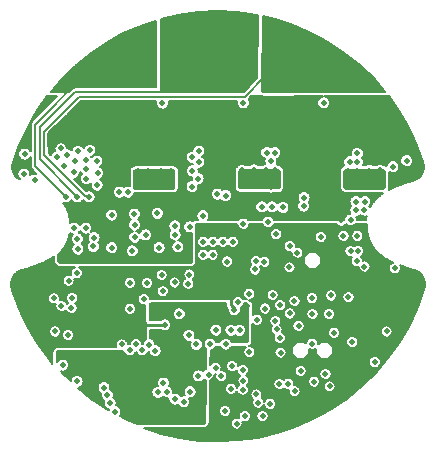
<source format=gbr>
G04 #@! TF.GenerationSoftware,KiCad,Pcbnew,(5.1.5)-3*
G04 #@! TF.CreationDate,2020-08-22T17:19:44-02:30*
G04 #@! TF.ProjectId,Thruster_Controller_V2,54687275-7374-4657-925f-436f6e74726f,rev?*
G04 #@! TF.SameCoordinates,Original*
G04 #@! TF.FileFunction,Copper,L2,Inr*
G04 #@! TF.FilePolarity,Positive*
%FSLAX46Y46*%
G04 Gerber Fmt 4.6, Leading zero omitted, Abs format (unit mm)*
G04 Created by KiCad (PCBNEW (5.1.5)-3) date 2020-08-22 17:19:44*
%MOMM*%
%LPD*%
G04 APERTURE LIST*
%ADD10C,0.500000*%
%ADD11C,0.250000*%
%ADD12C,0.127000*%
%ADD13C,0.200000*%
G04 APERTURE END LIST*
D10*
X107500000Y-84800000D03*
X86100000Y-104400000D03*
X108300000Y-82400000D03*
X107300000Y-82400000D03*
X109400000Y-83200000D03*
X108400000Y-83200000D03*
X107600000Y-83200000D03*
X106800000Y-83200000D03*
X108800000Y-84000000D03*
X108000000Y-84000000D03*
X107200000Y-84000000D03*
X106400000Y-84000000D03*
X99500000Y-80700000D03*
X100200000Y-81600000D03*
X98900000Y-81600000D03*
X98200000Y-82400000D03*
X99100000Y-82400000D03*
X100200000Y-82400000D03*
X101200000Y-82400000D03*
X100700000Y-83200000D03*
X99600000Y-83200000D03*
X98600000Y-83200000D03*
X100200000Y-84000000D03*
X99100000Y-84000000D03*
X93300000Y-83300000D03*
X92800000Y-82600000D03*
X91600000Y-82600000D03*
X92200000Y-83300000D03*
X91600000Y-84000000D03*
X91100000Y-83300000D03*
X89750000Y-92775000D03*
X89800000Y-93800000D03*
X100650000Y-108300000D03*
X99325000Y-108275000D03*
X88075000Y-111425000D03*
X86850000Y-110050000D03*
X88275000Y-109675000D03*
X86900000Y-108250000D03*
X111875000Y-89675000D03*
X111875000Y-88950000D03*
X111150000Y-88950000D03*
X111150000Y-89675000D03*
X104225000Y-89575000D03*
X104275000Y-88925000D03*
X92125000Y-89425000D03*
X109750000Y-89425000D03*
X108900000Y-89425000D03*
X108125000Y-89425000D03*
X107375000Y-89425000D03*
X106725000Y-89425000D03*
X105950000Y-89425000D03*
X107350000Y-90900000D03*
X105975000Y-90900000D03*
X100850000Y-89425000D03*
X100050000Y-89425000D03*
X99225000Y-89425000D03*
X98425000Y-89425000D03*
X97775000Y-89425000D03*
X97150000Y-89425000D03*
X97150000Y-90900000D03*
X98425000Y-90900000D03*
X91325000Y-89425000D03*
X90575000Y-89425000D03*
X89700000Y-89425000D03*
X88925000Y-89425000D03*
X88200000Y-89425000D03*
X110425000Y-97800000D03*
X110450000Y-95975000D03*
X110425000Y-96975000D03*
X109625000Y-96975000D03*
X96387500Y-101112500D03*
X112300000Y-97625000D03*
X89250000Y-90100000D03*
X88400000Y-90050000D03*
X97775000Y-90900000D03*
X97450000Y-90150000D03*
X98100000Y-90150000D03*
X106700000Y-90900000D03*
X106350000Y-90175000D03*
X107025000Y-90175000D03*
X97500000Y-100900000D03*
X83850000Y-90825000D03*
X85450000Y-87725000D03*
X95525000Y-101150000D03*
X86175000Y-90525000D03*
X87175000Y-89650000D03*
X87100000Y-90375000D03*
X93400000Y-90400000D03*
X93350000Y-89200000D03*
X94000000Y-89775000D03*
X87950000Y-90700000D03*
X88800000Y-90700000D03*
X87650000Y-89000000D03*
X86700000Y-101150000D03*
X88825000Y-92700000D03*
X88825000Y-93450000D03*
X88850000Y-94250000D03*
X98375000Y-91925000D03*
X97800000Y-92450000D03*
X98375000Y-92850000D03*
X97825000Y-93600000D03*
X98325000Y-94250000D03*
X97800000Y-94925000D03*
X104475000Y-94975000D03*
X104475000Y-92775000D03*
X104800000Y-92050000D03*
X104125000Y-92050000D03*
X103025000Y-93525000D03*
X103025000Y-94300000D03*
X104075000Y-94300000D03*
X104075000Y-93550000D03*
X104825000Y-93550000D03*
X104825000Y-94300000D03*
X102050000Y-94275000D03*
X102050000Y-93550000D03*
X112275000Y-94850000D03*
X111425000Y-94850000D03*
X111150000Y-92825000D03*
X111800000Y-92825000D03*
X111800000Y-92125000D03*
X113725000Y-93550000D03*
X110975000Y-93575000D03*
X111775000Y-93575000D03*
X112825000Y-93575000D03*
X113725000Y-94275000D03*
X112825000Y-94275000D03*
X111775000Y-94275000D03*
X110975000Y-94275000D03*
X111675000Y-96925000D03*
X111675000Y-96200000D03*
X111800000Y-99100000D03*
X110625000Y-99100000D03*
X111750000Y-101250000D03*
X112400000Y-101700000D03*
X111850000Y-100400000D03*
X111225000Y-100400000D03*
X111225000Y-97775000D03*
X112425000Y-96200000D03*
X112400000Y-96925000D03*
X102150000Y-111350000D03*
X93220000Y-94340000D03*
X94090000Y-94350000D03*
X95130000Y-94340000D03*
X96010000Y-94340000D03*
X96020000Y-93630000D03*
X95140000Y-93630000D03*
X94080000Y-93620000D03*
X93240000Y-93620000D03*
X101100000Y-112050000D03*
X102100000Y-112125000D03*
X102100000Y-110450000D03*
X100275000Y-110975000D03*
X98175000Y-108300000D03*
X99825000Y-107075000D03*
X97525000Y-107525000D03*
X99550000Y-100700000D03*
X98750000Y-100700000D03*
X101250000Y-99600000D03*
X100400000Y-99600000D03*
X99550000Y-99600000D03*
X98750000Y-99600000D03*
X114975000Y-101850000D03*
X99200000Y-110850000D03*
X97649986Y-112300000D03*
X92550000Y-103075000D03*
X102654510Y-108936359D03*
X93725000Y-104475000D03*
X101197677Y-110115974D03*
X99800000Y-110265521D03*
X100775000Y-101275000D03*
X113275000Y-109800000D03*
X114275000Y-107200000D03*
X98350000Y-110950034D03*
X101100000Y-107100000D03*
X101824978Y-107100000D03*
X106820040Y-106720040D03*
X107950000Y-104375000D03*
X114813500Y-93250000D03*
X96325000Y-103049990D03*
X87775000Y-93725000D03*
X86950000Y-93175000D03*
X86350000Y-92400000D03*
X87200000Y-92250000D03*
X87875000Y-92800000D03*
X88150000Y-91925000D03*
X86700000Y-91700000D03*
X84475000Y-94375000D03*
X83575000Y-93875000D03*
X83625000Y-92175000D03*
X89150000Y-91850000D03*
X89775000Y-94800000D03*
X87656250Y-104356250D03*
X87593750Y-105193750D03*
X86750000Y-105050000D03*
X109100000Y-110800000D03*
X109450000Y-111850000D03*
X89511500Y-99250000D03*
X88100000Y-99350000D03*
X97475000Y-103150012D03*
X97575000Y-102375000D03*
X97600000Y-98350000D03*
X96359479Y-98250000D03*
X95299998Y-87873785D03*
X102150000Y-87850000D03*
X108950000Y-87850000D03*
X102149984Y-98100000D03*
X104600000Y-96650000D03*
X103144445Y-101946005D03*
X100601659Y-113936902D03*
X110425000Y-100325000D03*
X110925000Y-101225000D03*
X110325000Y-101675000D03*
X104764079Y-108464597D03*
X105850000Y-99275000D03*
X113400000Y-101275000D03*
X112725000Y-108675000D03*
X111075000Y-105475000D03*
X109200000Y-98350000D03*
X111000000Y-109800000D03*
X114275000Y-104925000D03*
X109400000Y-102100000D03*
X99625000Y-114550000D03*
X95488024Y-106639664D03*
X101379913Y-105359776D03*
X106014732Y-100682313D03*
X85900000Y-103000000D03*
X86650002Y-106350000D03*
X110150000Y-110950000D03*
X115971538Y-92730819D03*
X89600000Y-84800000D03*
X90575000Y-84000000D03*
X91000000Y-84800000D03*
X90300000Y-84800000D03*
X88875000Y-84800000D03*
X88200000Y-84800000D03*
X94300000Y-85350000D03*
X89600000Y-84000000D03*
X90100000Y-83300000D03*
X94300000Y-83300000D03*
X93800000Y-82600000D03*
X93300000Y-81800000D03*
X92300000Y-82000000D03*
X94300000Y-81800000D03*
X87100000Y-95800000D03*
X98475000Y-84925000D03*
X99925000Y-84925000D03*
X99225000Y-84925000D03*
X97725000Y-84925000D03*
X97075000Y-84925000D03*
X97400000Y-84000000D03*
X98200000Y-84000000D03*
X96700000Y-83200000D03*
X97700000Y-83200000D03*
X101588500Y-83211500D03*
X102600000Y-83200000D03*
X102100000Y-82400000D03*
X97200000Y-82400000D03*
X95900000Y-82400000D03*
X96700000Y-81600000D03*
X97800000Y-81600000D03*
X101700000Y-81600000D03*
X102800000Y-81600000D03*
X102300000Y-80700000D03*
X101000000Y-80700000D03*
X98300000Y-80700000D03*
X97300000Y-80700000D03*
X95800000Y-80800000D03*
X102800000Y-85200000D03*
X88100000Y-95800000D03*
X108930000Y-84820000D03*
X108200000Y-84810000D03*
X106760000Y-84800000D03*
X106060000Y-84800000D03*
X109900000Y-84000000D03*
X105900000Y-83200000D03*
X105000000Y-83200000D03*
X104100000Y-83200000D03*
X104500000Y-82400000D03*
X105400000Y-82400000D03*
X106400000Y-82400000D03*
X104000000Y-81600000D03*
X105000000Y-81600000D03*
X106000000Y-81600000D03*
X104500000Y-80900000D03*
X104000000Y-85600000D03*
X89100000Y-95800000D03*
X108700000Y-99200000D03*
X94128171Y-108301829D03*
X106475000Y-104625000D03*
X107975000Y-108225000D03*
X93066044Y-108286579D03*
X92528107Y-108761893D03*
X109825000Y-107300000D03*
X109575000Y-104150000D03*
X111050000Y-104300000D03*
X93590561Y-108750149D03*
X88044181Y-102246538D03*
X87350874Y-102896930D03*
X98728310Y-97400012D03*
X103700000Y-96640521D03*
X105500000Y-96699986D03*
X104250000Y-97936490D03*
X96612624Y-100038838D03*
X96361786Y-99000893D03*
X96340000Y-112920000D03*
X87299984Y-107500000D03*
X94911697Y-112356081D03*
X86200000Y-107200000D03*
X95649998Y-112290000D03*
X103988510Y-105255977D03*
X95386487Y-111580841D03*
X103290513Y-106200000D03*
X106075000Y-99975000D03*
X95325000Y-103800000D03*
X103232816Y-101251596D03*
X95225000Y-102425000D03*
X107000000Y-110540000D03*
X90628796Y-112594713D03*
X88800000Y-98450000D03*
X102274950Y-114376817D03*
X90349393Y-111950607D03*
X89450000Y-100000000D03*
X108130000Y-111440000D03*
X91262358Y-113986777D03*
X87800000Y-98450000D03*
X92950000Y-99225000D03*
X95025000Y-100100000D03*
X91000000Y-100100000D03*
X106486500Y-112265000D03*
X101575607Y-115000607D03*
X92750000Y-100375000D03*
X92936500Y-98150000D03*
X95275010Y-107425000D03*
X98409412Y-114281262D03*
X100378302Y-105355173D03*
X102475377Y-105048365D03*
X103248812Y-112532685D03*
X105225000Y-107750000D03*
X94000000Y-103100002D03*
X92550000Y-105275000D03*
X104962566Y-107022171D03*
X108000001Y-105714476D03*
X104864015Y-106329131D03*
X107250000Y-96586500D03*
X93875000Y-99025000D03*
X100640561Y-95689635D03*
X92375000Y-95407468D03*
X99950000Y-95575000D03*
X92925008Y-97264330D03*
X107285906Y-95860270D03*
X94875000Y-97200000D03*
X91000000Y-97350000D03*
X91651379Y-95407468D03*
X104414689Y-113326490D03*
X105950001Y-111628680D03*
X104925000Y-98963510D03*
X101675000Y-104725000D03*
X106725000Y-100525000D03*
X104625000Y-104100000D03*
X103403601Y-113215358D03*
X103772225Y-114365735D03*
X105199908Y-111650000D03*
X94680793Y-108820917D03*
X91850000Y-108290000D03*
X109400000Y-105725000D03*
X111375000Y-108100000D03*
X106075000Y-105675000D03*
X96725000Y-105700000D03*
X102650000Y-103999190D03*
X97100000Y-113150000D03*
X106050000Y-101775000D03*
X103931653Y-101292134D03*
X105275000Y-104975000D03*
X105296458Y-108986500D03*
X90875000Y-113250000D03*
X88141018Y-100224099D03*
D11*
X93700000Y-106650000D02*
X93710336Y-106639664D01*
X93710336Y-106639664D02*
X95134471Y-106639664D01*
X95134471Y-106639664D02*
X95488024Y-106639664D01*
X101385313Y-105359776D02*
X101379913Y-105359776D01*
X101183498Y-105061593D02*
X101433497Y-105311592D01*
X101099999Y-104978094D02*
X101183498Y-105061593D01*
X101099999Y-104425001D02*
X101099999Y-104978094D01*
X101433497Y-105311592D02*
X101385313Y-105359776D01*
D12*
X84493968Y-93193968D02*
X86850001Y-95550001D01*
X86850001Y-95550001D02*
X87100000Y-95800000D01*
X84493968Y-89676028D02*
X84493968Y-93193968D01*
X94300000Y-85350000D02*
X88819996Y-85350000D01*
X88819996Y-85350000D02*
X84493968Y-89676028D01*
X87850001Y-95550001D02*
X88100000Y-95800000D01*
X84900000Y-92600000D02*
X87850001Y-95550001D01*
X101100000Y-86900000D02*
X87920978Y-86900000D01*
X87920978Y-86900000D02*
X84900000Y-89920978D01*
X84900000Y-89920978D02*
X84900000Y-92600000D01*
X102800000Y-85200000D02*
X101100000Y-86900000D01*
X88746447Y-95700000D02*
X89000000Y-95700000D01*
X89000000Y-95700000D02*
X89100000Y-95800000D01*
X102263501Y-87336499D02*
X88263501Y-87336499D01*
X104000000Y-85600000D02*
X102263501Y-87336499D01*
X85300000Y-92253553D02*
X88746447Y-95700000D01*
X88263501Y-87336499D02*
X85300000Y-90300000D01*
X85300000Y-90300000D02*
X85300000Y-92253553D01*
D13*
G36*
X115215726Y-88356008D02*
G01*
X116049824Y-89775773D01*
X116751806Y-91265275D01*
X117318388Y-92819091D01*
X117355209Y-92938037D01*
X117402625Y-93173913D01*
X117403274Y-93398029D01*
X117360382Y-93617997D01*
X117275581Y-93825447D01*
X117152099Y-94012476D01*
X116994645Y-94171955D01*
X116809107Y-94297887D01*
X116588764Y-94391453D01*
X116578250Y-94394757D01*
X116578246Y-94394759D01*
X116578157Y-94394786D01*
X116492474Y-94421737D01*
X116492456Y-94421745D01*
X116492247Y-94421809D01*
X116406445Y-94448862D01*
X116406423Y-94448871D01*
X116406065Y-94448982D01*
X116320185Y-94476167D01*
X116320153Y-94476181D01*
X116319637Y-94476341D01*
X116229703Y-94504972D01*
X116229667Y-94504988D01*
X116229017Y-94505191D01*
X116149843Y-94530576D01*
X116149801Y-94530594D01*
X116149060Y-94530828D01*
X116071286Y-94555966D01*
X116071239Y-94555987D01*
X116070355Y-94556268D01*
X115987320Y-94583363D01*
X115987259Y-94583390D01*
X115986201Y-94583731D01*
X115902316Y-94611415D01*
X115902250Y-94611444D01*
X115901053Y-94611835D01*
X115819365Y-94639140D01*
X115819298Y-94639170D01*
X115818002Y-94639599D01*
X115742195Y-94665284D01*
X115742125Y-94665316D01*
X115740696Y-94665796D01*
X115657182Y-94694515D01*
X115657104Y-94694551D01*
X115655067Y-94695250D01*
X115538987Y-94736000D01*
X115538909Y-94736036D01*
X115536697Y-94736813D01*
X115457991Y-94765058D01*
X115457915Y-94765094D01*
X115455954Y-94765796D01*
X115377654Y-94794444D01*
X115377575Y-94794482D01*
X115375547Y-94795223D01*
X115301731Y-94822769D01*
X115301652Y-94822807D01*
X115299486Y-94823616D01*
X115225788Y-94851695D01*
X115225716Y-94851731D01*
X115223503Y-94852574D01*
X115152982Y-94880009D01*
X115152902Y-94880050D01*
X115150395Y-94881028D01*
X115075253Y-94910949D01*
X115075172Y-94910991D01*
X115072436Y-94912086D01*
X115000353Y-94941517D01*
X115000288Y-94941551D01*
X114997320Y-94942772D01*
X114924515Y-94973298D01*
X114924452Y-94973332D01*
X114921273Y-94974676D01*
X114850271Y-95005291D01*
X114850219Y-95005320D01*
X114846872Y-95006777D01*
X114776428Y-95038040D01*
X114776373Y-95038071D01*
X114772815Y-95039669D01*
X114704652Y-95070848D01*
X114704647Y-95070850D01*
X114704563Y-95070889D01*
X114704176Y-95071066D01*
X114704154Y-95071079D01*
X114700214Y-95072907D01*
X114625052Y-95108430D01*
X114625046Y-95108432D01*
X114624966Y-95108470D01*
X114624895Y-95108504D01*
X114624890Y-95108507D01*
X114620641Y-95110549D01*
X114550990Y-95144623D01*
X114550980Y-95144629D01*
X114546740Y-95146738D01*
X114479825Y-95180607D01*
X114479786Y-95180632D01*
X114479739Y-95180650D01*
X114475395Y-95182888D01*
X114448665Y-95196898D01*
X114468134Y-95160476D01*
X114485206Y-95104198D01*
X114504236Y-95008527D01*
X114510000Y-94950000D01*
X114510000Y-93708687D01*
X114552977Y-93737403D01*
X114653071Y-93778864D01*
X114759330Y-93800000D01*
X114867670Y-93800000D01*
X114973929Y-93778864D01*
X115074023Y-93737403D01*
X115164104Y-93677213D01*
X115240713Y-93600604D01*
X115300903Y-93510523D01*
X115342364Y-93410429D01*
X115363500Y-93304170D01*
X115363500Y-93195830D01*
X115342364Y-93089571D01*
X115300903Y-92989477D01*
X115240713Y-92899396D01*
X115164104Y-92822787D01*
X115074023Y-92762597D01*
X114973929Y-92721136D01*
X114867670Y-92700000D01*
X114759330Y-92700000D01*
X114653071Y-92721136D01*
X114552977Y-92762597D01*
X114462896Y-92822787D01*
X114386287Y-92899396D01*
X114326097Y-92989477D01*
X114284636Y-93089571D01*
X114263500Y-93195830D01*
X114263500Y-93197090D01*
X114222341Y-93169589D01*
X114170476Y-93141866D01*
X114114198Y-93124794D01*
X114063522Y-93114714D01*
X113985523Y-93062597D01*
X113885429Y-93021136D01*
X113779170Y-93000000D01*
X113670830Y-93000000D01*
X113564571Y-93021136D01*
X113464477Y-93062597D01*
X113408499Y-93100000D01*
X113104085Y-93100000D01*
X113085523Y-93087597D01*
X112985429Y-93046136D01*
X112879170Y-93025000D01*
X112770830Y-93025000D01*
X112664571Y-93046136D01*
X112564477Y-93087597D01*
X112545915Y-93100000D01*
X112277730Y-93100000D01*
X112287403Y-93085523D01*
X112328864Y-92985429D01*
X112350000Y-92879170D01*
X112350000Y-92770830D01*
X112331267Y-92676649D01*
X115421538Y-92676649D01*
X115421538Y-92784989D01*
X115442674Y-92891248D01*
X115484135Y-92991342D01*
X115544325Y-93081423D01*
X115620934Y-93158032D01*
X115711015Y-93218222D01*
X115811109Y-93259683D01*
X115917368Y-93280819D01*
X116025708Y-93280819D01*
X116131967Y-93259683D01*
X116232061Y-93218222D01*
X116322142Y-93158032D01*
X116398751Y-93081423D01*
X116458941Y-92991342D01*
X116500402Y-92891248D01*
X116521538Y-92784989D01*
X116521538Y-92676649D01*
X116500402Y-92570390D01*
X116458941Y-92470296D01*
X116398751Y-92380215D01*
X116322142Y-92303606D01*
X116232061Y-92243416D01*
X116131967Y-92201955D01*
X116025708Y-92180819D01*
X115917368Y-92180819D01*
X115811109Y-92201955D01*
X115711015Y-92243416D01*
X115620934Y-92303606D01*
X115544325Y-92380215D01*
X115484135Y-92470296D01*
X115442674Y-92570390D01*
X115421538Y-92676649D01*
X112331267Y-92676649D01*
X112328864Y-92664571D01*
X112287403Y-92564477D01*
X112227617Y-92475000D01*
X112287403Y-92385523D01*
X112328864Y-92285429D01*
X112350000Y-92179170D01*
X112350000Y-92070830D01*
X112328864Y-91964571D01*
X112287403Y-91864477D01*
X112227213Y-91774396D01*
X112150604Y-91697787D01*
X112060523Y-91637597D01*
X111960429Y-91596136D01*
X111854170Y-91575000D01*
X111745830Y-91575000D01*
X111639571Y-91596136D01*
X111539477Y-91637597D01*
X111449396Y-91697787D01*
X111372787Y-91774396D01*
X111312597Y-91864477D01*
X111271136Y-91964571D01*
X111250000Y-92070830D01*
X111250000Y-92179170D01*
X111271136Y-92285429D01*
X111272441Y-92288580D01*
X111204170Y-92275000D01*
X111095830Y-92275000D01*
X110989571Y-92296136D01*
X110889477Y-92337597D01*
X110799396Y-92397787D01*
X110722787Y-92474396D01*
X110662597Y-92564477D01*
X110621136Y-92664571D01*
X110600000Y-92770830D01*
X110600000Y-92879170D01*
X110621136Y-92985429D01*
X110662597Y-93085523D01*
X110679568Y-93110922D01*
X110624396Y-93147787D01*
X110608261Y-93163922D01*
X110597659Y-93169589D01*
X110516553Y-93223782D01*
X110471090Y-93261092D01*
X110433782Y-93306553D01*
X110379589Y-93387659D01*
X110351866Y-93439524D01*
X110334794Y-93495802D01*
X110315764Y-93591473D01*
X110310000Y-93650000D01*
X110310000Y-94950000D01*
X110315764Y-95008527D01*
X110334794Y-95104198D01*
X110351866Y-95160475D01*
X110379589Y-95212341D01*
X110433782Y-95293447D01*
X110471092Y-95338910D01*
X110516553Y-95376218D01*
X110597659Y-95430411D01*
X110649524Y-95458134D01*
X110705802Y-95475206D01*
X110801473Y-95494236D01*
X110860000Y-95500000D01*
X113942954Y-95500000D01*
X113929355Y-95509297D01*
X113929052Y-95509551D01*
X113928704Y-95509743D01*
X113924696Y-95512539D01*
X113880370Y-95543909D01*
X113879997Y-95544232D01*
X113879568Y-95544478D01*
X113875607Y-95547340D01*
X113817903Y-95589649D01*
X113817192Y-95590286D01*
X113816375Y-95590776D01*
X113812470Y-95593714D01*
X113755569Y-95637155D01*
X113754794Y-95637877D01*
X113753898Y-95638439D01*
X113750052Y-95641455D01*
X113694140Y-95685938D01*
X113693240Y-95686810D01*
X113692189Y-95687501D01*
X113688408Y-95690597D01*
X113630617Y-95738600D01*
X113629632Y-95739596D01*
X113628478Y-95740391D01*
X113624766Y-95743570D01*
X113569147Y-95791868D01*
X113568119Y-95792954D01*
X113566911Y-95793827D01*
X113563271Y-95797088D01*
X113508234Y-95847093D01*
X113507183Y-95848255D01*
X113505932Y-95849203D01*
X113502368Y-95852547D01*
X113449904Y-95902453D01*
X113448877Y-95903641D01*
X113447641Y-95904624D01*
X113444155Y-95908049D01*
X113393991Y-95958006D01*
X113392879Y-95959354D01*
X113391541Y-95960471D01*
X113388137Y-95963977D01*
X113336380Y-96018045D01*
X113335223Y-96019518D01*
X113333813Y-96020755D01*
X113330497Y-96024345D01*
X113282050Y-96077516D01*
X113280926Y-96079022D01*
X113279541Y-96080299D01*
X113276314Y-96083970D01*
X113229352Y-96138138D01*
X113228149Y-96139835D01*
X113226654Y-96141287D01*
X113223523Y-96145040D01*
X113175776Y-96203073D01*
X113174570Y-96204872D01*
X113173056Y-96206421D01*
X113170025Y-96210254D01*
X113126093Y-96266607D01*
X113124916Y-96268467D01*
X113123415Y-96270086D01*
X113120487Y-96273998D01*
X113076768Y-96333252D01*
X113075580Y-96335243D01*
X113074050Y-96336987D01*
X113071228Y-96340977D01*
X113029880Y-96400326D01*
X113028736Y-96402368D01*
X113027242Y-96404167D01*
X113024530Y-96408233D01*
X112984871Y-96468604D01*
X112983725Y-96470787D01*
X112982206Y-96472724D01*
X112979609Y-96476864D01*
X112940798Y-96539708D01*
X112939648Y-96542056D01*
X112938094Y-96544160D01*
X112935618Y-96548373D01*
X112898128Y-96613188D01*
X112897879Y-96613736D01*
X112897530Y-96614226D01*
X112895127Y-96618482D01*
X112887503Y-96632207D01*
X112887210Y-96632883D01*
X112886798Y-96633484D01*
X112884472Y-96637783D01*
X112877865Y-96650203D01*
X112827697Y-96575120D01*
X112852213Y-96550604D01*
X112912403Y-96460523D01*
X112953864Y-96360429D01*
X112975000Y-96254170D01*
X112975000Y-96145830D01*
X112953864Y-96039571D01*
X112912403Y-95939477D01*
X112852213Y-95849396D01*
X112775604Y-95772787D01*
X112685523Y-95712597D01*
X112585429Y-95671136D01*
X112479170Y-95650000D01*
X112370830Y-95650000D01*
X112264571Y-95671136D01*
X112164477Y-95712597D01*
X112074396Y-95772787D01*
X112050000Y-95797183D01*
X112025604Y-95772787D01*
X111935523Y-95712597D01*
X111835429Y-95671136D01*
X111729170Y-95650000D01*
X111620830Y-95650000D01*
X111514571Y-95671136D01*
X111414477Y-95712597D01*
X111324396Y-95772787D01*
X111247787Y-95849396D01*
X111187597Y-95939477D01*
X111146136Y-96039571D01*
X111125000Y-96145830D01*
X111125000Y-96254170D01*
X111146136Y-96360429D01*
X111187597Y-96460523D01*
X111247787Y-96550604D01*
X111259683Y-96562500D01*
X111247787Y-96574396D01*
X111187597Y-96664477D01*
X111146136Y-96764571D01*
X111125000Y-96870830D01*
X111125000Y-96979170D01*
X111146136Y-97085429D01*
X111187597Y-97185523D01*
X111213975Y-97225000D01*
X111170830Y-97225000D01*
X111064571Y-97246136D01*
X110964477Y-97287597D01*
X110874396Y-97347787D01*
X110797787Y-97424396D01*
X110737597Y-97514477D01*
X110696136Y-97614571D01*
X110675000Y-97720830D01*
X110675000Y-97750000D01*
X104768069Y-97750000D01*
X104737403Y-97675967D01*
X104677213Y-97585886D01*
X104600604Y-97509277D01*
X104510523Y-97449087D01*
X104410429Y-97407626D01*
X104304170Y-97386490D01*
X104195830Y-97386490D01*
X104089571Y-97407626D01*
X103989477Y-97449087D01*
X103899396Y-97509277D01*
X103822787Y-97585886D01*
X103762597Y-97675967D01*
X103731931Y-97750000D01*
X102577601Y-97750000D01*
X102577197Y-97749396D01*
X102500588Y-97672787D01*
X102410507Y-97612597D01*
X102310413Y-97571136D01*
X102204154Y-97550000D01*
X102095814Y-97550000D01*
X101989555Y-97571136D01*
X101889461Y-97612597D01*
X101799380Y-97672787D01*
X101722771Y-97749396D01*
X101722367Y-97750000D01*
X99155935Y-97750000D01*
X99215713Y-97660535D01*
X99257174Y-97560441D01*
X99278310Y-97454182D01*
X99278310Y-97345842D01*
X99257174Y-97239583D01*
X99215713Y-97139489D01*
X99155523Y-97049408D01*
X99078914Y-96972799D01*
X98988833Y-96912609D01*
X98888739Y-96871148D01*
X98782480Y-96850012D01*
X98674140Y-96850012D01*
X98567881Y-96871148D01*
X98467787Y-96912609D01*
X98377706Y-96972799D01*
X98301097Y-97049408D01*
X98240907Y-97139489D01*
X98199446Y-97239583D01*
X98178310Y-97345842D01*
X98178310Y-97454182D01*
X98199446Y-97560441D01*
X98240907Y-97660535D01*
X98300685Y-97750000D01*
X98125000Y-97750000D01*
X98105491Y-97751921D01*
X98009820Y-97770951D01*
X97991061Y-97776642D01*
X97973772Y-97785883D01*
X97892666Y-97840076D01*
X97877513Y-97852512D01*
X97866150Y-97866357D01*
X97860523Y-97862597D01*
X97760429Y-97821136D01*
X97654170Y-97800000D01*
X97545830Y-97800000D01*
X97439571Y-97821136D01*
X97339477Y-97862597D01*
X97249396Y-97922787D01*
X97172787Y-97999396D01*
X97112597Y-98089477D01*
X97071136Y-98189571D01*
X97050000Y-98295830D01*
X97050000Y-98404170D01*
X97071136Y-98510429D01*
X97112597Y-98610523D01*
X97172787Y-98700604D01*
X97249396Y-98777213D01*
X97339477Y-98837403D01*
X97439571Y-98878864D01*
X97545830Y-98900000D01*
X97654170Y-98900000D01*
X97760429Y-98878864D01*
X97775000Y-98872828D01*
X97775000Y-101240063D01*
X97761766Y-101306579D01*
X97729662Y-101354613D01*
X97681617Y-101386701D01*
X97615099Y-101399912D01*
X86653174Y-101396192D01*
X86586521Y-101382877D01*
X86538438Y-101350625D01*
X86506405Y-101302396D01*
X86493393Y-101235680D01*
X86495864Y-100649093D01*
X86497625Y-100647441D01*
X86550088Y-100597535D01*
X86551112Y-100596350D01*
X86552341Y-100595373D01*
X86555828Y-100591948D01*
X86605993Y-100541993D01*
X86607155Y-100540585D01*
X86608556Y-100539414D01*
X86611958Y-100535906D01*
X86665531Y-100479893D01*
X86666752Y-100478337D01*
X86668240Y-100477029D01*
X86671553Y-100473436D01*
X86720395Y-100419720D01*
X86721526Y-100418202D01*
X86722914Y-100416919D01*
X86726137Y-100413245D01*
X86772608Y-100359526D01*
X86773745Y-100357918D01*
X86775163Y-100356540D01*
X86778292Y-100352786D01*
X86824317Y-100296792D01*
X86825476Y-100295062D01*
X86826936Y-100293568D01*
X86829967Y-100289735D01*
X86873899Y-100233381D01*
X86875080Y-100231516D01*
X86876581Y-100229896D01*
X86879510Y-100225983D01*
X86923226Y-100166729D01*
X86924408Y-100164747D01*
X86925930Y-100163013D01*
X86928752Y-100159023D01*
X86970102Y-100099676D01*
X86971271Y-100097589D01*
X86972801Y-100095746D01*
X86975511Y-100091680D01*
X87015896Y-100030168D01*
X87017052Y-100027964D01*
X87018591Y-100026000D01*
X87021186Y-100021858D01*
X87059795Y-99959282D01*
X87060917Y-99956989D01*
X87062430Y-99954940D01*
X87064906Y-99950727D01*
X87101881Y-99886794D01*
X87102152Y-99886199D01*
X87102532Y-99885664D01*
X87104933Y-99881408D01*
X87112222Y-99868274D01*
X87112464Y-99867716D01*
X87112806Y-99867217D01*
X87115133Y-99862919D01*
X87150382Y-99796712D01*
X87151431Y-99794172D01*
X87152918Y-99791858D01*
X87155117Y-99787493D01*
X87188909Y-99719225D01*
X87189916Y-99716566D01*
X87191381Y-99714128D01*
X87193447Y-99709699D01*
X87225839Y-99638972D01*
X87226763Y-99636291D01*
X87228151Y-99633815D01*
X87230082Y-99629326D01*
X87259909Y-99558654D01*
X87260735Y-99555999D01*
X87262026Y-99553527D01*
X87263823Y-99548982D01*
X87291923Y-99476436D01*
X87292682Y-99473713D01*
X87293918Y-99471162D01*
X87295577Y-99466565D01*
X87322240Y-99391066D01*
X87322921Y-99388305D01*
X87324086Y-99385703D01*
X87325606Y-99381059D01*
X87350271Y-99303878D01*
X87350870Y-99301090D01*
X87351955Y-99298456D01*
X87353334Y-99293767D01*
X87376254Y-99213799D01*
X87376760Y-99211042D01*
X87377753Y-99208410D01*
X87378991Y-99203682D01*
X87399707Y-99122275D01*
X87399973Y-99120533D01*
X87400555Y-99118871D01*
X87401679Y-99114115D01*
X87413440Y-99062779D01*
X87413648Y-99061159D01*
X87414152Y-99059604D01*
X87415165Y-99054823D01*
X87432705Y-98969149D01*
X87432955Y-98966763D01*
X87433632Y-98964459D01*
X87434513Y-98959652D01*
X87449086Y-98876903D01*
X87449396Y-98877213D01*
X87539477Y-98937403D01*
X87639571Y-98978864D01*
X87684402Y-98987781D01*
X87672787Y-98999396D01*
X87612597Y-99089477D01*
X87571136Y-99189571D01*
X87550000Y-99295830D01*
X87550000Y-99404170D01*
X87571136Y-99510429D01*
X87612597Y-99610523D01*
X87672787Y-99700604D01*
X87749396Y-99777213D01*
X87785778Y-99801522D01*
X87713805Y-99873495D01*
X87653615Y-99963576D01*
X87612154Y-100063670D01*
X87591018Y-100169929D01*
X87591018Y-100278269D01*
X87612154Y-100384528D01*
X87653615Y-100484622D01*
X87713805Y-100574703D01*
X87790414Y-100651312D01*
X87880495Y-100711502D01*
X87980589Y-100752963D01*
X88086848Y-100774099D01*
X88195188Y-100774099D01*
X88301447Y-100752963D01*
X88401541Y-100711502D01*
X88491622Y-100651312D01*
X88568231Y-100574703D01*
X88628421Y-100484622D01*
X88669882Y-100384528D01*
X88691018Y-100278269D01*
X88691018Y-100169929D01*
X88669882Y-100063670D01*
X88628421Y-99963576D01*
X88568231Y-99873495D01*
X88491622Y-99796886D01*
X88455240Y-99772577D01*
X88527213Y-99700604D01*
X88587403Y-99610523D01*
X88628864Y-99510429D01*
X88650000Y-99404170D01*
X88650000Y-99295830D01*
X88628864Y-99189571D01*
X88587403Y-99089477D01*
X88527213Y-98999396D01*
X88450604Y-98922787D01*
X88360523Y-98862597D01*
X88260429Y-98821136D01*
X88215598Y-98812219D01*
X88227213Y-98800604D01*
X88287403Y-98710523D01*
X88300000Y-98680112D01*
X88312597Y-98710523D01*
X88372787Y-98800604D01*
X88449396Y-98877213D01*
X88539477Y-98937403D01*
X88639571Y-98978864D01*
X88745830Y-99000000D01*
X88854170Y-99000000D01*
X88960429Y-98978864D01*
X89058267Y-98938337D01*
X89024097Y-98989477D01*
X88982636Y-99089571D01*
X88961500Y-99195830D01*
X88961500Y-99304170D01*
X88982636Y-99410429D01*
X89024097Y-99510523D01*
X89079197Y-99592986D01*
X89022787Y-99649396D01*
X88962597Y-99739477D01*
X88921136Y-99839571D01*
X88900000Y-99945830D01*
X88900000Y-100054170D01*
X88921136Y-100160429D01*
X88962597Y-100260523D01*
X89022787Y-100350604D01*
X89099396Y-100427213D01*
X89189477Y-100487403D01*
X89289571Y-100528864D01*
X89395830Y-100550000D01*
X89504170Y-100550000D01*
X89610429Y-100528864D01*
X89710523Y-100487403D01*
X89800604Y-100427213D01*
X89877213Y-100350604D01*
X89937403Y-100260523D01*
X89978864Y-100160429D01*
X90000000Y-100054170D01*
X90000000Y-100045830D01*
X90450000Y-100045830D01*
X90450000Y-100154170D01*
X90471136Y-100260429D01*
X90512597Y-100360523D01*
X90572787Y-100450604D01*
X90649396Y-100527213D01*
X90739477Y-100587403D01*
X90839571Y-100628864D01*
X90945830Y-100650000D01*
X91054170Y-100650000D01*
X91160429Y-100628864D01*
X91260523Y-100587403D01*
X91350604Y-100527213D01*
X91427213Y-100450604D01*
X91487403Y-100360523D01*
X91503844Y-100320830D01*
X92200000Y-100320830D01*
X92200000Y-100429170D01*
X92221136Y-100535429D01*
X92262597Y-100635523D01*
X92322787Y-100725604D01*
X92399396Y-100802213D01*
X92489477Y-100862403D01*
X92589571Y-100903864D01*
X92695830Y-100925000D01*
X92804170Y-100925000D01*
X92910429Y-100903864D01*
X93010523Y-100862403D01*
X93100604Y-100802213D01*
X93177213Y-100725604D01*
X93237403Y-100635523D01*
X93278864Y-100535429D01*
X93300000Y-100429170D01*
X93300000Y-100320830D01*
X93278864Y-100214571D01*
X93237403Y-100114477D01*
X93191535Y-100045830D01*
X94475000Y-100045830D01*
X94475000Y-100154170D01*
X94496136Y-100260429D01*
X94537597Y-100360523D01*
X94597787Y-100450604D01*
X94674396Y-100527213D01*
X94764477Y-100587403D01*
X94864571Y-100628864D01*
X94970830Y-100650000D01*
X95079170Y-100650000D01*
X95185429Y-100628864D01*
X95285523Y-100587403D01*
X95375604Y-100527213D01*
X95452213Y-100450604D01*
X95512403Y-100360523D01*
X95553864Y-100260429D01*
X95575000Y-100154170D01*
X95575000Y-100045830D01*
X95553864Y-99939571D01*
X95512403Y-99839477D01*
X95452213Y-99749396D01*
X95375604Y-99672787D01*
X95285523Y-99612597D01*
X95185429Y-99571136D01*
X95079170Y-99550000D01*
X94970830Y-99550000D01*
X94864571Y-99571136D01*
X94764477Y-99612597D01*
X94674396Y-99672787D01*
X94597787Y-99749396D01*
X94537597Y-99839477D01*
X94496136Y-99939571D01*
X94475000Y-100045830D01*
X93191535Y-100045830D01*
X93177213Y-100024396D01*
X93100604Y-99947787D01*
X93010523Y-99887597D01*
X92910429Y-99846136D01*
X92804170Y-99825000D01*
X92695830Y-99825000D01*
X92589571Y-99846136D01*
X92489477Y-99887597D01*
X92399396Y-99947787D01*
X92322787Y-100024396D01*
X92262597Y-100114477D01*
X92221136Y-100214571D01*
X92200000Y-100320830D01*
X91503844Y-100320830D01*
X91528864Y-100260429D01*
X91550000Y-100154170D01*
X91550000Y-100045830D01*
X91528864Y-99939571D01*
X91487403Y-99839477D01*
X91427213Y-99749396D01*
X91350604Y-99672787D01*
X91260523Y-99612597D01*
X91160429Y-99571136D01*
X91054170Y-99550000D01*
X90945830Y-99550000D01*
X90839571Y-99571136D01*
X90739477Y-99612597D01*
X90649396Y-99672787D01*
X90572787Y-99749396D01*
X90512597Y-99839477D01*
X90471136Y-99939571D01*
X90450000Y-100045830D01*
X90000000Y-100045830D01*
X90000000Y-99945830D01*
X89978864Y-99839571D01*
X89937403Y-99739477D01*
X89882303Y-99657014D01*
X89938713Y-99600604D01*
X89998903Y-99510523D01*
X90040364Y-99410429D01*
X90061500Y-99304170D01*
X90061500Y-99195830D01*
X90040364Y-99089571D01*
X89998903Y-98989477D01*
X89938713Y-98899396D01*
X89862104Y-98822787D01*
X89772023Y-98762597D01*
X89671929Y-98721136D01*
X89565670Y-98700000D01*
X89457330Y-98700000D01*
X89351071Y-98721136D01*
X89253233Y-98761663D01*
X89287403Y-98710523D01*
X89328864Y-98610429D01*
X89350000Y-98504170D01*
X89350000Y-98395830D01*
X89328864Y-98289571D01*
X89287403Y-98189477D01*
X89227213Y-98099396D01*
X89150604Y-98022787D01*
X89060523Y-97962597D01*
X88960429Y-97921136D01*
X88854170Y-97900000D01*
X88745830Y-97900000D01*
X88639571Y-97921136D01*
X88539477Y-97962597D01*
X88449396Y-98022787D01*
X88372787Y-98099396D01*
X88312597Y-98189477D01*
X88300000Y-98219888D01*
X88287403Y-98189477D01*
X88227213Y-98099396D01*
X88150604Y-98022787D01*
X88060523Y-97962597D01*
X87960429Y-97921136D01*
X87854170Y-97900000D01*
X87745830Y-97900000D01*
X87639571Y-97921136D01*
X87539477Y-97962597D01*
X87491334Y-97994765D01*
X87490043Y-97972695D01*
X87489685Y-97970420D01*
X87489745Y-97968116D01*
X87489362Y-97963244D01*
X87481340Y-97869675D01*
X87480954Y-97867591D01*
X87480954Y-97865475D01*
X87480444Y-97860614D01*
X87470360Y-97770581D01*
X87469913Y-97768477D01*
X87469857Y-97766322D01*
X87469219Y-97761476D01*
X87456678Y-97671016D01*
X87456161Y-97668861D01*
X87456044Y-97666643D01*
X87455278Y-97661816D01*
X87440953Y-97575438D01*
X87440358Y-97573219D01*
X87440175Y-97570930D01*
X87439279Y-97566126D01*
X87422861Y-97481388D01*
X87422146Y-97478983D01*
X87421875Y-97476486D01*
X87420844Y-97471709D01*
X87402110Y-97387786D01*
X87401939Y-97387265D01*
X87401871Y-97386725D01*
X87400758Y-97381966D01*
X87397819Y-97369783D01*
X87397652Y-97369301D01*
X87397579Y-97368793D01*
X87396386Y-97364054D01*
X87378707Y-97295830D01*
X90450000Y-97295830D01*
X90450000Y-97404170D01*
X90471136Y-97510429D01*
X90512597Y-97610523D01*
X90572787Y-97700604D01*
X90649396Y-97777213D01*
X90739477Y-97837403D01*
X90839571Y-97878864D01*
X90945830Y-97900000D01*
X91054170Y-97900000D01*
X91160429Y-97878864D01*
X91260523Y-97837403D01*
X91350604Y-97777213D01*
X91427213Y-97700604D01*
X91487403Y-97610523D01*
X91528864Y-97510429D01*
X91550000Y-97404170D01*
X91550000Y-97295830D01*
X91532960Y-97210160D01*
X92375008Y-97210160D01*
X92375008Y-97318500D01*
X92396144Y-97424759D01*
X92437605Y-97524853D01*
X92497795Y-97614934D01*
X92574404Y-97691543D01*
X92603530Y-97711004D01*
X92585896Y-97722787D01*
X92509287Y-97799396D01*
X92449097Y-97889477D01*
X92407636Y-97989571D01*
X92386500Y-98095830D01*
X92386500Y-98204170D01*
X92407636Y-98310429D01*
X92449097Y-98410523D01*
X92509287Y-98500604D01*
X92585896Y-98577213D01*
X92675977Y-98637403D01*
X92776071Y-98678864D01*
X92826238Y-98688843D01*
X92789571Y-98696136D01*
X92689477Y-98737597D01*
X92599396Y-98797787D01*
X92522787Y-98874396D01*
X92462597Y-98964477D01*
X92421136Y-99064571D01*
X92400000Y-99170830D01*
X92400000Y-99279170D01*
X92421136Y-99385429D01*
X92462597Y-99485523D01*
X92522787Y-99575604D01*
X92599396Y-99652213D01*
X92689477Y-99712403D01*
X92789571Y-99753864D01*
X92895830Y-99775000D01*
X93004170Y-99775000D01*
X93110429Y-99753864D01*
X93210523Y-99712403D01*
X93300604Y-99652213D01*
X93377213Y-99575604D01*
X93437403Y-99485523D01*
X93472639Y-99400456D01*
X93524396Y-99452213D01*
X93614477Y-99512403D01*
X93714571Y-99553864D01*
X93820830Y-99575000D01*
X93929170Y-99575000D01*
X94035429Y-99553864D01*
X94135523Y-99512403D01*
X94225604Y-99452213D01*
X94302213Y-99375604D01*
X94362403Y-99285523D01*
X94403864Y-99185429D01*
X94425000Y-99079170D01*
X94425000Y-98970830D01*
X94403864Y-98864571D01*
X94362403Y-98764477D01*
X94302213Y-98674396D01*
X94225604Y-98597787D01*
X94135523Y-98537597D01*
X94035429Y-98496136D01*
X93929170Y-98475000D01*
X93820830Y-98475000D01*
X93714571Y-98496136D01*
X93614477Y-98537597D01*
X93524396Y-98597787D01*
X93447787Y-98674396D01*
X93387597Y-98764477D01*
X93352361Y-98849544D01*
X93300604Y-98797787D01*
X93210523Y-98737597D01*
X93110429Y-98696136D01*
X93060262Y-98686157D01*
X93096929Y-98678864D01*
X93197023Y-98637403D01*
X93287104Y-98577213D01*
X93363713Y-98500604D01*
X93423903Y-98410523D01*
X93465364Y-98310429D01*
X93486500Y-98204170D01*
X93486500Y-98195830D01*
X95809479Y-98195830D01*
X95809479Y-98304170D01*
X95830615Y-98410429D01*
X95872076Y-98510523D01*
X95932266Y-98600604D01*
X95958262Y-98626600D01*
X95934573Y-98650289D01*
X95874383Y-98740370D01*
X95832922Y-98840464D01*
X95811786Y-98946723D01*
X95811786Y-99055063D01*
X95832922Y-99161322D01*
X95874383Y-99261416D01*
X95934573Y-99351497D01*
X96011182Y-99428106D01*
X96101263Y-99488296D01*
X96201357Y-99529757D01*
X96307616Y-99550893D01*
X96353409Y-99550893D01*
X96352101Y-99551435D01*
X96262020Y-99611625D01*
X96185411Y-99688234D01*
X96125221Y-99778315D01*
X96083760Y-99878409D01*
X96062624Y-99984668D01*
X96062624Y-100093008D01*
X96083760Y-100199267D01*
X96125221Y-100299361D01*
X96185411Y-100389442D01*
X96262020Y-100466051D01*
X96352101Y-100526241D01*
X96452195Y-100567702D01*
X96558454Y-100588838D01*
X96666794Y-100588838D01*
X96773053Y-100567702D01*
X96873147Y-100526241D01*
X96963228Y-100466051D01*
X97039837Y-100389442D01*
X97100027Y-100299361D01*
X97141488Y-100199267D01*
X97162624Y-100093008D01*
X97162624Y-99984668D01*
X97141488Y-99878409D01*
X97100027Y-99778315D01*
X97039837Y-99688234D01*
X96963228Y-99611625D01*
X96873147Y-99551435D01*
X96773053Y-99509974D01*
X96666794Y-99488838D01*
X96621001Y-99488838D01*
X96622309Y-99488296D01*
X96712390Y-99428106D01*
X96788999Y-99351497D01*
X96849189Y-99261416D01*
X96890650Y-99161322D01*
X96911786Y-99055063D01*
X96911786Y-98946723D01*
X96890650Y-98840464D01*
X96849189Y-98740370D01*
X96788999Y-98650289D01*
X96763003Y-98624293D01*
X96786692Y-98600604D01*
X96846882Y-98510523D01*
X96888343Y-98410429D01*
X96909479Y-98304170D01*
X96909479Y-98195830D01*
X96888343Y-98089571D01*
X96846882Y-97989477D01*
X96786692Y-97899396D01*
X96710083Y-97822787D01*
X96620002Y-97762597D01*
X96519908Y-97721136D01*
X96413649Y-97700000D01*
X96305309Y-97700000D01*
X96199050Y-97721136D01*
X96098956Y-97762597D01*
X96008875Y-97822787D01*
X95932266Y-97899396D01*
X95872076Y-97989477D01*
X95830615Y-98089571D01*
X95809479Y-98195830D01*
X93486500Y-98195830D01*
X93486500Y-98095830D01*
X93465364Y-97989571D01*
X93423903Y-97889477D01*
X93363713Y-97799396D01*
X93287104Y-97722787D01*
X93257978Y-97703326D01*
X93275612Y-97691543D01*
X93352221Y-97614934D01*
X93412411Y-97524853D01*
X93453872Y-97424759D01*
X93475008Y-97318500D01*
X93475008Y-97210160D01*
X93462213Y-97145830D01*
X94325000Y-97145830D01*
X94325000Y-97254170D01*
X94346136Y-97360429D01*
X94387597Y-97460523D01*
X94447787Y-97550604D01*
X94524396Y-97627213D01*
X94614477Y-97687403D01*
X94714571Y-97728864D01*
X94820830Y-97750000D01*
X94929170Y-97750000D01*
X95035429Y-97728864D01*
X95135523Y-97687403D01*
X95225604Y-97627213D01*
X95302213Y-97550604D01*
X95362403Y-97460523D01*
X95403864Y-97360429D01*
X95425000Y-97254170D01*
X95425000Y-97145830D01*
X95403864Y-97039571D01*
X95362403Y-96939477D01*
X95302213Y-96849396D01*
X95225604Y-96772787D01*
X95135523Y-96712597D01*
X95035429Y-96671136D01*
X94929170Y-96650000D01*
X94820830Y-96650000D01*
X94714571Y-96671136D01*
X94614477Y-96712597D01*
X94524396Y-96772787D01*
X94447787Y-96849396D01*
X94387597Y-96939477D01*
X94346136Y-97039571D01*
X94325000Y-97145830D01*
X93462213Y-97145830D01*
X93453872Y-97103901D01*
X93412411Y-97003807D01*
X93352221Y-96913726D01*
X93275612Y-96837117D01*
X93185531Y-96776927D01*
X93085437Y-96735466D01*
X92979178Y-96714330D01*
X92870838Y-96714330D01*
X92764579Y-96735466D01*
X92664485Y-96776927D01*
X92574404Y-96837117D01*
X92497795Y-96913726D01*
X92437605Y-97003807D01*
X92396144Y-97103901D01*
X92375008Y-97210160D01*
X91532960Y-97210160D01*
X91528864Y-97189571D01*
X91487403Y-97089477D01*
X91427213Y-96999396D01*
X91350604Y-96922787D01*
X91260523Y-96862597D01*
X91160429Y-96821136D01*
X91054170Y-96800000D01*
X90945830Y-96800000D01*
X90839571Y-96821136D01*
X90739477Y-96862597D01*
X90649396Y-96922787D01*
X90572787Y-96999396D01*
X90512597Y-97089477D01*
X90471136Y-97189571D01*
X90450000Y-97295830D01*
X87378707Y-97295830D01*
X87375312Y-97282733D01*
X87374342Y-97280085D01*
X87373858Y-97277300D01*
X87372523Y-97272599D01*
X87349394Y-97193242D01*
X87348336Y-97190602D01*
X87347765Y-97187817D01*
X87346289Y-97183158D01*
X87321327Y-97106226D01*
X87320200Y-97103644D01*
X87319552Y-97100901D01*
X87317937Y-97096288D01*
X87291356Y-97022032D01*
X87290135Y-97019449D01*
X87289395Y-97016692D01*
X87287642Y-97012131D01*
X87258619Y-96938175D01*
X87257302Y-96935594D01*
X87256466Y-96932819D01*
X87254574Y-96928313D01*
X87223885Y-96856612D01*
X87222458Y-96854014D01*
X87221517Y-96851207D01*
X87219488Y-96846761D01*
X87185714Y-96774127D01*
X87184250Y-96771646D01*
X87183252Y-96768944D01*
X87181088Y-96764562D01*
X87147400Y-96697515D01*
X87145944Y-96695211D01*
X87144925Y-96692683D01*
X87142633Y-96688366D01*
X87106877Y-96622144D01*
X87105727Y-96620437D01*
X87104905Y-96618541D01*
X87102503Y-96614285D01*
X87086480Y-96586351D01*
X103150000Y-96586351D01*
X103150000Y-96694691D01*
X103171136Y-96800950D01*
X103212597Y-96901044D01*
X103272787Y-96991125D01*
X103349396Y-97067734D01*
X103439477Y-97127924D01*
X103539571Y-97169385D01*
X103645830Y-97190521D01*
X103754170Y-97190521D01*
X103860429Y-97169385D01*
X103960523Y-97127924D01*
X104050604Y-97067734D01*
X104127213Y-96991125D01*
X104146833Y-96961761D01*
X104172787Y-97000604D01*
X104249396Y-97077213D01*
X104339477Y-97137403D01*
X104439571Y-97178864D01*
X104545830Y-97200000D01*
X104654170Y-97200000D01*
X104760429Y-97178864D01*
X104860523Y-97137403D01*
X104950604Y-97077213D01*
X105027213Y-97000604D01*
X105033300Y-96991494D01*
X105072787Y-97050590D01*
X105149396Y-97127199D01*
X105239477Y-97187389D01*
X105339571Y-97228850D01*
X105445830Y-97249986D01*
X105554170Y-97249986D01*
X105660429Y-97228850D01*
X105760523Y-97187389D01*
X105850604Y-97127199D01*
X105927213Y-97050590D01*
X105987403Y-96960509D01*
X106028864Y-96860415D01*
X106050000Y-96754156D01*
X106050000Y-96645816D01*
X106028864Y-96539557D01*
X106025871Y-96532330D01*
X106700000Y-96532330D01*
X106700000Y-96640670D01*
X106721136Y-96746929D01*
X106762597Y-96847023D01*
X106822787Y-96937104D01*
X106899396Y-97013713D01*
X106989477Y-97073903D01*
X107089571Y-97115364D01*
X107195830Y-97136500D01*
X107304170Y-97136500D01*
X107410429Y-97115364D01*
X107510523Y-97073903D01*
X107600604Y-97013713D01*
X107677213Y-96937104D01*
X107737403Y-96847023D01*
X107778864Y-96746929D01*
X107800000Y-96640670D01*
X107800000Y-96532330D01*
X107778864Y-96426071D01*
X107737403Y-96325977D01*
X107681573Y-96242420D01*
X107713119Y-96210874D01*
X107773309Y-96120793D01*
X107814770Y-96020699D01*
X107835906Y-95914440D01*
X107835906Y-95806100D01*
X107814770Y-95699841D01*
X107773309Y-95599747D01*
X107713119Y-95509666D01*
X107636510Y-95433057D01*
X107546429Y-95372867D01*
X107446335Y-95331406D01*
X107340076Y-95310270D01*
X107231736Y-95310270D01*
X107125477Y-95331406D01*
X107025383Y-95372867D01*
X106935302Y-95433057D01*
X106858693Y-95509666D01*
X106798503Y-95599747D01*
X106757042Y-95699841D01*
X106735906Y-95806100D01*
X106735906Y-95914440D01*
X106757042Y-96020699D01*
X106798503Y-96120793D01*
X106854333Y-96204350D01*
X106822787Y-96235896D01*
X106762597Y-96325977D01*
X106721136Y-96426071D01*
X106700000Y-96532330D01*
X106025871Y-96532330D01*
X105987403Y-96439463D01*
X105927213Y-96349382D01*
X105850604Y-96272773D01*
X105760523Y-96212583D01*
X105660429Y-96171122D01*
X105554170Y-96149986D01*
X105445830Y-96149986D01*
X105339571Y-96171122D01*
X105239477Y-96212583D01*
X105149396Y-96272773D01*
X105072787Y-96349382D01*
X105066700Y-96358492D01*
X105027213Y-96299396D01*
X104950604Y-96222787D01*
X104860523Y-96162597D01*
X104760429Y-96121136D01*
X104654170Y-96100000D01*
X104545830Y-96100000D01*
X104439571Y-96121136D01*
X104339477Y-96162597D01*
X104249396Y-96222787D01*
X104172787Y-96299396D01*
X104153167Y-96328760D01*
X104127213Y-96289917D01*
X104050604Y-96213308D01*
X103960523Y-96153118D01*
X103860429Y-96111657D01*
X103754170Y-96090521D01*
X103645830Y-96090521D01*
X103539571Y-96111657D01*
X103439477Y-96153118D01*
X103349396Y-96213308D01*
X103272787Y-96289917D01*
X103212597Y-96379998D01*
X103171136Y-96480092D01*
X103150000Y-96586351D01*
X87086480Y-96586351D01*
X87074711Y-96565834D01*
X87073548Y-96564199D01*
X87072702Y-96562377D01*
X87070193Y-96558183D01*
X87031169Y-96493983D01*
X87029625Y-96491926D01*
X87028477Y-96489627D01*
X87025849Y-96485507D01*
X86985722Y-96423555D01*
X86984213Y-96421661D01*
X86983071Y-96419523D01*
X86980330Y-96415477D01*
X86939118Y-96355563D01*
X86937634Y-96353802D01*
X86936491Y-96351796D01*
X86933640Y-96347826D01*
X86911293Y-96317151D01*
X86939571Y-96328864D01*
X87045830Y-96350000D01*
X87154170Y-96350000D01*
X87260429Y-96328864D01*
X87360523Y-96287403D01*
X87450604Y-96227213D01*
X87527213Y-96150604D01*
X87587403Y-96060523D01*
X87600000Y-96030112D01*
X87612597Y-96060523D01*
X87672787Y-96150604D01*
X87749396Y-96227213D01*
X87839477Y-96287403D01*
X87939571Y-96328864D01*
X88045830Y-96350000D01*
X88154170Y-96350000D01*
X88260429Y-96328864D01*
X88360523Y-96287403D01*
X88450604Y-96227213D01*
X88527213Y-96150604D01*
X88587403Y-96060523D01*
X88598719Y-96033205D01*
X88602010Y-96034964D01*
X88612597Y-96060523D01*
X88672787Y-96150604D01*
X88749396Y-96227213D01*
X88839477Y-96287403D01*
X88939571Y-96328864D01*
X89045830Y-96350000D01*
X89154170Y-96350000D01*
X89260429Y-96328864D01*
X89360523Y-96287403D01*
X89450604Y-96227213D01*
X89527213Y-96150604D01*
X89587403Y-96060523D01*
X89628864Y-95960429D01*
X89650000Y-95854170D01*
X89650000Y-95745830D01*
X89628864Y-95639571D01*
X89587403Y-95539477D01*
X89527213Y-95449396D01*
X89450604Y-95372787D01*
X89421437Y-95353298D01*
X91101379Y-95353298D01*
X91101379Y-95461638D01*
X91122515Y-95567897D01*
X91163976Y-95667991D01*
X91224166Y-95758072D01*
X91300775Y-95834681D01*
X91390856Y-95894871D01*
X91490950Y-95936332D01*
X91597209Y-95957468D01*
X91705549Y-95957468D01*
X91811808Y-95936332D01*
X91911902Y-95894871D01*
X92001983Y-95834681D01*
X92013190Y-95823475D01*
X92024396Y-95834681D01*
X92114477Y-95894871D01*
X92214571Y-95936332D01*
X92320830Y-95957468D01*
X92429170Y-95957468D01*
X92535429Y-95936332D01*
X92635523Y-95894871D01*
X92725604Y-95834681D01*
X92802213Y-95758072D01*
X92862403Y-95667991D01*
X92903864Y-95567897D01*
X92913226Y-95520830D01*
X99400000Y-95520830D01*
X99400000Y-95629170D01*
X99421136Y-95735429D01*
X99462597Y-95835523D01*
X99522787Y-95925604D01*
X99599396Y-96002213D01*
X99689477Y-96062403D01*
X99789571Y-96103864D01*
X99895830Y-96125000D01*
X100004170Y-96125000D01*
X100110429Y-96103864D01*
X100210523Y-96062403D01*
X100225503Y-96052394D01*
X100289957Y-96116848D01*
X100380038Y-96177038D01*
X100480132Y-96218499D01*
X100586391Y-96239635D01*
X100694731Y-96239635D01*
X100800990Y-96218499D01*
X100901084Y-96177038D01*
X100991165Y-96116848D01*
X101067774Y-96040239D01*
X101127964Y-95950158D01*
X101169425Y-95850064D01*
X101190561Y-95743805D01*
X101190561Y-95635465D01*
X101169425Y-95529206D01*
X101127964Y-95429112D01*
X101067774Y-95339031D01*
X100991165Y-95262422D01*
X100901084Y-95202232D01*
X100800990Y-95160771D01*
X100694731Y-95139635D01*
X100586391Y-95139635D01*
X100480132Y-95160771D01*
X100380038Y-95202232D01*
X100365058Y-95212241D01*
X100300604Y-95147787D01*
X100210523Y-95087597D01*
X100110429Y-95046136D01*
X100004170Y-95025000D01*
X99895830Y-95025000D01*
X99789571Y-95046136D01*
X99689477Y-95087597D01*
X99599396Y-95147787D01*
X99522787Y-95224396D01*
X99462597Y-95314477D01*
X99421136Y-95414571D01*
X99400000Y-95520830D01*
X92913226Y-95520830D01*
X92920086Y-95486342D01*
X93001473Y-95502531D01*
X93060000Y-95508295D01*
X96160000Y-95508295D01*
X96218527Y-95502531D01*
X96314198Y-95483501D01*
X96370475Y-95466429D01*
X96422341Y-95438706D01*
X96503447Y-95384513D01*
X96548910Y-95347203D01*
X96586218Y-95301742D01*
X96640411Y-95220636D01*
X96668134Y-95168771D01*
X96685206Y-95112493D01*
X96704236Y-95016822D01*
X96710000Y-94958295D01*
X96710000Y-93658295D01*
X96704236Y-93599768D01*
X96685206Y-93504097D01*
X96668134Y-93447820D01*
X96640411Y-93395954D01*
X96586218Y-93314848D01*
X96548908Y-93269385D01*
X96503447Y-93232077D01*
X96422341Y-93177884D01*
X96370476Y-93150161D01*
X96314198Y-93133089D01*
X96218527Y-93114059D01*
X96209475Y-93113168D01*
X96180429Y-93101136D01*
X96074170Y-93080000D01*
X95965830Y-93080000D01*
X95859571Y-93101136D01*
X95842288Y-93108295D01*
X95317712Y-93108295D01*
X95300429Y-93101136D01*
X95194170Y-93080000D01*
X95085830Y-93080000D01*
X94979571Y-93101136D01*
X94962288Y-93108295D01*
X94281854Y-93108295D01*
X94240429Y-93091136D01*
X94134170Y-93070000D01*
X94025830Y-93070000D01*
X93919571Y-93091136D01*
X93878146Y-93108295D01*
X93441854Y-93108295D01*
X93400429Y-93091136D01*
X93294170Y-93070000D01*
X93185830Y-93070000D01*
X93079571Y-93091136D01*
X93031330Y-93111119D01*
X93001473Y-93114059D01*
X92905802Y-93133089D01*
X92849525Y-93150161D01*
X92797659Y-93177884D01*
X92716553Y-93232077D01*
X92671090Y-93269387D01*
X92633782Y-93314848D01*
X92579589Y-93395954D01*
X92551866Y-93447819D01*
X92534794Y-93504097D01*
X92515764Y-93599768D01*
X92510000Y-93658295D01*
X92510000Y-94873546D01*
X92429170Y-94857468D01*
X92320830Y-94857468D01*
X92214571Y-94878604D01*
X92114477Y-94920065D01*
X92024396Y-94980255D01*
X92013190Y-94991462D01*
X92001983Y-94980255D01*
X91911902Y-94920065D01*
X91811808Y-94878604D01*
X91705549Y-94857468D01*
X91597209Y-94857468D01*
X91490950Y-94878604D01*
X91390856Y-94920065D01*
X91300775Y-94980255D01*
X91224166Y-95056864D01*
X91163976Y-95146945D01*
X91122515Y-95247039D01*
X91101379Y-95353298D01*
X89421437Y-95353298D01*
X89360523Y-95312597D01*
X89260429Y-95271136D01*
X89154170Y-95250000D01*
X89045830Y-95250000D01*
X88939571Y-95271136D01*
X88863260Y-95302746D01*
X87834461Y-94273948D01*
X87935429Y-94253864D01*
X88035523Y-94212403D01*
X88125604Y-94152213D01*
X88202213Y-94075604D01*
X88262403Y-93985523D01*
X88303864Y-93885429D01*
X88325000Y-93779170D01*
X88325000Y-93680112D01*
X88337597Y-93710523D01*
X88397787Y-93800604D01*
X88459683Y-93862500D01*
X88422787Y-93899396D01*
X88362597Y-93989477D01*
X88321136Y-94089571D01*
X88300000Y-94195830D01*
X88300000Y-94304170D01*
X88321136Y-94410429D01*
X88362597Y-94510523D01*
X88422787Y-94600604D01*
X88499396Y-94677213D01*
X88589477Y-94737403D01*
X88689571Y-94778864D01*
X88795830Y-94800000D01*
X88904170Y-94800000D01*
X89010429Y-94778864D01*
X89110523Y-94737403D01*
X89200604Y-94677213D01*
X89251715Y-94626102D01*
X89246136Y-94639571D01*
X89225000Y-94745830D01*
X89225000Y-94854170D01*
X89246136Y-94960429D01*
X89287597Y-95060523D01*
X89347787Y-95150604D01*
X89424396Y-95227213D01*
X89514477Y-95287403D01*
X89614571Y-95328864D01*
X89720830Y-95350000D01*
X89829170Y-95350000D01*
X89935429Y-95328864D01*
X90035523Y-95287403D01*
X90125604Y-95227213D01*
X90202213Y-95150604D01*
X90262403Y-95060523D01*
X90303864Y-94960429D01*
X90325000Y-94854170D01*
X90325000Y-94745830D01*
X90303864Y-94639571D01*
X90262403Y-94539477D01*
X90202213Y-94449396D01*
X90125604Y-94372787D01*
X90035523Y-94312597D01*
X90017612Y-94305178D01*
X90060523Y-94287403D01*
X90150604Y-94227213D01*
X90227213Y-94150604D01*
X90287403Y-94060523D01*
X90328864Y-93960429D01*
X90350000Y-93854170D01*
X90350000Y-93745830D01*
X90328864Y-93639571D01*
X90287403Y-93539477D01*
X90227213Y-93449396D01*
X90150604Y-93372787D01*
X90060523Y-93312597D01*
X89974935Y-93277144D01*
X90010523Y-93262403D01*
X90100604Y-93202213D01*
X90177213Y-93125604D01*
X90237403Y-93035523D01*
X90278864Y-92935429D01*
X90300000Y-92829170D01*
X90300000Y-92720830D01*
X90278864Y-92614571D01*
X90237403Y-92514477D01*
X90177213Y-92424396D01*
X90148647Y-92395830D01*
X97250000Y-92395830D01*
X97250000Y-92504170D01*
X97271136Y-92610429D01*
X97312597Y-92710523D01*
X97372787Y-92800604D01*
X97449396Y-92877213D01*
X97539477Y-92937403D01*
X97639571Y-92978864D01*
X97745830Y-93000000D01*
X97844062Y-93000000D01*
X97846136Y-93010429D01*
X97862527Y-93050000D01*
X97770830Y-93050000D01*
X97664571Y-93071136D01*
X97564477Y-93112597D01*
X97474396Y-93172787D01*
X97397787Y-93249396D01*
X97337597Y-93339477D01*
X97296136Y-93439571D01*
X97275000Y-93545830D01*
X97275000Y-93654170D01*
X97296136Y-93760429D01*
X97337597Y-93860523D01*
X97397787Y-93950604D01*
X97474396Y-94027213D01*
X97564477Y-94087403D01*
X97664571Y-94128864D01*
X97770830Y-94150000D01*
X97784116Y-94150000D01*
X97775000Y-94195830D01*
X97775000Y-94304170D01*
X97789089Y-94375000D01*
X97745830Y-94375000D01*
X97639571Y-94396136D01*
X97539477Y-94437597D01*
X97449396Y-94497787D01*
X97372787Y-94574396D01*
X97312597Y-94664477D01*
X97271136Y-94764571D01*
X97250000Y-94870830D01*
X97250000Y-94979170D01*
X97271136Y-95085429D01*
X97312597Y-95185523D01*
X97372787Y-95275604D01*
X97449396Y-95352213D01*
X97539477Y-95412403D01*
X97639571Y-95453864D01*
X97745830Y-95475000D01*
X97854170Y-95475000D01*
X97960429Y-95453864D01*
X98060523Y-95412403D01*
X98150604Y-95352213D01*
X98227213Y-95275604D01*
X98287403Y-95185523D01*
X98328864Y-95085429D01*
X98350000Y-94979170D01*
X98350000Y-94870830D01*
X98335911Y-94800000D01*
X98379170Y-94800000D01*
X98485429Y-94778864D01*
X98585523Y-94737403D01*
X98675604Y-94677213D01*
X98752213Y-94600604D01*
X98812403Y-94510523D01*
X98853864Y-94410429D01*
X98875000Y-94304170D01*
X98875000Y-94195830D01*
X98853864Y-94089571D01*
X98812403Y-93989477D01*
X98752213Y-93899396D01*
X98675604Y-93822787D01*
X98585523Y-93762597D01*
X98485429Y-93721136D01*
X98379170Y-93700000D01*
X98365884Y-93700000D01*
X98375000Y-93654170D01*
X98375000Y-93639135D01*
X101410000Y-93639135D01*
X101410000Y-94939135D01*
X101415764Y-94997662D01*
X101434794Y-95093333D01*
X101451866Y-95149610D01*
X101479589Y-95201476D01*
X101533782Y-95282582D01*
X101571092Y-95328045D01*
X101616553Y-95365353D01*
X101697659Y-95419546D01*
X101749524Y-95447269D01*
X101805802Y-95464341D01*
X101901473Y-95483371D01*
X101960000Y-95489135D01*
X104279013Y-95489135D01*
X104314571Y-95503864D01*
X104420830Y-95525000D01*
X104529170Y-95525000D01*
X104635429Y-95503864D01*
X104670987Y-95489135D01*
X105060000Y-95489135D01*
X105118527Y-95483371D01*
X105214198Y-95464341D01*
X105270475Y-95447269D01*
X105322341Y-95419546D01*
X105403447Y-95365353D01*
X105448910Y-95328043D01*
X105486218Y-95282582D01*
X105540411Y-95201476D01*
X105568134Y-95149611D01*
X105585206Y-95093333D01*
X105604236Y-94997662D01*
X105610000Y-94939135D01*
X105610000Y-93639135D01*
X105604236Y-93580608D01*
X105585206Y-93484937D01*
X105568134Y-93428660D01*
X105540411Y-93376794D01*
X105486218Y-93295688D01*
X105448908Y-93250225D01*
X105403447Y-93212917D01*
X105322341Y-93158724D01*
X105270476Y-93131001D01*
X105214198Y-93113929D01*
X105140369Y-93099244D01*
X105085523Y-93062597D01*
X104985429Y-93021136D01*
X104969662Y-93018000D01*
X105003864Y-92935429D01*
X105025000Y-92829170D01*
X105025000Y-92720830D01*
X105003864Y-92614571D01*
X104984878Y-92568737D01*
X105060523Y-92537403D01*
X105150604Y-92477213D01*
X105227213Y-92400604D01*
X105287403Y-92310523D01*
X105328864Y-92210429D01*
X105350000Y-92104170D01*
X105350000Y-91995830D01*
X105328864Y-91889571D01*
X105287403Y-91789477D01*
X105227213Y-91699396D01*
X105150604Y-91622787D01*
X105060523Y-91562597D01*
X104960429Y-91521136D01*
X104854170Y-91500000D01*
X104745830Y-91500000D01*
X104639571Y-91521136D01*
X104539477Y-91562597D01*
X104462500Y-91614031D01*
X104385523Y-91562597D01*
X104285429Y-91521136D01*
X104179170Y-91500000D01*
X104070830Y-91500000D01*
X103964571Y-91521136D01*
X103864477Y-91562597D01*
X103774396Y-91622787D01*
X103697787Y-91699396D01*
X103637597Y-91789477D01*
X103596136Y-91889571D01*
X103575000Y-91995830D01*
X103575000Y-92104170D01*
X103596136Y-92210429D01*
X103637597Y-92310523D01*
X103697787Y-92400604D01*
X103774396Y-92477213D01*
X103864477Y-92537403D01*
X103961460Y-92577575D01*
X103946136Y-92614571D01*
X103925000Y-92720830D01*
X103925000Y-92829170D01*
X103946136Y-92935429D01*
X103976532Y-93008811D01*
X103914571Y-93021136D01*
X103814477Y-93062597D01*
X103774760Y-93089135D01*
X103362655Y-93089135D01*
X103285523Y-93037597D01*
X103185429Y-92996136D01*
X103079170Y-92975000D01*
X102970830Y-92975000D01*
X102864571Y-92996136D01*
X102764477Y-93037597D01*
X102687345Y-93089135D01*
X102350240Y-93089135D01*
X102310523Y-93062597D01*
X102210429Y-93021136D01*
X102104170Y-93000000D01*
X101995830Y-93000000D01*
X101889571Y-93021136D01*
X101789477Y-93062597D01*
X101699396Y-93122787D01*
X101622787Y-93199396D01*
X101610353Y-93218005D01*
X101571090Y-93250227D01*
X101533782Y-93295688D01*
X101479589Y-93376794D01*
X101451866Y-93428659D01*
X101434794Y-93484937D01*
X101415764Y-93580608D01*
X101410000Y-93639135D01*
X98375000Y-93639135D01*
X98375000Y-93545830D01*
X98353864Y-93439571D01*
X98337473Y-93400000D01*
X98429170Y-93400000D01*
X98535429Y-93378864D01*
X98635523Y-93337403D01*
X98725604Y-93277213D01*
X98802213Y-93200604D01*
X98862403Y-93110523D01*
X98903864Y-93010429D01*
X98925000Y-92904170D01*
X98925000Y-92795830D01*
X98903864Y-92689571D01*
X98862403Y-92589477D01*
X98802213Y-92499396D01*
X98725604Y-92422787D01*
X98672793Y-92387500D01*
X98725604Y-92352213D01*
X98802213Y-92275604D01*
X98862403Y-92185523D01*
X98903864Y-92085429D01*
X98925000Y-91979170D01*
X98925000Y-91870830D01*
X98903864Y-91764571D01*
X98862403Y-91664477D01*
X98802213Y-91574396D01*
X98725604Y-91497787D01*
X98635523Y-91437597D01*
X98535429Y-91396136D01*
X98429170Y-91375000D01*
X98320830Y-91375000D01*
X98214571Y-91396136D01*
X98114477Y-91437597D01*
X98024396Y-91497787D01*
X97947787Y-91574396D01*
X97887597Y-91664477D01*
X97846136Y-91764571D01*
X97825000Y-91870830D01*
X97825000Y-91900000D01*
X97745830Y-91900000D01*
X97639571Y-91921136D01*
X97539477Y-91962597D01*
X97449396Y-92022787D01*
X97372787Y-92099396D01*
X97312597Y-92189477D01*
X97271136Y-92289571D01*
X97250000Y-92395830D01*
X90148647Y-92395830D01*
X90100604Y-92347787D01*
X90010523Y-92287597D01*
X89910429Y-92246136D01*
X89804170Y-92225000D01*
X89695830Y-92225000D01*
X89589571Y-92246136D01*
X89489477Y-92287597D01*
X89399396Y-92347787D01*
X89322787Y-92424396D01*
X89312521Y-92439761D01*
X89312403Y-92439477D01*
X89276423Y-92385628D01*
X89310429Y-92378864D01*
X89410523Y-92337403D01*
X89500604Y-92277213D01*
X89577213Y-92200604D01*
X89637403Y-92110523D01*
X89678864Y-92010429D01*
X89700000Y-91904170D01*
X89700000Y-91795830D01*
X89678864Y-91689571D01*
X89637403Y-91589477D01*
X89577213Y-91499396D01*
X89500604Y-91422787D01*
X89410523Y-91362597D01*
X89310429Y-91321136D01*
X89204170Y-91300000D01*
X89095830Y-91300000D01*
X88989571Y-91321136D01*
X88889477Y-91362597D01*
X88799396Y-91422787D01*
X88722787Y-91499396D01*
X88662597Y-91589477D01*
X88633778Y-91659051D01*
X88577213Y-91574396D01*
X88500604Y-91497787D01*
X88410523Y-91437597D01*
X88310429Y-91396136D01*
X88204170Y-91375000D01*
X88095830Y-91375000D01*
X87989571Y-91396136D01*
X87889477Y-91437597D01*
X87799396Y-91497787D01*
X87722787Y-91574396D01*
X87662597Y-91664477D01*
X87621136Y-91764571D01*
X87600000Y-91870830D01*
X87600000Y-91872183D01*
X87550604Y-91822787D01*
X87460523Y-91762597D01*
X87360429Y-91721136D01*
X87254170Y-91700000D01*
X87250000Y-91700000D01*
X87250000Y-91645830D01*
X87228864Y-91539571D01*
X87187403Y-91439477D01*
X87127213Y-91349396D01*
X87050604Y-91272787D01*
X86960523Y-91212597D01*
X86860429Y-91171136D01*
X86754170Y-91150000D01*
X86645830Y-91150000D01*
X86539571Y-91171136D01*
X86439477Y-91212597D01*
X86349396Y-91272787D01*
X86272787Y-91349396D01*
X86212597Y-91439477D01*
X86171136Y-91539571D01*
X86150000Y-91645830D01*
X86150000Y-91754170D01*
X86171136Y-91860429D01*
X86177621Y-91876086D01*
X86089477Y-91912597D01*
X85999396Y-91972787D01*
X85922787Y-92049396D01*
X85862597Y-92139477D01*
X85821136Y-92239571D01*
X85817643Y-92257130D01*
X85663500Y-92102987D01*
X85663500Y-90450566D01*
X88414067Y-87699999D01*
X94776667Y-87699999D01*
X94771134Y-87713356D01*
X94749998Y-87819615D01*
X94749998Y-87927955D01*
X94771134Y-88034214D01*
X94812595Y-88134308D01*
X94872785Y-88224389D01*
X94949394Y-88300998D01*
X95039475Y-88361188D01*
X95139569Y-88402649D01*
X95245828Y-88423785D01*
X95354168Y-88423785D01*
X95460427Y-88402649D01*
X95560521Y-88361188D01*
X95650602Y-88300998D01*
X95727211Y-88224389D01*
X95787401Y-88134308D01*
X95828862Y-88034214D01*
X95849998Y-87927955D01*
X95849998Y-87819615D01*
X95828862Y-87713356D01*
X95823329Y-87699999D01*
X101619062Y-87699999D01*
X101600000Y-87795830D01*
X101600000Y-87904170D01*
X101621136Y-88010429D01*
X101662597Y-88110523D01*
X101722787Y-88200604D01*
X101799396Y-88277213D01*
X101889477Y-88337403D01*
X101989571Y-88378864D01*
X102095830Y-88400000D01*
X102204170Y-88400000D01*
X102310429Y-88378864D01*
X102410523Y-88337403D01*
X102500604Y-88277213D01*
X102577213Y-88200604D01*
X102637403Y-88110523D01*
X102678864Y-88010429D01*
X102700000Y-87904170D01*
X102700000Y-87795830D01*
X102678864Y-87689571D01*
X102637403Y-87589477D01*
X102592216Y-87521850D01*
X102811366Y-87302700D01*
X103777893Y-87303581D01*
X103815594Y-87311035D01*
X103874692Y-87316731D01*
X108888026Y-87301552D01*
X108789571Y-87321136D01*
X108689477Y-87362597D01*
X108599396Y-87422787D01*
X108522787Y-87499396D01*
X108462597Y-87589477D01*
X108421136Y-87689571D01*
X108400000Y-87795830D01*
X108400000Y-87904170D01*
X108421136Y-88010429D01*
X108462597Y-88110523D01*
X108522787Y-88200604D01*
X108599396Y-88277213D01*
X108689477Y-88337403D01*
X108789571Y-88378864D01*
X108895830Y-88400000D01*
X109004170Y-88400000D01*
X109110429Y-88378864D01*
X109210523Y-88337403D01*
X109300604Y-88277213D01*
X109377213Y-88200604D01*
X109437403Y-88110523D01*
X109478864Y-88010429D01*
X109500000Y-87904170D01*
X109500000Y-87795830D01*
X109478864Y-87689571D01*
X109437403Y-87589477D01*
X109377213Y-87499396D01*
X109300604Y-87422787D01*
X109210523Y-87362597D01*
X109110429Y-87321136D01*
X109010115Y-87301183D01*
X114447800Y-87284719D01*
X115215726Y-88356008D01*
G37*
X115215726Y-88356008D02*
X116049824Y-89775773D01*
X116751806Y-91265275D01*
X117318388Y-92819091D01*
X117355209Y-92938037D01*
X117402625Y-93173913D01*
X117403274Y-93398029D01*
X117360382Y-93617997D01*
X117275581Y-93825447D01*
X117152099Y-94012476D01*
X116994645Y-94171955D01*
X116809107Y-94297887D01*
X116588764Y-94391453D01*
X116578250Y-94394757D01*
X116578246Y-94394759D01*
X116578157Y-94394786D01*
X116492474Y-94421737D01*
X116492456Y-94421745D01*
X116492247Y-94421809D01*
X116406445Y-94448862D01*
X116406423Y-94448871D01*
X116406065Y-94448982D01*
X116320185Y-94476167D01*
X116320153Y-94476181D01*
X116319637Y-94476341D01*
X116229703Y-94504972D01*
X116229667Y-94504988D01*
X116229017Y-94505191D01*
X116149843Y-94530576D01*
X116149801Y-94530594D01*
X116149060Y-94530828D01*
X116071286Y-94555966D01*
X116071239Y-94555987D01*
X116070355Y-94556268D01*
X115987320Y-94583363D01*
X115987259Y-94583390D01*
X115986201Y-94583731D01*
X115902316Y-94611415D01*
X115902250Y-94611444D01*
X115901053Y-94611835D01*
X115819365Y-94639140D01*
X115819298Y-94639170D01*
X115818002Y-94639599D01*
X115742195Y-94665284D01*
X115742125Y-94665316D01*
X115740696Y-94665796D01*
X115657182Y-94694515D01*
X115657104Y-94694551D01*
X115655067Y-94695250D01*
X115538987Y-94736000D01*
X115538909Y-94736036D01*
X115536697Y-94736813D01*
X115457991Y-94765058D01*
X115457915Y-94765094D01*
X115455954Y-94765796D01*
X115377654Y-94794444D01*
X115377575Y-94794482D01*
X115375547Y-94795223D01*
X115301731Y-94822769D01*
X115301652Y-94822807D01*
X115299486Y-94823616D01*
X115225788Y-94851695D01*
X115225716Y-94851731D01*
X115223503Y-94852574D01*
X115152982Y-94880009D01*
X115152902Y-94880050D01*
X115150395Y-94881028D01*
X115075253Y-94910949D01*
X115075172Y-94910991D01*
X115072436Y-94912086D01*
X115000353Y-94941517D01*
X115000288Y-94941551D01*
X114997320Y-94942772D01*
X114924515Y-94973298D01*
X114924452Y-94973332D01*
X114921273Y-94974676D01*
X114850271Y-95005291D01*
X114850219Y-95005320D01*
X114846872Y-95006777D01*
X114776428Y-95038040D01*
X114776373Y-95038071D01*
X114772815Y-95039669D01*
X114704652Y-95070848D01*
X114704647Y-95070850D01*
X114704563Y-95070889D01*
X114704176Y-95071066D01*
X114704154Y-95071079D01*
X114700214Y-95072907D01*
X114625052Y-95108430D01*
X114625046Y-95108432D01*
X114624966Y-95108470D01*
X114624895Y-95108504D01*
X114624890Y-95108507D01*
X114620641Y-95110549D01*
X114550990Y-95144623D01*
X114550980Y-95144629D01*
X114546740Y-95146738D01*
X114479825Y-95180607D01*
X114479786Y-95180632D01*
X114479739Y-95180650D01*
X114475395Y-95182888D01*
X114448665Y-95196898D01*
X114468134Y-95160476D01*
X114485206Y-95104198D01*
X114504236Y-95008527D01*
X114510000Y-94950000D01*
X114510000Y-93708687D01*
X114552977Y-93737403D01*
X114653071Y-93778864D01*
X114759330Y-93800000D01*
X114867670Y-93800000D01*
X114973929Y-93778864D01*
X115074023Y-93737403D01*
X115164104Y-93677213D01*
X115240713Y-93600604D01*
X115300903Y-93510523D01*
X115342364Y-93410429D01*
X115363500Y-93304170D01*
X115363500Y-93195830D01*
X115342364Y-93089571D01*
X115300903Y-92989477D01*
X115240713Y-92899396D01*
X115164104Y-92822787D01*
X115074023Y-92762597D01*
X114973929Y-92721136D01*
X114867670Y-92700000D01*
X114759330Y-92700000D01*
X114653071Y-92721136D01*
X114552977Y-92762597D01*
X114462896Y-92822787D01*
X114386287Y-92899396D01*
X114326097Y-92989477D01*
X114284636Y-93089571D01*
X114263500Y-93195830D01*
X114263500Y-93197090D01*
X114222341Y-93169589D01*
X114170476Y-93141866D01*
X114114198Y-93124794D01*
X114063522Y-93114714D01*
X113985523Y-93062597D01*
X113885429Y-93021136D01*
X113779170Y-93000000D01*
X113670830Y-93000000D01*
X113564571Y-93021136D01*
X113464477Y-93062597D01*
X113408499Y-93100000D01*
X113104085Y-93100000D01*
X113085523Y-93087597D01*
X112985429Y-93046136D01*
X112879170Y-93025000D01*
X112770830Y-93025000D01*
X112664571Y-93046136D01*
X112564477Y-93087597D01*
X112545915Y-93100000D01*
X112277730Y-93100000D01*
X112287403Y-93085523D01*
X112328864Y-92985429D01*
X112350000Y-92879170D01*
X112350000Y-92770830D01*
X112331267Y-92676649D01*
X115421538Y-92676649D01*
X115421538Y-92784989D01*
X115442674Y-92891248D01*
X115484135Y-92991342D01*
X115544325Y-93081423D01*
X115620934Y-93158032D01*
X115711015Y-93218222D01*
X115811109Y-93259683D01*
X115917368Y-93280819D01*
X116025708Y-93280819D01*
X116131967Y-93259683D01*
X116232061Y-93218222D01*
X116322142Y-93158032D01*
X116398751Y-93081423D01*
X116458941Y-92991342D01*
X116500402Y-92891248D01*
X116521538Y-92784989D01*
X116521538Y-92676649D01*
X116500402Y-92570390D01*
X116458941Y-92470296D01*
X116398751Y-92380215D01*
X116322142Y-92303606D01*
X116232061Y-92243416D01*
X116131967Y-92201955D01*
X116025708Y-92180819D01*
X115917368Y-92180819D01*
X115811109Y-92201955D01*
X115711015Y-92243416D01*
X115620934Y-92303606D01*
X115544325Y-92380215D01*
X115484135Y-92470296D01*
X115442674Y-92570390D01*
X115421538Y-92676649D01*
X112331267Y-92676649D01*
X112328864Y-92664571D01*
X112287403Y-92564477D01*
X112227617Y-92475000D01*
X112287403Y-92385523D01*
X112328864Y-92285429D01*
X112350000Y-92179170D01*
X112350000Y-92070830D01*
X112328864Y-91964571D01*
X112287403Y-91864477D01*
X112227213Y-91774396D01*
X112150604Y-91697787D01*
X112060523Y-91637597D01*
X111960429Y-91596136D01*
X111854170Y-91575000D01*
X111745830Y-91575000D01*
X111639571Y-91596136D01*
X111539477Y-91637597D01*
X111449396Y-91697787D01*
X111372787Y-91774396D01*
X111312597Y-91864477D01*
X111271136Y-91964571D01*
X111250000Y-92070830D01*
X111250000Y-92179170D01*
X111271136Y-92285429D01*
X111272441Y-92288580D01*
X111204170Y-92275000D01*
X111095830Y-92275000D01*
X110989571Y-92296136D01*
X110889477Y-92337597D01*
X110799396Y-92397787D01*
X110722787Y-92474396D01*
X110662597Y-92564477D01*
X110621136Y-92664571D01*
X110600000Y-92770830D01*
X110600000Y-92879170D01*
X110621136Y-92985429D01*
X110662597Y-93085523D01*
X110679568Y-93110922D01*
X110624396Y-93147787D01*
X110608261Y-93163922D01*
X110597659Y-93169589D01*
X110516553Y-93223782D01*
X110471090Y-93261092D01*
X110433782Y-93306553D01*
X110379589Y-93387659D01*
X110351866Y-93439524D01*
X110334794Y-93495802D01*
X110315764Y-93591473D01*
X110310000Y-93650000D01*
X110310000Y-94950000D01*
X110315764Y-95008527D01*
X110334794Y-95104198D01*
X110351866Y-95160475D01*
X110379589Y-95212341D01*
X110433782Y-95293447D01*
X110471092Y-95338910D01*
X110516553Y-95376218D01*
X110597659Y-95430411D01*
X110649524Y-95458134D01*
X110705802Y-95475206D01*
X110801473Y-95494236D01*
X110860000Y-95500000D01*
X113942954Y-95500000D01*
X113929355Y-95509297D01*
X113929052Y-95509551D01*
X113928704Y-95509743D01*
X113924696Y-95512539D01*
X113880370Y-95543909D01*
X113879997Y-95544232D01*
X113879568Y-95544478D01*
X113875607Y-95547340D01*
X113817903Y-95589649D01*
X113817192Y-95590286D01*
X113816375Y-95590776D01*
X113812470Y-95593714D01*
X113755569Y-95637155D01*
X113754794Y-95637877D01*
X113753898Y-95638439D01*
X113750052Y-95641455D01*
X113694140Y-95685938D01*
X113693240Y-95686810D01*
X113692189Y-95687501D01*
X113688408Y-95690597D01*
X113630617Y-95738600D01*
X113629632Y-95739596D01*
X113628478Y-95740391D01*
X113624766Y-95743570D01*
X113569147Y-95791868D01*
X113568119Y-95792954D01*
X113566911Y-95793827D01*
X113563271Y-95797088D01*
X113508234Y-95847093D01*
X113507183Y-95848255D01*
X113505932Y-95849203D01*
X113502368Y-95852547D01*
X113449904Y-95902453D01*
X113448877Y-95903641D01*
X113447641Y-95904624D01*
X113444155Y-95908049D01*
X113393991Y-95958006D01*
X113392879Y-95959354D01*
X113391541Y-95960471D01*
X113388137Y-95963977D01*
X113336380Y-96018045D01*
X113335223Y-96019518D01*
X113333813Y-96020755D01*
X113330497Y-96024345D01*
X113282050Y-96077516D01*
X113280926Y-96079022D01*
X113279541Y-96080299D01*
X113276314Y-96083970D01*
X113229352Y-96138138D01*
X113228149Y-96139835D01*
X113226654Y-96141287D01*
X113223523Y-96145040D01*
X113175776Y-96203073D01*
X113174570Y-96204872D01*
X113173056Y-96206421D01*
X113170025Y-96210254D01*
X113126093Y-96266607D01*
X113124916Y-96268467D01*
X113123415Y-96270086D01*
X113120487Y-96273998D01*
X113076768Y-96333252D01*
X113075580Y-96335243D01*
X113074050Y-96336987D01*
X113071228Y-96340977D01*
X113029880Y-96400326D01*
X113028736Y-96402368D01*
X113027242Y-96404167D01*
X113024530Y-96408233D01*
X112984871Y-96468604D01*
X112983725Y-96470787D01*
X112982206Y-96472724D01*
X112979609Y-96476864D01*
X112940798Y-96539708D01*
X112939648Y-96542056D01*
X112938094Y-96544160D01*
X112935618Y-96548373D01*
X112898128Y-96613188D01*
X112897879Y-96613736D01*
X112897530Y-96614226D01*
X112895127Y-96618482D01*
X112887503Y-96632207D01*
X112887210Y-96632883D01*
X112886798Y-96633484D01*
X112884472Y-96637783D01*
X112877865Y-96650203D01*
X112827697Y-96575120D01*
X112852213Y-96550604D01*
X112912403Y-96460523D01*
X112953864Y-96360429D01*
X112975000Y-96254170D01*
X112975000Y-96145830D01*
X112953864Y-96039571D01*
X112912403Y-95939477D01*
X112852213Y-95849396D01*
X112775604Y-95772787D01*
X112685523Y-95712597D01*
X112585429Y-95671136D01*
X112479170Y-95650000D01*
X112370830Y-95650000D01*
X112264571Y-95671136D01*
X112164477Y-95712597D01*
X112074396Y-95772787D01*
X112050000Y-95797183D01*
X112025604Y-95772787D01*
X111935523Y-95712597D01*
X111835429Y-95671136D01*
X111729170Y-95650000D01*
X111620830Y-95650000D01*
X111514571Y-95671136D01*
X111414477Y-95712597D01*
X111324396Y-95772787D01*
X111247787Y-95849396D01*
X111187597Y-95939477D01*
X111146136Y-96039571D01*
X111125000Y-96145830D01*
X111125000Y-96254170D01*
X111146136Y-96360429D01*
X111187597Y-96460523D01*
X111247787Y-96550604D01*
X111259683Y-96562500D01*
X111247787Y-96574396D01*
X111187597Y-96664477D01*
X111146136Y-96764571D01*
X111125000Y-96870830D01*
X111125000Y-96979170D01*
X111146136Y-97085429D01*
X111187597Y-97185523D01*
X111213975Y-97225000D01*
X111170830Y-97225000D01*
X111064571Y-97246136D01*
X110964477Y-97287597D01*
X110874396Y-97347787D01*
X110797787Y-97424396D01*
X110737597Y-97514477D01*
X110696136Y-97614571D01*
X110675000Y-97720830D01*
X110675000Y-97750000D01*
X104768069Y-97750000D01*
X104737403Y-97675967D01*
X104677213Y-97585886D01*
X104600604Y-97509277D01*
X104510523Y-97449087D01*
X104410429Y-97407626D01*
X104304170Y-97386490D01*
X104195830Y-97386490D01*
X104089571Y-97407626D01*
X103989477Y-97449087D01*
X103899396Y-97509277D01*
X103822787Y-97585886D01*
X103762597Y-97675967D01*
X103731931Y-97750000D01*
X102577601Y-97750000D01*
X102577197Y-97749396D01*
X102500588Y-97672787D01*
X102410507Y-97612597D01*
X102310413Y-97571136D01*
X102204154Y-97550000D01*
X102095814Y-97550000D01*
X101989555Y-97571136D01*
X101889461Y-97612597D01*
X101799380Y-97672787D01*
X101722771Y-97749396D01*
X101722367Y-97750000D01*
X99155935Y-97750000D01*
X99215713Y-97660535D01*
X99257174Y-97560441D01*
X99278310Y-97454182D01*
X99278310Y-97345842D01*
X99257174Y-97239583D01*
X99215713Y-97139489D01*
X99155523Y-97049408D01*
X99078914Y-96972799D01*
X98988833Y-96912609D01*
X98888739Y-96871148D01*
X98782480Y-96850012D01*
X98674140Y-96850012D01*
X98567881Y-96871148D01*
X98467787Y-96912609D01*
X98377706Y-96972799D01*
X98301097Y-97049408D01*
X98240907Y-97139489D01*
X98199446Y-97239583D01*
X98178310Y-97345842D01*
X98178310Y-97454182D01*
X98199446Y-97560441D01*
X98240907Y-97660535D01*
X98300685Y-97750000D01*
X98125000Y-97750000D01*
X98105491Y-97751921D01*
X98009820Y-97770951D01*
X97991061Y-97776642D01*
X97973772Y-97785883D01*
X97892666Y-97840076D01*
X97877513Y-97852512D01*
X97866150Y-97866357D01*
X97860523Y-97862597D01*
X97760429Y-97821136D01*
X97654170Y-97800000D01*
X97545830Y-97800000D01*
X97439571Y-97821136D01*
X97339477Y-97862597D01*
X97249396Y-97922787D01*
X97172787Y-97999396D01*
X97112597Y-98089477D01*
X97071136Y-98189571D01*
X97050000Y-98295830D01*
X97050000Y-98404170D01*
X97071136Y-98510429D01*
X97112597Y-98610523D01*
X97172787Y-98700604D01*
X97249396Y-98777213D01*
X97339477Y-98837403D01*
X97439571Y-98878864D01*
X97545830Y-98900000D01*
X97654170Y-98900000D01*
X97760429Y-98878864D01*
X97775000Y-98872828D01*
X97775000Y-101240063D01*
X97761766Y-101306579D01*
X97729662Y-101354613D01*
X97681617Y-101386701D01*
X97615099Y-101399912D01*
X86653174Y-101396192D01*
X86586521Y-101382877D01*
X86538438Y-101350625D01*
X86506405Y-101302396D01*
X86493393Y-101235680D01*
X86495864Y-100649093D01*
X86497625Y-100647441D01*
X86550088Y-100597535D01*
X86551112Y-100596350D01*
X86552341Y-100595373D01*
X86555828Y-100591948D01*
X86605993Y-100541993D01*
X86607155Y-100540585D01*
X86608556Y-100539414D01*
X86611958Y-100535906D01*
X86665531Y-100479893D01*
X86666752Y-100478337D01*
X86668240Y-100477029D01*
X86671553Y-100473436D01*
X86720395Y-100419720D01*
X86721526Y-100418202D01*
X86722914Y-100416919D01*
X86726137Y-100413245D01*
X86772608Y-100359526D01*
X86773745Y-100357918D01*
X86775163Y-100356540D01*
X86778292Y-100352786D01*
X86824317Y-100296792D01*
X86825476Y-100295062D01*
X86826936Y-100293568D01*
X86829967Y-100289735D01*
X86873899Y-100233381D01*
X86875080Y-100231516D01*
X86876581Y-100229896D01*
X86879510Y-100225983D01*
X86923226Y-100166729D01*
X86924408Y-100164747D01*
X86925930Y-100163013D01*
X86928752Y-100159023D01*
X86970102Y-100099676D01*
X86971271Y-100097589D01*
X86972801Y-100095746D01*
X86975511Y-100091680D01*
X87015896Y-100030168D01*
X87017052Y-100027964D01*
X87018591Y-100026000D01*
X87021186Y-100021858D01*
X87059795Y-99959282D01*
X87060917Y-99956989D01*
X87062430Y-99954940D01*
X87064906Y-99950727D01*
X87101881Y-99886794D01*
X87102152Y-99886199D01*
X87102532Y-99885664D01*
X87104933Y-99881408D01*
X87112222Y-99868274D01*
X87112464Y-99867716D01*
X87112806Y-99867217D01*
X87115133Y-99862919D01*
X87150382Y-99796712D01*
X87151431Y-99794172D01*
X87152918Y-99791858D01*
X87155117Y-99787493D01*
X87188909Y-99719225D01*
X87189916Y-99716566D01*
X87191381Y-99714128D01*
X87193447Y-99709699D01*
X87225839Y-99638972D01*
X87226763Y-99636291D01*
X87228151Y-99633815D01*
X87230082Y-99629326D01*
X87259909Y-99558654D01*
X87260735Y-99555999D01*
X87262026Y-99553527D01*
X87263823Y-99548982D01*
X87291923Y-99476436D01*
X87292682Y-99473713D01*
X87293918Y-99471162D01*
X87295577Y-99466565D01*
X87322240Y-99391066D01*
X87322921Y-99388305D01*
X87324086Y-99385703D01*
X87325606Y-99381059D01*
X87350271Y-99303878D01*
X87350870Y-99301090D01*
X87351955Y-99298456D01*
X87353334Y-99293767D01*
X87376254Y-99213799D01*
X87376760Y-99211042D01*
X87377753Y-99208410D01*
X87378991Y-99203682D01*
X87399707Y-99122275D01*
X87399973Y-99120533D01*
X87400555Y-99118871D01*
X87401679Y-99114115D01*
X87413440Y-99062779D01*
X87413648Y-99061159D01*
X87414152Y-99059604D01*
X87415165Y-99054823D01*
X87432705Y-98969149D01*
X87432955Y-98966763D01*
X87433632Y-98964459D01*
X87434513Y-98959652D01*
X87449086Y-98876903D01*
X87449396Y-98877213D01*
X87539477Y-98937403D01*
X87639571Y-98978864D01*
X87684402Y-98987781D01*
X87672787Y-98999396D01*
X87612597Y-99089477D01*
X87571136Y-99189571D01*
X87550000Y-99295830D01*
X87550000Y-99404170D01*
X87571136Y-99510429D01*
X87612597Y-99610523D01*
X87672787Y-99700604D01*
X87749396Y-99777213D01*
X87785778Y-99801522D01*
X87713805Y-99873495D01*
X87653615Y-99963576D01*
X87612154Y-100063670D01*
X87591018Y-100169929D01*
X87591018Y-100278269D01*
X87612154Y-100384528D01*
X87653615Y-100484622D01*
X87713805Y-100574703D01*
X87790414Y-100651312D01*
X87880495Y-100711502D01*
X87980589Y-100752963D01*
X88086848Y-100774099D01*
X88195188Y-100774099D01*
X88301447Y-100752963D01*
X88401541Y-100711502D01*
X88491622Y-100651312D01*
X88568231Y-100574703D01*
X88628421Y-100484622D01*
X88669882Y-100384528D01*
X88691018Y-100278269D01*
X88691018Y-100169929D01*
X88669882Y-100063670D01*
X88628421Y-99963576D01*
X88568231Y-99873495D01*
X88491622Y-99796886D01*
X88455240Y-99772577D01*
X88527213Y-99700604D01*
X88587403Y-99610523D01*
X88628864Y-99510429D01*
X88650000Y-99404170D01*
X88650000Y-99295830D01*
X88628864Y-99189571D01*
X88587403Y-99089477D01*
X88527213Y-98999396D01*
X88450604Y-98922787D01*
X88360523Y-98862597D01*
X88260429Y-98821136D01*
X88215598Y-98812219D01*
X88227213Y-98800604D01*
X88287403Y-98710523D01*
X88300000Y-98680112D01*
X88312597Y-98710523D01*
X88372787Y-98800604D01*
X88449396Y-98877213D01*
X88539477Y-98937403D01*
X88639571Y-98978864D01*
X88745830Y-99000000D01*
X88854170Y-99000000D01*
X88960429Y-98978864D01*
X89058267Y-98938337D01*
X89024097Y-98989477D01*
X88982636Y-99089571D01*
X88961500Y-99195830D01*
X88961500Y-99304170D01*
X88982636Y-99410429D01*
X89024097Y-99510523D01*
X89079197Y-99592986D01*
X89022787Y-99649396D01*
X88962597Y-99739477D01*
X88921136Y-99839571D01*
X88900000Y-99945830D01*
X88900000Y-100054170D01*
X88921136Y-100160429D01*
X88962597Y-100260523D01*
X89022787Y-100350604D01*
X89099396Y-100427213D01*
X89189477Y-100487403D01*
X89289571Y-100528864D01*
X89395830Y-100550000D01*
X89504170Y-100550000D01*
X89610429Y-100528864D01*
X89710523Y-100487403D01*
X89800604Y-100427213D01*
X89877213Y-100350604D01*
X89937403Y-100260523D01*
X89978864Y-100160429D01*
X90000000Y-100054170D01*
X90000000Y-100045830D01*
X90450000Y-100045830D01*
X90450000Y-100154170D01*
X90471136Y-100260429D01*
X90512597Y-100360523D01*
X90572787Y-100450604D01*
X90649396Y-100527213D01*
X90739477Y-100587403D01*
X90839571Y-100628864D01*
X90945830Y-100650000D01*
X91054170Y-100650000D01*
X91160429Y-100628864D01*
X91260523Y-100587403D01*
X91350604Y-100527213D01*
X91427213Y-100450604D01*
X91487403Y-100360523D01*
X91503844Y-100320830D01*
X92200000Y-100320830D01*
X92200000Y-100429170D01*
X92221136Y-100535429D01*
X92262597Y-100635523D01*
X92322787Y-100725604D01*
X92399396Y-100802213D01*
X92489477Y-100862403D01*
X92589571Y-100903864D01*
X92695830Y-100925000D01*
X92804170Y-100925000D01*
X92910429Y-100903864D01*
X93010523Y-100862403D01*
X93100604Y-100802213D01*
X93177213Y-100725604D01*
X93237403Y-100635523D01*
X93278864Y-100535429D01*
X93300000Y-100429170D01*
X93300000Y-100320830D01*
X93278864Y-100214571D01*
X93237403Y-100114477D01*
X93191535Y-100045830D01*
X94475000Y-100045830D01*
X94475000Y-100154170D01*
X94496136Y-100260429D01*
X94537597Y-100360523D01*
X94597787Y-100450604D01*
X94674396Y-100527213D01*
X94764477Y-100587403D01*
X94864571Y-100628864D01*
X94970830Y-100650000D01*
X95079170Y-100650000D01*
X95185429Y-100628864D01*
X95285523Y-100587403D01*
X95375604Y-100527213D01*
X95452213Y-100450604D01*
X95512403Y-100360523D01*
X95553864Y-100260429D01*
X95575000Y-100154170D01*
X95575000Y-100045830D01*
X95553864Y-99939571D01*
X95512403Y-99839477D01*
X95452213Y-99749396D01*
X95375604Y-99672787D01*
X95285523Y-99612597D01*
X95185429Y-99571136D01*
X95079170Y-99550000D01*
X94970830Y-99550000D01*
X94864571Y-99571136D01*
X94764477Y-99612597D01*
X94674396Y-99672787D01*
X94597787Y-99749396D01*
X94537597Y-99839477D01*
X94496136Y-99939571D01*
X94475000Y-100045830D01*
X93191535Y-100045830D01*
X93177213Y-100024396D01*
X93100604Y-99947787D01*
X93010523Y-99887597D01*
X92910429Y-99846136D01*
X92804170Y-99825000D01*
X92695830Y-99825000D01*
X92589571Y-99846136D01*
X92489477Y-99887597D01*
X92399396Y-99947787D01*
X92322787Y-100024396D01*
X92262597Y-100114477D01*
X92221136Y-100214571D01*
X92200000Y-100320830D01*
X91503844Y-100320830D01*
X91528864Y-100260429D01*
X91550000Y-100154170D01*
X91550000Y-100045830D01*
X91528864Y-99939571D01*
X91487403Y-99839477D01*
X91427213Y-99749396D01*
X91350604Y-99672787D01*
X91260523Y-99612597D01*
X91160429Y-99571136D01*
X91054170Y-99550000D01*
X90945830Y-99550000D01*
X90839571Y-99571136D01*
X90739477Y-99612597D01*
X90649396Y-99672787D01*
X90572787Y-99749396D01*
X90512597Y-99839477D01*
X90471136Y-99939571D01*
X90450000Y-100045830D01*
X90000000Y-100045830D01*
X90000000Y-99945830D01*
X89978864Y-99839571D01*
X89937403Y-99739477D01*
X89882303Y-99657014D01*
X89938713Y-99600604D01*
X89998903Y-99510523D01*
X90040364Y-99410429D01*
X90061500Y-99304170D01*
X90061500Y-99195830D01*
X90040364Y-99089571D01*
X89998903Y-98989477D01*
X89938713Y-98899396D01*
X89862104Y-98822787D01*
X89772023Y-98762597D01*
X89671929Y-98721136D01*
X89565670Y-98700000D01*
X89457330Y-98700000D01*
X89351071Y-98721136D01*
X89253233Y-98761663D01*
X89287403Y-98710523D01*
X89328864Y-98610429D01*
X89350000Y-98504170D01*
X89350000Y-98395830D01*
X89328864Y-98289571D01*
X89287403Y-98189477D01*
X89227213Y-98099396D01*
X89150604Y-98022787D01*
X89060523Y-97962597D01*
X88960429Y-97921136D01*
X88854170Y-97900000D01*
X88745830Y-97900000D01*
X88639571Y-97921136D01*
X88539477Y-97962597D01*
X88449396Y-98022787D01*
X88372787Y-98099396D01*
X88312597Y-98189477D01*
X88300000Y-98219888D01*
X88287403Y-98189477D01*
X88227213Y-98099396D01*
X88150604Y-98022787D01*
X88060523Y-97962597D01*
X87960429Y-97921136D01*
X87854170Y-97900000D01*
X87745830Y-97900000D01*
X87639571Y-97921136D01*
X87539477Y-97962597D01*
X87491334Y-97994765D01*
X87490043Y-97972695D01*
X87489685Y-97970420D01*
X87489745Y-97968116D01*
X87489362Y-97963244D01*
X87481340Y-97869675D01*
X87480954Y-97867591D01*
X87480954Y-97865475D01*
X87480444Y-97860614D01*
X87470360Y-97770581D01*
X87469913Y-97768477D01*
X87469857Y-97766322D01*
X87469219Y-97761476D01*
X87456678Y-97671016D01*
X87456161Y-97668861D01*
X87456044Y-97666643D01*
X87455278Y-97661816D01*
X87440953Y-97575438D01*
X87440358Y-97573219D01*
X87440175Y-97570930D01*
X87439279Y-97566126D01*
X87422861Y-97481388D01*
X87422146Y-97478983D01*
X87421875Y-97476486D01*
X87420844Y-97471709D01*
X87402110Y-97387786D01*
X87401939Y-97387265D01*
X87401871Y-97386725D01*
X87400758Y-97381966D01*
X87397819Y-97369783D01*
X87397652Y-97369301D01*
X87397579Y-97368793D01*
X87396386Y-97364054D01*
X87378707Y-97295830D01*
X90450000Y-97295830D01*
X90450000Y-97404170D01*
X90471136Y-97510429D01*
X90512597Y-97610523D01*
X90572787Y-97700604D01*
X90649396Y-97777213D01*
X90739477Y-97837403D01*
X90839571Y-97878864D01*
X90945830Y-97900000D01*
X91054170Y-97900000D01*
X91160429Y-97878864D01*
X91260523Y-97837403D01*
X91350604Y-97777213D01*
X91427213Y-97700604D01*
X91487403Y-97610523D01*
X91528864Y-97510429D01*
X91550000Y-97404170D01*
X91550000Y-97295830D01*
X91532960Y-97210160D01*
X92375008Y-97210160D01*
X92375008Y-97318500D01*
X92396144Y-97424759D01*
X92437605Y-97524853D01*
X92497795Y-97614934D01*
X92574404Y-97691543D01*
X92603530Y-97711004D01*
X92585896Y-97722787D01*
X92509287Y-97799396D01*
X92449097Y-97889477D01*
X92407636Y-97989571D01*
X92386500Y-98095830D01*
X92386500Y-98204170D01*
X92407636Y-98310429D01*
X92449097Y-98410523D01*
X92509287Y-98500604D01*
X92585896Y-98577213D01*
X92675977Y-98637403D01*
X92776071Y-98678864D01*
X92826238Y-98688843D01*
X92789571Y-98696136D01*
X92689477Y-98737597D01*
X92599396Y-98797787D01*
X92522787Y-98874396D01*
X92462597Y-98964477D01*
X92421136Y-99064571D01*
X92400000Y-99170830D01*
X92400000Y-99279170D01*
X92421136Y-99385429D01*
X92462597Y-99485523D01*
X92522787Y-99575604D01*
X92599396Y-99652213D01*
X92689477Y-99712403D01*
X92789571Y-99753864D01*
X92895830Y-99775000D01*
X93004170Y-99775000D01*
X93110429Y-99753864D01*
X93210523Y-99712403D01*
X93300604Y-99652213D01*
X93377213Y-99575604D01*
X93437403Y-99485523D01*
X93472639Y-99400456D01*
X93524396Y-99452213D01*
X93614477Y-99512403D01*
X93714571Y-99553864D01*
X93820830Y-99575000D01*
X93929170Y-99575000D01*
X94035429Y-99553864D01*
X94135523Y-99512403D01*
X94225604Y-99452213D01*
X94302213Y-99375604D01*
X94362403Y-99285523D01*
X94403864Y-99185429D01*
X94425000Y-99079170D01*
X94425000Y-98970830D01*
X94403864Y-98864571D01*
X94362403Y-98764477D01*
X94302213Y-98674396D01*
X94225604Y-98597787D01*
X94135523Y-98537597D01*
X94035429Y-98496136D01*
X93929170Y-98475000D01*
X93820830Y-98475000D01*
X93714571Y-98496136D01*
X93614477Y-98537597D01*
X93524396Y-98597787D01*
X93447787Y-98674396D01*
X93387597Y-98764477D01*
X93352361Y-98849544D01*
X93300604Y-98797787D01*
X93210523Y-98737597D01*
X93110429Y-98696136D01*
X93060262Y-98686157D01*
X93096929Y-98678864D01*
X93197023Y-98637403D01*
X93287104Y-98577213D01*
X93363713Y-98500604D01*
X93423903Y-98410523D01*
X93465364Y-98310429D01*
X93486500Y-98204170D01*
X93486500Y-98195830D01*
X95809479Y-98195830D01*
X95809479Y-98304170D01*
X95830615Y-98410429D01*
X95872076Y-98510523D01*
X95932266Y-98600604D01*
X95958262Y-98626600D01*
X95934573Y-98650289D01*
X95874383Y-98740370D01*
X95832922Y-98840464D01*
X95811786Y-98946723D01*
X95811786Y-99055063D01*
X95832922Y-99161322D01*
X95874383Y-99261416D01*
X95934573Y-99351497D01*
X96011182Y-99428106D01*
X96101263Y-99488296D01*
X96201357Y-99529757D01*
X96307616Y-99550893D01*
X96353409Y-99550893D01*
X96352101Y-99551435D01*
X96262020Y-99611625D01*
X96185411Y-99688234D01*
X96125221Y-99778315D01*
X96083760Y-99878409D01*
X96062624Y-99984668D01*
X96062624Y-100093008D01*
X96083760Y-100199267D01*
X96125221Y-100299361D01*
X96185411Y-100389442D01*
X96262020Y-100466051D01*
X96352101Y-100526241D01*
X96452195Y-100567702D01*
X96558454Y-100588838D01*
X96666794Y-100588838D01*
X96773053Y-100567702D01*
X96873147Y-100526241D01*
X96963228Y-100466051D01*
X97039837Y-100389442D01*
X97100027Y-100299361D01*
X97141488Y-100199267D01*
X97162624Y-100093008D01*
X97162624Y-99984668D01*
X97141488Y-99878409D01*
X97100027Y-99778315D01*
X97039837Y-99688234D01*
X96963228Y-99611625D01*
X96873147Y-99551435D01*
X96773053Y-99509974D01*
X96666794Y-99488838D01*
X96621001Y-99488838D01*
X96622309Y-99488296D01*
X96712390Y-99428106D01*
X96788999Y-99351497D01*
X96849189Y-99261416D01*
X96890650Y-99161322D01*
X96911786Y-99055063D01*
X96911786Y-98946723D01*
X96890650Y-98840464D01*
X96849189Y-98740370D01*
X96788999Y-98650289D01*
X96763003Y-98624293D01*
X96786692Y-98600604D01*
X96846882Y-98510523D01*
X96888343Y-98410429D01*
X96909479Y-98304170D01*
X96909479Y-98195830D01*
X96888343Y-98089571D01*
X96846882Y-97989477D01*
X96786692Y-97899396D01*
X96710083Y-97822787D01*
X96620002Y-97762597D01*
X96519908Y-97721136D01*
X96413649Y-97700000D01*
X96305309Y-97700000D01*
X96199050Y-97721136D01*
X96098956Y-97762597D01*
X96008875Y-97822787D01*
X95932266Y-97899396D01*
X95872076Y-97989477D01*
X95830615Y-98089571D01*
X95809479Y-98195830D01*
X93486500Y-98195830D01*
X93486500Y-98095830D01*
X93465364Y-97989571D01*
X93423903Y-97889477D01*
X93363713Y-97799396D01*
X93287104Y-97722787D01*
X93257978Y-97703326D01*
X93275612Y-97691543D01*
X93352221Y-97614934D01*
X93412411Y-97524853D01*
X93453872Y-97424759D01*
X93475008Y-97318500D01*
X93475008Y-97210160D01*
X93462213Y-97145830D01*
X94325000Y-97145830D01*
X94325000Y-97254170D01*
X94346136Y-97360429D01*
X94387597Y-97460523D01*
X94447787Y-97550604D01*
X94524396Y-97627213D01*
X94614477Y-97687403D01*
X94714571Y-97728864D01*
X94820830Y-97750000D01*
X94929170Y-97750000D01*
X95035429Y-97728864D01*
X95135523Y-97687403D01*
X95225604Y-97627213D01*
X95302213Y-97550604D01*
X95362403Y-97460523D01*
X95403864Y-97360429D01*
X95425000Y-97254170D01*
X95425000Y-97145830D01*
X95403864Y-97039571D01*
X95362403Y-96939477D01*
X95302213Y-96849396D01*
X95225604Y-96772787D01*
X95135523Y-96712597D01*
X95035429Y-96671136D01*
X94929170Y-96650000D01*
X94820830Y-96650000D01*
X94714571Y-96671136D01*
X94614477Y-96712597D01*
X94524396Y-96772787D01*
X94447787Y-96849396D01*
X94387597Y-96939477D01*
X94346136Y-97039571D01*
X94325000Y-97145830D01*
X93462213Y-97145830D01*
X93453872Y-97103901D01*
X93412411Y-97003807D01*
X93352221Y-96913726D01*
X93275612Y-96837117D01*
X93185531Y-96776927D01*
X93085437Y-96735466D01*
X92979178Y-96714330D01*
X92870838Y-96714330D01*
X92764579Y-96735466D01*
X92664485Y-96776927D01*
X92574404Y-96837117D01*
X92497795Y-96913726D01*
X92437605Y-97003807D01*
X92396144Y-97103901D01*
X92375008Y-97210160D01*
X91532960Y-97210160D01*
X91528864Y-97189571D01*
X91487403Y-97089477D01*
X91427213Y-96999396D01*
X91350604Y-96922787D01*
X91260523Y-96862597D01*
X91160429Y-96821136D01*
X91054170Y-96800000D01*
X90945830Y-96800000D01*
X90839571Y-96821136D01*
X90739477Y-96862597D01*
X90649396Y-96922787D01*
X90572787Y-96999396D01*
X90512597Y-97089477D01*
X90471136Y-97189571D01*
X90450000Y-97295830D01*
X87378707Y-97295830D01*
X87375312Y-97282733D01*
X87374342Y-97280085D01*
X87373858Y-97277300D01*
X87372523Y-97272599D01*
X87349394Y-97193242D01*
X87348336Y-97190602D01*
X87347765Y-97187817D01*
X87346289Y-97183158D01*
X87321327Y-97106226D01*
X87320200Y-97103644D01*
X87319552Y-97100901D01*
X87317937Y-97096288D01*
X87291356Y-97022032D01*
X87290135Y-97019449D01*
X87289395Y-97016692D01*
X87287642Y-97012131D01*
X87258619Y-96938175D01*
X87257302Y-96935594D01*
X87256466Y-96932819D01*
X87254574Y-96928313D01*
X87223885Y-96856612D01*
X87222458Y-96854014D01*
X87221517Y-96851207D01*
X87219488Y-96846761D01*
X87185714Y-96774127D01*
X87184250Y-96771646D01*
X87183252Y-96768944D01*
X87181088Y-96764562D01*
X87147400Y-96697515D01*
X87145944Y-96695211D01*
X87144925Y-96692683D01*
X87142633Y-96688366D01*
X87106877Y-96622144D01*
X87105727Y-96620437D01*
X87104905Y-96618541D01*
X87102503Y-96614285D01*
X87086480Y-96586351D01*
X103150000Y-96586351D01*
X103150000Y-96694691D01*
X103171136Y-96800950D01*
X103212597Y-96901044D01*
X103272787Y-96991125D01*
X103349396Y-97067734D01*
X103439477Y-97127924D01*
X103539571Y-97169385D01*
X103645830Y-97190521D01*
X103754170Y-97190521D01*
X103860429Y-97169385D01*
X103960523Y-97127924D01*
X104050604Y-97067734D01*
X104127213Y-96991125D01*
X104146833Y-96961761D01*
X104172787Y-97000604D01*
X104249396Y-97077213D01*
X104339477Y-97137403D01*
X104439571Y-97178864D01*
X104545830Y-97200000D01*
X104654170Y-97200000D01*
X104760429Y-97178864D01*
X104860523Y-97137403D01*
X104950604Y-97077213D01*
X105027213Y-97000604D01*
X105033300Y-96991494D01*
X105072787Y-97050590D01*
X105149396Y-97127199D01*
X105239477Y-97187389D01*
X105339571Y-97228850D01*
X105445830Y-97249986D01*
X105554170Y-97249986D01*
X105660429Y-97228850D01*
X105760523Y-97187389D01*
X105850604Y-97127199D01*
X105927213Y-97050590D01*
X105987403Y-96960509D01*
X106028864Y-96860415D01*
X106050000Y-96754156D01*
X106050000Y-96645816D01*
X106028864Y-96539557D01*
X106025871Y-96532330D01*
X106700000Y-96532330D01*
X106700000Y-96640670D01*
X106721136Y-96746929D01*
X106762597Y-96847023D01*
X106822787Y-96937104D01*
X106899396Y-97013713D01*
X106989477Y-97073903D01*
X107089571Y-97115364D01*
X107195830Y-97136500D01*
X107304170Y-97136500D01*
X107410429Y-97115364D01*
X107510523Y-97073903D01*
X107600604Y-97013713D01*
X107677213Y-96937104D01*
X107737403Y-96847023D01*
X107778864Y-96746929D01*
X107800000Y-96640670D01*
X107800000Y-96532330D01*
X107778864Y-96426071D01*
X107737403Y-96325977D01*
X107681573Y-96242420D01*
X107713119Y-96210874D01*
X107773309Y-96120793D01*
X107814770Y-96020699D01*
X107835906Y-95914440D01*
X107835906Y-95806100D01*
X107814770Y-95699841D01*
X107773309Y-95599747D01*
X107713119Y-95509666D01*
X107636510Y-95433057D01*
X107546429Y-95372867D01*
X107446335Y-95331406D01*
X107340076Y-95310270D01*
X107231736Y-95310270D01*
X107125477Y-95331406D01*
X107025383Y-95372867D01*
X106935302Y-95433057D01*
X106858693Y-95509666D01*
X106798503Y-95599747D01*
X106757042Y-95699841D01*
X106735906Y-95806100D01*
X106735906Y-95914440D01*
X106757042Y-96020699D01*
X106798503Y-96120793D01*
X106854333Y-96204350D01*
X106822787Y-96235896D01*
X106762597Y-96325977D01*
X106721136Y-96426071D01*
X106700000Y-96532330D01*
X106025871Y-96532330D01*
X105987403Y-96439463D01*
X105927213Y-96349382D01*
X105850604Y-96272773D01*
X105760523Y-96212583D01*
X105660429Y-96171122D01*
X105554170Y-96149986D01*
X105445830Y-96149986D01*
X105339571Y-96171122D01*
X105239477Y-96212583D01*
X105149396Y-96272773D01*
X105072787Y-96349382D01*
X105066700Y-96358492D01*
X105027213Y-96299396D01*
X104950604Y-96222787D01*
X104860523Y-96162597D01*
X104760429Y-96121136D01*
X104654170Y-96100000D01*
X104545830Y-96100000D01*
X104439571Y-96121136D01*
X104339477Y-96162597D01*
X104249396Y-96222787D01*
X104172787Y-96299396D01*
X104153167Y-96328760D01*
X104127213Y-96289917D01*
X104050604Y-96213308D01*
X103960523Y-96153118D01*
X103860429Y-96111657D01*
X103754170Y-96090521D01*
X103645830Y-96090521D01*
X103539571Y-96111657D01*
X103439477Y-96153118D01*
X103349396Y-96213308D01*
X103272787Y-96289917D01*
X103212597Y-96379998D01*
X103171136Y-96480092D01*
X103150000Y-96586351D01*
X87086480Y-96586351D01*
X87074711Y-96565834D01*
X87073548Y-96564199D01*
X87072702Y-96562377D01*
X87070193Y-96558183D01*
X87031169Y-96493983D01*
X87029625Y-96491926D01*
X87028477Y-96489627D01*
X87025849Y-96485507D01*
X86985722Y-96423555D01*
X86984213Y-96421661D01*
X86983071Y-96419523D01*
X86980330Y-96415477D01*
X86939118Y-96355563D01*
X86937634Y-96353802D01*
X86936491Y-96351796D01*
X86933640Y-96347826D01*
X86911293Y-96317151D01*
X86939571Y-96328864D01*
X87045830Y-96350000D01*
X87154170Y-96350000D01*
X87260429Y-96328864D01*
X87360523Y-96287403D01*
X87450604Y-96227213D01*
X87527213Y-96150604D01*
X87587403Y-96060523D01*
X87600000Y-96030112D01*
X87612597Y-96060523D01*
X87672787Y-96150604D01*
X87749396Y-96227213D01*
X87839477Y-96287403D01*
X87939571Y-96328864D01*
X88045830Y-96350000D01*
X88154170Y-96350000D01*
X88260429Y-96328864D01*
X88360523Y-96287403D01*
X88450604Y-96227213D01*
X88527213Y-96150604D01*
X88587403Y-96060523D01*
X88598719Y-96033205D01*
X88602010Y-96034964D01*
X88612597Y-96060523D01*
X88672787Y-96150604D01*
X88749396Y-96227213D01*
X88839477Y-96287403D01*
X88939571Y-96328864D01*
X89045830Y-96350000D01*
X89154170Y-96350000D01*
X89260429Y-96328864D01*
X89360523Y-96287403D01*
X89450604Y-96227213D01*
X89527213Y-96150604D01*
X89587403Y-96060523D01*
X89628864Y-95960429D01*
X89650000Y-95854170D01*
X89650000Y-95745830D01*
X89628864Y-95639571D01*
X89587403Y-95539477D01*
X89527213Y-95449396D01*
X89450604Y-95372787D01*
X89421437Y-95353298D01*
X91101379Y-95353298D01*
X91101379Y-95461638D01*
X91122515Y-95567897D01*
X91163976Y-95667991D01*
X91224166Y-95758072D01*
X91300775Y-95834681D01*
X91390856Y-95894871D01*
X91490950Y-95936332D01*
X91597209Y-95957468D01*
X91705549Y-95957468D01*
X91811808Y-95936332D01*
X91911902Y-95894871D01*
X92001983Y-95834681D01*
X92013190Y-95823475D01*
X92024396Y-95834681D01*
X92114477Y-95894871D01*
X92214571Y-95936332D01*
X92320830Y-95957468D01*
X92429170Y-95957468D01*
X92535429Y-95936332D01*
X92635523Y-95894871D01*
X92725604Y-95834681D01*
X92802213Y-95758072D01*
X92862403Y-95667991D01*
X92903864Y-95567897D01*
X92913226Y-95520830D01*
X99400000Y-95520830D01*
X99400000Y-95629170D01*
X99421136Y-95735429D01*
X99462597Y-95835523D01*
X99522787Y-95925604D01*
X99599396Y-96002213D01*
X99689477Y-96062403D01*
X99789571Y-96103864D01*
X99895830Y-96125000D01*
X100004170Y-96125000D01*
X100110429Y-96103864D01*
X100210523Y-96062403D01*
X100225503Y-96052394D01*
X100289957Y-96116848D01*
X100380038Y-96177038D01*
X100480132Y-96218499D01*
X100586391Y-96239635D01*
X100694731Y-96239635D01*
X100800990Y-96218499D01*
X100901084Y-96177038D01*
X100991165Y-96116848D01*
X101067774Y-96040239D01*
X101127964Y-95950158D01*
X101169425Y-95850064D01*
X101190561Y-95743805D01*
X101190561Y-95635465D01*
X101169425Y-95529206D01*
X101127964Y-95429112D01*
X101067774Y-95339031D01*
X100991165Y-95262422D01*
X100901084Y-95202232D01*
X100800990Y-95160771D01*
X100694731Y-95139635D01*
X100586391Y-95139635D01*
X100480132Y-95160771D01*
X100380038Y-95202232D01*
X100365058Y-95212241D01*
X100300604Y-95147787D01*
X100210523Y-95087597D01*
X100110429Y-95046136D01*
X100004170Y-95025000D01*
X99895830Y-95025000D01*
X99789571Y-95046136D01*
X99689477Y-95087597D01*
X99599396Y-95147787D01*
X99522787Y-95224396D01*
X99462597Y-95314477D01*
X99421136Y-95414571D01*
X99400000Y-95520830D01*
X92913226Y-95520830D01*
X92920086Y-95486342D01*
X93001473Y-95502531D01*
X93060000Y-95508295D01*
X96160000Y-95508295D01*
X96218527Y-95502531D01*
X96314198Y-95483501D01*
X96370475Y-95466429D01*
X96422341Y-95438706D01*
X96503447Y-95384513D01*
X96548910Y-95347203D01*
X96586218Y-95301742D01*
X96640411Y-95220636D01*
X96668134Y-95168771D01*
X96685206Y-95112493D01*
X96704236Y-95016822D01*
X96710000Y-94958295D01*
X96710000Y-93658295D01*
X96704236Y-93599768D01*
X96685206Y-93504097D01*
X96668134Y-93447820D01*
X96640411Y-93395954D01*
X96586218Y-93314848D01*
X96548908Y-93269385D01*
X96503447Y-93232077D01*
X96422341Y-93177884D01*
X96370476Y-93150161D01*
X96314198Y-93133089D01*
X96218527Y-93114059D01*
X96209475Y-93113168D01*
X96180429Y-93101136D01*
X96074170Y-93080000D01*
X95965830Y-93080000D01*
X95859571Y-93101136D01*
X95842288Y-93108295D01*
X95317712Y-93108295D01*
X95300429Y-93101136D01*
X95194170Y-93080000D01*
X95085830Y-93080000D01*
X94979571Y-93101136D01*
X94962288Y-93108295D01*
X94281854Y-93108295D01*
X94240429Y-93091136D01*
X94134170Y-93070000D01*
X94025830Y-93070000D01*
X93919571Y-93091136D01*
X93878146Y-93108295D01*
X93441854Y-93108295D01*
X93400429Y-93091136D01*
X93294170Y-93070000D01*
X93185830Y-93070000D01*
X93079571Y-93091136D01*
X93031330Y-93111119D01*
X93001473Y-93114059D01*
X92905802Y-93133089D01*
X92849525Y-93150161D01*
X92797659Y-93177884D01*
X92716553Y-93232077D01*
X92671090Y-93269387D01*
X92633782Y-93314848D01*
X92579589Y-93395954D01*
X92551866Y-93447819D01*
X92534794Y-93504097D01*
X92515764Y-93599768D01*
X92510000Y-93658295D01*
X92510000Y-94873546D01*
X92429170Y-94857468D01*
X92320830Y-94857468D01*
X92214571Y-94878604D01*
X92114477Y-94920065D01*
X92024396Y-94980255D01*
X92013190Y-94991462D01*
X92001983Y-94980255D01*
X91911902Y-94920065D01*
X91811808Y-94878604D01*
X91705549Y-94857468D01*
X91597209Y-94857468D01*
X91490950Y-94878604D01*
X91390856Y-94920065D01*
X91300775Y-94980255D01*
X91224166Y-95056864D01*
X91163976Y-95146945D01*
X91122515Y-95247039D01*
X91101379Y-95353298D01*
X89421437Y-95353298D01*
X89360523Y-95312597D01*
X89260429Y-95271136D01*
X89154170Y-95250000D01*
X89045830Y-95250000D01*
X88939571Y-95271136D01*
X88863260Y-95302746D01*
X87834461Y-94273948D01*
X87935429Y-94253864D01*
X88035523Y-94212403D01*
X88125604Y-94152213D01*
X88202213Y-94075604D01*
X88262403Y-93985523D01*
X88303864Y-93885429D01*
X88325000Y-93779170D01*
X88325000Y-93680112D01*
X88337597Y-93710523D01*
X88397787Y-93800604D01*
X88459683Y-93862500D01*
X88422787Y-93899396D01*
X88362597Y-93989477D01*
X88321136Y-94089571D01*
X88300000Y-94195830D01*
X88300000Y-94304170D01*
X88321136Y-94410429D01*
X88362597Y-94510523D01*
X88422787Y-94600604D01*
X88499396Y-94677213D01*
X88589477Y-94737403D01*
X88689571Y-94778864D01*
X88795830Y-94800000D01*
X88904170Y-94800000D01*
X89010429Y-94778864D01*
X89110523Y-94737403D01*
X89200604Y-94677213D01*
X89251715Y-94626102D01*
X89246136Y-94639571D01*
X89225000Y-94745830D01*
X89225000Y-94854170D01*
X89246136Y-94960429D01*
X89287597Y-95060523D01*
X89347787Y-95150604D01*
X89424396Y-95227213D01*
X89514477Y-95287403D01*
X89614571Y-95328864D01*
X89720830Y-95350000D01*
X89829170Y-95350000D01*
X89935429Y-95328864D01*
X90035523Y-95287403D01*
X90125604Y-95227213D01*
X90202213Y-95150604D01*
X90262403Y-95060523D01*
X90303864Y-94960429D01*
X90325000Y-94854170D01*
X90325000Y-94745830D01*
X90303864Y-94639571D01*
X90262403Y-94539477D01*
X90202213Y-94449396D01*
X90125604Y-94372787D01*
X90035523Y-94312597D01*
X90017612Y-94305178D01*
X90060523Y-94287403D01*
X90150604Y-94227213D01*
X90227213Y-94150604D01*
X90287403Y-94060523D01*
X90328864Y-93960429D01*
X90350000Y-93854170D01*
X90350000Y-93745830D01*
X90328864Y-93639571D01*
X90287403Y-93539477D01*
X90227213Y-93449396D01*
X90150604Y-93372787D01*
X90060523Y-93312597D01*
X89974935Y-93277144D01*
X90010523Y-93262403D01*
X90100604Y-93202213D01*
X90177213Y-93125604D01*
X90237403Y-93035523D01*
X90278864Y-92935429D01*
X90300000Y-92829170D01*
X90300000Y-92720830D01*
X90278864Y-92614571D01*
X90237403Y-92514477D01*
X90177213Y-92424396D01*
X90148647Y-92395830D01*
X97250000Y-92395830D01*
X97250000Y-92504170D01*
X97271136Y-92610429D01*
X97312597Y-92710523D01*
X97372787Y-92800604D01*
X97449396Y-92877213D01*
X97539477Y-92937403D01*
X97639571Y-92978864D01*
X97745830Y-93000000D01*
X97844062Y-93000000D01*
X97846136Y-93010429D01*
X97862527Y-93050000D01*
X97770830Y-93050000D01*
X97664571Y-93071136D01*
X97564477Y-93112597D01*
X97474396Y-93172787D01*
X97397787Y-93249396D01*
X97337597Y-93339477D01*
X97296136Y-93439571D01*
X97275000Y-93545830D01*
X97275000Y-93654170D01*
X97296136Y-93760429D01*
X97337597Y-93860523D01*
X97397787Y-93950604D01*
X97474396Y-94027213D01*
X97564477Y-94087403D01*
X97664571Y-94128864D01*
X97770830Y-94150000D01*
X97784116Y-94150000D01*
X97775000Y-94195830D01*
X97775000Y-94304170D01*
X97789089Y-94375000D01*
X97745830Y-94375000D01*
X97639571Y-94396136D01*
X97539477Y-94437597D01*
X97449396Y-94497787D01*
X97372787Y-94574396D01*
X97312597Y-94664477D01*
X97271136Y-94764571D01*
X97250000Y-94870830D01*
X97250000Y-94979170D01*
X97271136Y-95085429D01*
X97312597Y-95185523D01*
X97372787Y-95275604D01*
X97449396Y-95352213D01*
X97539477Y-95412403D01*
X97639571Y-95453864D01*
X97745830Y-95475000D01*
X97854170Y-95475000D01*
X97960429Y-95453864D01*
X98060523Y-95412403D01*
X98150604Y-95352213D01*
X98227213Y-95275604D01*
X98287403Y-95185523D01*
X98328864Y-95085429D01*
X98350000Y-94979170D01*
X98350000Y-94870830D01*
X98335911Y-94800000D01*
X98379170Y-94800000D01*
X98485429Y-94778864D01*
X98585523Y-94737403D01*
X98675604Y-94677213D01*
X98752213Y-94600604D01*
X98812403Y-94510523D01*
X98853864Y-94410429D01*
X98875000Y-94304170D01*
X98875000Y-94195830D01*
X98853864Y-94089571D01*
X98812403Y-93989477D01*
X98752213Y-93899396D01*
X98675604Y-93822787D01*
X98585523Y-93762597D01*
X98485429Y-93721136D01*
X98379170Y-93700000D01*
X98365884Y-93700000D01*
X98375000Y-93654170D01*
X98375000Y-93639135D01*
X101410000Y-93639135D01*
X101410000Y-94939135D01*
X101415764Y-94997662D01*
X101434794Y-95093333D01*
X101451866Y-95149610D01*
X101479589Y-95201476D01*
X101533782Y-95282582D01*
X101571092Y-95328045D01*
X101616553Y-95365353D01*
X101697659Y-95419546D01*
X101749524Y-95447269D01*
X101805802Y-95464341D01*
X101901473Y-95483371D01*
X101960000Y-95489135D01*
X104279013Y-95489135D01*
X104314571Y-95503864D01*
X104420830Y-95525000D01*
X104529170Y-95525000D01*
X104635429Y-95503864D01*
X104670987Y-95489135D01*
X105060000Y-95489135D01*
X105118527Y-95483371D01*
X105214198Y-95464341D01*
X105270475Y-95447269D01*
X105322341Y-95419546D01*
X105403447Y-95365353D01*
X105448910Y-95328043D01*
X105486218Y-95282582D01*
X105540411Y-95201476D01*
X105568134Y-95149611D01*
X105585206Y-95093333D01*
X105604236Y-94997662D01*
X105610000Y-94939135D01*
X105610000Y-93639135D01*
X105604236Y-93580608D01*
X105585206Y-93484937D01*
X105568134Y-93428660D01*
X105540411Y-93376794D01*
X105486218Y-93295688D01*
X105448908Y-93250225D01*
X105403447Y-93212917D01*
X105322341Y-93158724D01*
X105270476Y-93131001D01*
X105214198Y-93113929D01*
X105140369Y-93099244D01*
X105085523Y-93062597D01*
X104985429Y-93021136D01*
X104969662Y-93018000D01*
X105003864Y-92935429D01*
X105025000Y-92829170D01*
X105025000Y-92720830D01*
X105003864Y-92614571D01*
X104984878Y-92568737D01*
X105060523Y-92537403D01*
X105150604Y-92477213D01*
X105227213Y-92400604D01*
X105287403Y-92310523D01*
X105328864Y-92210429D01*
X105350000Y-92104170D01*
X105350000Y-91995830D01*
X105328864Y-91889571D01*
X105287403Y-91789477D01*
X105227213Y-91699396D01*
X105150604Y-91622787D01*
X105060523Y-91562597D01*
X104960429Y-91521136D01*
X104854170Y-91500000D01*
X104745830Y-91500000D01*
X104639571Y-91521136D01*
X104539477Y-91562597D01*
X104462500Y-91614031D01*
X104385523Y-91562597D01*
X104285429Y-91521136D01*
X104179170Y-91500000D01*
X104070830Y-91500000D01*
X103964571Y-91521136D01*
X103864477Y-91562597D01*
X103774396Y-91622787D01*
X103697787Y-91699396D01*
X103637597Y-91789477D01*
X103596136Y-91889571D01*
X103575000Y-91995830D01*
X103575000Y-92104170D01*
X103596136Y-92210429D01*
X103637597Y-92310523D01*
X103697787Y-92400604D01*
X103774396Y-92477213D01*
X103864477Y-92537403D01*
X103961460Y-92577575D01*
X103946136Y-92614571D01*
X103925000Y-92720830D01*
X103925000Y-92829170D01*
X103946136Y-92935429D01*
X103976532Y-93008811D01*
X103914571Y-93021136D01*
X103814477Y-93062597D01*
X103774760Y-93089135D01*
X103362655Y-93089135D01*
X103285523Y-93037597D01*
X103185429Y-92996136D01*
X103079170Y-92975000D01*
X102970830Y-92975000D01*
X102864571Y-92996136D01*
X102764477Y-93037597D01*
X102687345Y-93089135D01*
X102350240Y-93089135D01*
X102310523Y-93062597D01*
X102210429Y-93021136D01*
X102104170Y-93000000D01*
X101995830Y-93000000D01*
X101889571Y-93021136D01*
X101789477Y-93062597D01*
X101699396Y-93122787D01*
X101622787Y-93199396D01*
X101610353Y-93218005D01*
X101571090Y-93250227D01*
X101533782Y-93295688D01*
X101479589Y-93376794D01*
X101451866Y-93428659D01*
X101434794Y-93484937D01*
X101415764Y-93580608D01*
X101410000Y-93639135D01*
X98375000Y-93639135D01*
X98375000Y-93545830D01*
X98353864Y-93439571D01*
X98337473Y-93400000D01*
X98429170Y-93400000D01*
X98535429Y-93378864D01*
X98635523Y-93337403D01*
X98725604Y-93277213D01*
X98802213Y-93200604D01*
X98862403Y-93110523D01*
X98903864Y-93010429D01*
X98925000Y-92904170D01*
X98925000Y-92795830D01*
X98903864Y-92689571D01*
X98862403Y-92589477D01*
X98802213Y-92499396D01*
X98725604Y-92422787D01*
X98672793Y-92387500D01*
X98725604Y-92352213D01*
X98802213Y-92275604D01*
X98862403Y-92185523D01*
X98903864Y-92085429D01*
X98925000Y-91979170D01*
X98925000Y-91870830D01*
X98903864Y-91764571D01*
X98862403Y-91664477D01*
X98802213Y-91574396D01*
X98725604Y-91497787D01*
X98635523Y-91437597D01*
X98535429Y-91396136D01*
X98429170Y-91375000D01*
X98320830Y-91375000D01*
X98214571Y-91396136D01*
X98114477Y-91437597D01*
X98024396Y-91497787D01*
X97947787Y-91574396D01*
X97887597Y-91664477D01*
X97846136Y-91764571D01*
X97825000Y-91870830D01*
X97825000Y-91900000D01*
X97745830Y-91900000D01*
X97639571Y-91921136D01*
X97539477Y-91962597D01*
X97449396Y-92022787D01*
X97372787Y-92099396D01*
X97312597Y-92189477D01*
X97271136Y-92289571D01*
X97250000Y-92395830D01*
X90148647Y-92395830D01*
X90100604Y-92347787D01*
X90010523Y-92287597D01*
X89910429Y-92246136D01*
X89804170Y-92225000D01*
X89695830Y-92225000D01*
X89589571Y-92246136D01*
X89489477Y-92287597D01*
X89399396Y-92347787D01*
X89322787Y-92424396D01*
X89312521Y-92439761D01*
X89312403Y-92439477D01*
X89276423Y-92385628D01*
X89310429Y-92378864D01*
X89410523Y-92337403D01*
X89500604Y-92277213D01*
X89577213Y-92200604D01*
X89637403Y-92110523D01*
X89678864Y-92010429D01*
X89700000Y-91904170D01*
X89700000Y-91795830D01*
X89678864Y-91689571D01*
X89637403Y-91589477D01*
X89577213Y-91499396D01*
X89500604Y-91422787D01*
X89410523Y-91362597D01*
X89310429Y-91321136D01*
X89204170Y-91300000D01*
X89095830Y-91300000D01*
X88989571Y-91321136D01*
X88889477Y-91362597D01*
X88799396Y-91422787D01*
X88722787Y-91499396D01*
X88662597Y-91589477D01*
X88633778Y-91659051D01*
X88577213Y-91574396D01*
X88500604Y-91497787D01*
X88410523Y-91437597D01*
X88310429Y-91396136D01*
X88204170Y-91375000D01*
X88095830Y-91375000D01*
X87989571Y-91396136D01*
X87889477Y-91437597D01*
X87799396Y-91497787D01*
X87722787Y-91574396D01*
X87662597Y-91664477D01*
X87621136Y-91764571D01*
X87600000Y-91870830D01*
X87600000Y-91872183D01*
X87550604Y-91822787D01*
X87460523Y-91762597D01*
X87360429Y-91721136D01*
X87254170Y-91700000D01*
X87250000Y-91700000D01*
X87250000Y-91645830D01*
X87228864Y-91539571D01*
X87187403Y-91439477D01*
X87127213Y-91349396D01*
X87050604Y-91272787D01*
X86960523Y-91212597D01*
X86860429Y-91171136D01*
X86754170Y-91150000D01*
X86645830Y-91150000D01*
X86539571Y-91171136D01*
X86439477Y-91212597D01*
X86349396Y-91272787D01*
X86272787Y-91349396D01*
X86212597Y-91439477D01*
X86171136Y-91539571D01*
X86150000Y-91645830D01*
X86150000Y-91754170D01*
X86171136Y-91860429D01*
X86177621Y-91876086D01*
X86089477Y-91912597D01*
X85999396Y-91972787D01*
X85922787Y-92049396D01*
X85862597Y-92139477D01*
X85821136Y-92239571D01*
X85817643Y-92257130D01*
X85663500Y-92102987D01*
X85663500Y-90450566D01*
X88414067Y-87699999D01*
X94776667Y-87699999D01*
X94771134Y-87713356D01*
X94749998Y-87819615D01*
X94749998Y-87927955D01*
X94771134Y-88034214D01*
X94812595Y-88134308D01*
X94872785Y-88224389D01*
X94949394Y-88300998D01*
X95039475Y-88361188D01*
X95139569Y-88402649D01*
X95245828Y-88423785D01*
X95354168Y-88423785D01*
X95460427Y-88402649D01*
X95560521Y-88361188D01*
X95650602Y-88300998D01*
X95727211Y-88224389D01*
X95787401Y-88134308D01*
X95828862Y-88034214D01*
X95849998Y-87927955D01*
X95849998Y-87819615D01*
X95828862Y-87713356D01*
X95823329Y-87699999D01*
X101619062Y-87699999D01*
X101600000Y-87795830D01*
X101600000Y-87904170D01*
X101621136Y-88010429D01*
X101662597Y-88110523D01*
X101722787Y-88200604D01*
X101799396Y-88277213D01*
X101889477Y-88337403D01*
X101989571Y-88378864D01*
X102095830Y-88400000D01*
X102204170Y-88400000D01*
X102310429Y-88378864D01*
X102410523Y-88337403D01*
X102500604Y-88277213D01*
X102577213Y-88200604D01*
X102637403Y-88110523D01*
X102678864Y-88010429D01*
X102700000Y-87904170D01*
X102700000Y-87795830D01*
X102678864Y-87689571D01*
X102637403Y-87589477D01*
X102592216Y-87521850D01*
X102811366Y-87302700D01*
X103777893Y-87303581D01*
X103815594Y-87311035D01*
X103874692Y-87316731D01*
X108888026Y-87301552D01*
X108789571Y-87321136D01*
X108689477Y-87362597D01*
X108599396Y-87422787D01*
X108522787Y-87499396D01*
X108462597Y-87589477D01*
X108421136Y-87689571D01*
X108400000Y-87795830D01*
X108400000Y-87904170D01*
X108421136Y-88010429D01*
X108462597Y-88110523D01*
X108522787Y-88200604D01*
X108599396Y-88277213D01*
X108689477Y-88337403D01*
X108789571Y-88378864D01*
X108895830Y-88400000D01*
X109004170Y-88400000D01*
X109110429Y-88378864D01*
X109210523Y-88337403D01*
X109300604Y-88277213D01*
X109377213Y-88200604D01*
X109437403Y-88110523D01*
X109478864Y-88010429D01*
X109500000Y-87904170D01*
X109500000Y-87795830D01*
X109478864Y-87689571D01*
X109437403Y-87589477D01*
X109377213Y-87499396D01*
X109300604Y-87422787D01*
X109210523Y-87362597D01*
X109110429Y-87321136D01*
X109010115Y-87301183D01*
X114447800Y-87284719D01*
X115215726Y-88356008D01*
G36*
X112049396Y-97352213D02*
G01*
X112139477Y-97412403D01*
X112239571Y-97453864D01*
X112345830Y-97475000D01*
X112454170Y-97475000D01*
X112560429Y-97453864D01*
X112585157Y-97443621D01*
X112584821Y-97445206D01*
X112567137Y-97531631D01*
X112566885Y-97534042D01*
X112566200Y-97536374D01*
X112565320Y-97541182D01*
X112550207Y-97627134D01*
X112550037Y-97629352D01*
X112549467Y-97631504D01*
X112548716Y-97636333D01*
X112535675Y-97724150D01*
X112535568Y-97726296D01*
X112535071Y-97728392D01*
X112534446Y-97733239D01*
X112532404Y-97750000D01*
X111775000Y-97750000D01*
X111775000Y-97720830D01*
X111753864Y-97614571D01*
X111712403Y-97514477D01*
X111686025Y-97475000D01*
X111729170Y-97475000D01*
X111835429Y-97453864D01*
X111935523Y-97412403D01*
X112025604Y-97352213D01*
X112037500Y-97340317D01*
X112049396Y-97352213D01*
G37*
X112049396Y-97352213D02*
X112139477Y-97412403D01*
X112239571Y-97453864D01*
X112345830Y-97475000D01*
X112454170Y-97475000D01*
X112560429Y-97453864D01*
X112585157Y-97443621D01*
X112584821Y-97445206D01*
X112567137Y-97531631D01*
X112566885Y-97534042D01*
X112566200Y-97536374D01*
X112565320Y-97541182D01*
X112550207Y-97627134D01*
X112550037Y-97629352D01*
X112549467Y-97631504D01*
X112548716Y-97636333D01*
X112535675Y-97724150D01*
X112535568Y-97726296D01*
X112535071Y-97728392D01*
X112534446Y-97733239D01*
X112532404Y-97750000D01*
X111775000Y-97750000D01*
X111775000Y-97720830D01*
X111753864Y-97614571D01*
X111712403Y-97514477D01*
X111686025Y-97475000D01*
X111729170Y-97475000D01*
X111835429Y-97453864D01*
X111935523Y-97412403D01*
X112025604Y-97352213D01*
X112037500Y-97340317D01*
X112049396Y-97352213D01*
G36*
X84249552Y-89406378D02*
G01*
X84235692Y-89417753D01*
X84224319Y-89431611D01*
X84224313Y-89431617D01*
X84211035Y-89447797D01*
X84190267Y-89473103D01*
X84156514Y-89536251D01*
X84135728Y-89604771D01*
X84130468Y-89658179D01*
X84130468Y-89658188D01*
X84128711Y-89676028D01*
X84130468Y-89693868D01*
X84130469Y-91958091D01*
X84112403Y-91914477D01*
X84052213Y-91824396D01*
X83975604Y-91747787D01*
X83885523Y-91687597D01*
X83785429Y-91646136D01*
X83679170Y-91625000D01*
X83570830Y-91625000D01*
X83464571Y-91646136D01*
X83364477Y-91687597D01*
X83274396Y-91747787D01*
X83197787Y-91824396D01*
X83137597Y-91914477D01*
X83096136Y-92014571D01*
X83075000Y-92120830D01*
X83075000Y-92229170D01*
X83096136Y-92335429D01*
X83137597Y-92435523D01*
X83197787Y-92525604D01*
X83274396Y-92602213D01*
X83364477Y-92662403D01*
X83464571Y-92703864D01*
X83570830Y-92725000D01*
X83679170Y-92725000D01*
X83785429Y-92703864D01*
X83885523Y-92662403D01*
X83975604Y-92602213D01*
X84052213Y-92525604D01*
X84112403Y-92435523D01*
X84130469Y-92391909D01*
X84130469Y-93176118D01*
X84128711Y-93193968D01*
X84135729Y-93265226D01*
X84156515Y-93333746D01*
X84190268Y-93396894D01*
X84224313Y-93438379D01*
X84224320Y-93438386D01*
X84235693Y-93452244D01*
X84249551Y-93463617D01*
X84631236Y-93845302D01*
X84529170Y-93825000D01*
X84420830Y-93825000D01*
X84314571Y-93846136D01*
X84214477Y-93887597D01*
X84124396Y-93947787D01*
X84120527Y-93951656D01*
X84125000Y-93929170D01*
X84125000Y-93820830D01*
X84103864Y-93714571D01*
X84062403Y-93614477D01*
X84002213Y-93524396D01*
X83925604Y-93447787D01*
X83835523Y-93387597D01*
X83735429Y-93346136D01*
X83629170Y-93325000D01*
X83520830Y-93325000D01*
X83414571Y-93346136D01*
X83314477Y-93387597D01*
X83224396Y-93447787D01*
X83147787Y-93524396D01*
X83087597Y-93614477D01*
X83046136Y-93714571D01*
X83025000Y-93820830D01*
X83025000Y-93929170D01*
X83046136Y-94035429D01*
X83087597Y-94135523D01*
X83147787Y-94225604D01*
X83224396Y-94302213D01*
X83264476Y-94328994D01*
X83189316Y-94297013D01*
X83004065Y-94170881D01*
X82846842Y-94011169D01*
X82723636Y-93823963D01*
X82639137Y-93616390D01*
X82596567Y-93396363D01*
X82597544Y-93172115D01*
X82643315Y-92945279D01*
X83191731Y-91402265D01*
X83881543Y-89907057D01*
X84704018Y-88480541D01*
X85535754Y-87300000D01*
X86355930Y-87300000D01*
X84249552Y-89406378D01*
G37*
X84249552Y-89406378D02*
X84235692Y-89417753D01*
X84224319Y-89431611D01*
X84224313Y-89431617D01*
X84211035Y-89447797D01*
X84190267Y-89473103D01*
X84156514Y-89536251D01*
X84135728Y-89604771D01*
X84130468Y-89658179D01*
X84130468Y-89658188D01*
X84128711Y-89676028D01*
X84130468Y-89693868D01*
X84130469Y-91958091D01*
X84112403Y-91914477D01*
X84052213Y-91824396D01*
X83975604Y-91747787D01*
X83885523Y-91687597D01*
X83785429Y-91646136D01*
X83679170Y-91625000D01*
X83570830Y-91625000D01*
X83464571Y-91646136D01*
X83364477Y-91687597D01*
X83274396Y-91747787D01*
X83197787Y-91824396D01*
X83137597Y-91914477D01*
X83096136Y-92014571D01*
X83075000Y-92120830D01*
X83075000Y-92229170D01*
X83096136Y-92335429D01*
X83137597Y-92435523D01*
X83197787Y-92525604D01*
X83274396Y-92602213D01*
X83364477Y-92662403D01*
X83464571Y-92703864D01*
X83570830Y-92725000D01*
X83679170Y-92725000D01*
X83785429Y-92703864D01*
X83885523Y-92662403D01*
X83975604Y-92602213D01*
X84052213Y-92525604D01*
X84112403Y-92435523D01*
X84130469Y-92391909D01*
X84130469Y-93176118D01*
X84128711Y-93193968D01*
X84135729Y-93265226D01*
X84156515Y-93333746D01*
X84190268Y-93396894D01*
X84224313Y-93438379D01*
X84224320Y-93438386D01*
X84235693Y-93452244D01*
X84249551Y-93463617D01*
X84631236Y-93845302D01*
X84529170Y-93825000D01*
X84420830Y-93825000D01*
X84314571Y-93846136D01*
X84214477Y-93887597D01*
X84124396Y-93947787D01*
X84120527Y-93951656D01*
X84125000Y-93929170D01*
X84125000Y-93820830D01*
X84103864Y-93714571D01*
X84062403Y-93614477D01*
X84002213Y-93524396D01*
X83925604Y-93447787D01*
X83835523Y-93387597D01*
X83735429Y-93346136D01*
X83629170Y-93325000D01*
X83520830Y-93325000D01*
X83414571Y-93346136D01*
X83314477Y-93387597D01*
X83224396Y-93447787D01*
X83147787Y-93524396D01*
X83087597Y-93614477D01*
X83046136Y-93714571D01*
X83025000Y-93820830D01*
X83025000Y-93929170D01*
X83046136Y-94035429D01*
X83087597Y-94135523D01*
X83147787Y-94225604D01*
X83224396Y-94302213D01*
X83264476Y-94328994D01*
X83189316Y-94297013D01*
X83004065Y-94170881D01*
X82846842Y-94011169D01*
X82723636Y-93823963D01*
X82639137Y-93616390D01*
X82596567Y-93396363D01*
X82597544Y-93172115D01*
X82643315Y-92945279D01*
X83191731Y-91402265D01*
X83881543Y-89907057D01*
X84704018Y-88480541D01*
X85535754Y-87300000D01*
X86355930Y-87300000D01*
X84249552Y-89406378D01*
G36*
X101571164Y-80168495D02*
G01*
X103203475Y-80385310D01*
X103424717Y-80435438D01*
X103423226Y-80440179D01*
X103403417Y-80534751D01*
X103397067Y-80592655D01*
X103335178Y-85750756D01*
X102183807Y-86902127D01*
X95310361Y-86895862D01*
X95243806Y-86882546D01*
X95195779Y-86850350D01*
X95163749Y-86802212D01*
X95150664Y-86735612D01*
X95165908Y-80761260D01*
X96650806Y-80412054D01*
X98281294Y-80181922D01*
X99925919Y-80100513D01*
X101571164Y-80168495D01*
G37*
X101571164Y-80168495D02*
X103203475Y-80385310D01*
X103424717Y-80435438D01*
X103423226Y-80440179D01*
X103403417Y-80534751D01*
X103397067Y-80592655D01*
X103335178Y-85750756D01*
X102183807Y-86902127D01*
X95310361Y-86895862D01*
X95243806Y-86882546D01*
X95195779Y-86850350D01*
X95163749Y-86802212D01*
X95150664Y-86735612D01*
X95165908Y-80761260D01*
X96650806Y-80412054D01*
X98281294Y-80181922D01*
X99925919Y-80100513D01*
X101571164Y-80168495D01*
G36*
X94751171Y-86536500D02*
G01*
X87938817Y-86536500D01*
X87920977Y-86534743D01*
X87903137Y-86536500D01*
X87903128Y-86536500D01*
X87849720Y-86541760D01*
X87781200Y-86562546D01*
X87718052Y-86596299D01*
X87714426Y-86599275D01*
X87676566Y-86630345D01*
X87676560Y-86630351D01*
X87662702Y-86641724D01*
X87651329Y-86655582D01*
X87406911Y-86900000D01*
X85851681Y-86900000D01*
X86718882Y-85879823D01*
X87894684Y-84727031D01*
X89170128Y-83685547D01*
X90534714Y-82763950D01*
X91977202Y-81969824D01*
X93485741Y-81309698D01*
X94765596Y-80883107D01*
X94751171Y-86536500D01*
G37*
X94751171Y-86536500D02*
X87938817Y-86536500D01*
X87920977Y-86534743D01*
X87903137Y-86536500D01*
X87903128Y-86536500D01*
X87849720Y-86541760D01*
X87781200Y-86562546D01*
X87718052Y-86596299D01*
X87714426Y-86599275D01*
X87676566Y-86630345D01*
X87676560Y-86630351D01*
X87662702Y-86641724D01*
X87651329Y-86655582D01*
X87406911Y-86900000D01*
X85851681Y-86900000D01*
X86718882Y-85879823D01*
X87894684Y-84727031D01*
X89170128Y-83685547D01*
X90534714Y-82763950D01*
X91977202Y-81969824D01*
X93485741Y-81309698D01*
X94765596Y-80883107D01*
X94751171Y-86536500D01*
G36*
X96216654Y-93521524D02*
G01*
X96264681Y-93553614D01*
X96296771Y-93601641D01*
X96310000Y-93668146D01*
X96310000Y-94948444D01*
X96296771Y-95014949D01*
X96264681Y-95062976D01*
X96216654Y-95095066D01*
X96150149Y-95108295D01*
X93069851Y-95108295D01*
X93003346Y-95095066D01*
X92955319Y-95062976D01*
X92923229Y-95014949D01*
X92910000Y-94948444D01*
X92910000Y-93668146D01*
X92923229Y-93601641D01*
X92955319Y-93553614D01*
X93003346Y-93521524D01*
X93069851Y-93508295D01*
X96150149Y-93508295D01*
X96216654Y-93521524D01*
G37*
X96216654Y-93521524D02*
X96264681Y-93553614D01*
X96296771Y-93601641D01*
X96310000Y-93668146D01*
X96310000Y-94948444D01*
X96296771Y-95014949D01*
X96264681Y-95062976D01*
X96216654Y-95095066D01*
X96150149Y-95108295D01*
X93069851Y-95108295D01*
X93003346Y-95095066D01*
X92955319Y-95062976D01*
X92923229Y-95014949D01*
X92910000Y-94948444D01*
X92910000Y-93668146D01*
X92923229Y-93601641D01*
X92955319Y-93553614D01*
X93003346Y-93521524D01*
X93069851Y-93508295D01*
X96150149Y-93508295D01*
X96216654Y-93521524D01*
G36*
X114016654Y-93513229D02*
G01*
X114064681Y-93545319D01*
X114096771Y-93593346D01*
X114110000Y-93659851D01*
X114110000Y-94940149D01*
X114096771Y-95006654D01*
X114064681Y-95054681D01*
X114016654Y-95086771D01*
X113950149Y-95100000D01*
X110869851Y-95100000D01*
X110803346Y-95086771D01*
X110755319Y-95054681D01*
X110723229Y-95006654D01*
X110710000Y-94940149D01*
X110710000Y-93659851D01*
X110723229Y-93593346D01*
X110755319Y-93545319D01*
X110803346Y-93513229D01*
X110869851Y-93500000D01*
X113950149Y-93500000D01*
X114016654Y-93513229D01*
G37*
X114016654Y-93513229D02*
X114064681Y-93545319D01*
X114096771Y-93593346D01*
X114110000Y-93659851D01*
X114110000Y-94940149D01*
X114096771Y-95006654D01*
X114064681Y-95054681D01*
X114016654Y-95086771D01*
X113950149Y-95100000D01*
X110869851Y-95100000D01*
X110803346Y-95086771D01*
X110755319Y-95054681D01*
X110723229Y-95006654D01*
X110710000Y-94940149D01*
X110710000Y-93659851D01*
X110723229Y-93593346D01*
X110755319Y-93545319D01*
X110803346Y-93513229D01*
X110869851Y-93500000D01*
X113950149Y-93500000D01*
X114016654Y-93513229D01*
D12*
G36*
X101636484Y-98150575D02*
G01*
X101656217Y-98249783D01*
X101694926Y-98343234D01*
X101751122Y-98427337D01*
X101822647Y-98498862D01*
X101906750Y-98555058D01*
X102000201Y-98593767D01*
X102099409Y-98613500D01*
X102200559Y-98613500D01*
X102299767Y-98593767D01*
X102393218Y-98555058D01*
X102477321Y-98498862D01*
X102548846Y-98427337D01*
X102605042Y-98343234D01*
X102643751Y-98249783D01*
X102663484Y-98150575D01*
X102663484Y-98113500D01*
X103767511Y-98113500D01*
X103794942Y-98179724D01*
X103851138Y-98263827D01*
X103922663Y-98335352D01*
X104006766Y-98391548D01*
X104100217Y-98430257D01*
X104199425Y-98449990D01*
X104300575Y-98449990D01*
X104399783Y-98430257D01*
X104493234Y-98391548D01*
X104577337Y-98335352D01*
X104648862Y-98263827D01*
X104705058Y-98179724D01*
X104732489Y-98113500D01*
X110016892Y-98113500D01*
X110026138Y-98127337D01*
X110097663Y-98198862D01*
X110181766Y-98255058D01*
X110275217Y-98293767D01*
X110374425Y-98313500D01*
X110475575Y-98313500D01*
X110574783Y-98293767D01*
X110668234Y-98255058D01*
X110752337Y-98198862D01*
X110823862Y-98127337D01*
X110833108Y-98113500D01*
X110837301Y-98113500D01*
X110897663Y-98173862D01*
X110981766Y-98230058D01*
X111075217Y-98268767D01*
X111174425Y-98288500D01*
X111275575Y-98288500D01*
X111374783Y-98268767D01*
X111468234Y-98230058D01*
X111552337Y-98173862D01*
X111612699Y-98113500D01*
X112137501Y-98113500D01*
X112150217Y-98118767D01*
X112249425Y-98138500D01*
X112350575Y-98138500D01*
X112449783Y-98118767D01*
X112462499Y-98113500D01*
X112612246Y-98113500D01*
X112611167Y-98138994D01*
X112611260Y-98140671D01*
X112611048Y-98142344D01*
X112610977Y-98145702D01*
X112609525Y-98246537D01*
X112609611Y-98247572D01*
X112609504Y-98248606D01*
X112609508Y-98251964D01*
X112609976Y-98309268D01*
X112610082Y-98310268D01*
X112610000Y-98311279D01*
X112610080Y-98314636D01*
X112613119Y-98414268D01*
X112613328Y-98415888D01*
X112613240Y-98417523D01*
X112613411Y-98420876D01*
X112619031Y-98517669D01*
X112619270Y-98519188D01*
X112619228Y-98520723D01*
X112619489Y-98524071D01*
X112627457Y-98617940D01*
X112627728Y-98619409D01*
X112627727Y-98620914D01*
X112628077Y-98624254D01*
X112638389Y-98716720D01*
X112638701Y-98718193D01*
X112638740Y-98719704D01*
X112639177Y-98723033D01*
X112651590Y-98812730D01*
X112651951Y-98814237D01*
X112652033Y-98815789D01*
X112652560Y-98819105D01*
X112667200Y-98907393D01*
X112667617Y-98908949D01*
X112667746Y-98910555D01*
X112668363Y-98913856D01*
X112684801Y-98998581D01*
X112685289Y-99000219D01*
X112685474Y-99001928D01*
X112686184Y-99005210D01*
X112704768Y-99088396D01*
X112704896Y-99088785D01*
X112704948Y-99089199D01*
X112705715Y-99092468D01*
X112709755Y-99109181D01*
X112709904Y-99109610D01*
X112709970Y-99110066D01*
X112710795Y-99113321D01*
X112731544Y-99192946D01*
X112732197Y-99194719D01*
X112732522Y-99196583D01*
X112733443Y-99199812D01*
X112756432Y-99278411D01*
X112757150Y-99280196D01*
X112757539Y-99282090D01*
X112758556Y-99285291D01*
X112783510Y-99362006D01*
X112784292Y-99363794D01*
X112784743Y-99365696D01*
X112785856Y-99368865D01*
X112812764Y-99443827D01*
X112813615Y-99445623D01*
X112814133Y-99447545D01*
X112815342Y-99450678D01*
X112844470Y-99524662D01*
X112845368Y-99526417D01*
X112845939Y-99528306D01*
X112847242Y-99531401D01*
X112877782Y-99602567D01*
X112878734Y-99604297D01*
X112879363Y-99606170D01*
X112880759Y-99609224D01*
X112913610Y-99679791D01*
X112914591Y-99681451D01*
X112915261Y-99683266D01*
X112916748Y-99686276D01*
X112950440Y-99753324D01*
X112951438Y-99754904D01*
X112952140Y-99756644D01*
X112953715Y-99759609D01*
X112989478Y-99825839D01*
X112990182Y-99826883D01*
X112990683Y-99828044D01*
X112992330Y-99830970D01*
X113017017Y-99874134D01*
X113017722Y-99875127D01*
X113018233Y-99876236D01*
X113019950Y-99879122D01*
X113058208Y-99942430D01*
X113059235Y-99943806D01*
X113060003Y-99945355D01*
X113061801Y-99948191D01*
X113101304Y-100009574D01*
X113102339Y-100010882D01*
X113103123Y-100012359D01*
X113104999Y-100015144D01*
X113146429Y-100075753D01*
X113147487Y-100077016D01*
X113148303Y-100078456D01*
X113150255Y-100081188D01*
X113194004Y-100141539D01*
X113195047Y-100142716D01*
X113195857Y-100144060D01*
X113197882Y-100146739D01*
X113241902Y-100204140D01*
X113242901Y-100205208D01*
X113243690Y-100206443D01*
X113245784Y-100209068D01*
X113291192Y-100265185D01*
X113292169Y-100266177D01*
X113292951Y-100267334D01*
X113295112Y-100269905D01*
X113341856Y-100324751D01*
X113342808Y-100325669D01*
X113343578Y-100326750D01*
X113345802Y-100329266D01*
X113393830Y-100382853D01*
X113394832Y-100383772D01*
X113395652Y-100384864D01*
X113397939Y-100387323D01*
X113450899Y-100443493D01*
X113451876Y-100444345D01*
X113452681Y-100445363D01*
X113455028Y-100447765D01*
X113506034Y-100499253D01*
X113506897Y-100499969D01*
X113507616Y-100500836D01*
X113510018Y-100503182D01*
X113561690Y-100552970D01*
X113562499Y-100553610D01*
X113563178Y-100554392D01*
X113565633Y-100556684D01*
X113618382Y-100605268D01*
X113619190Y-100605878D01*
X113619871Y-100606628D01*
X113622376Y-100608864D01*
X113678167Y-100657991D01*
X113678930Y-100658540D01*
X113679578Y-100659224D01*
X113682131Y-100661406D01*
X113736926Y-100707579D01*
X113737629Y-100708063D01*
X113738233Y-100708673D01*
X113740831Y-100710800D01*
X113798110Y-100757040D01*
X113798780Y-100757481D01*
X113799358Y-100758041D01*
X113802000Y-100760115D01*
X113859412Y-100804538D01*
X113860067Y-100804949D01*
X113860642Y-100805485D01*
X113863326Y-100807503D01*
X113924663Y-100852994D01*
X113925259Y-100853352D01*
X113925779Y-100853817D01*
X113928502Y-100855782D01*
X113987460Y-100897731D01*
X113987775Y-100897912D01*
X113988054Y-100898153D01*
X113990810Y-100900072D01*
X114039106Y-100933213D01*
X114039378Y-100933363D01*
X114039616Y-100933562D01*
X114042403Y-100935435D01*
X114102822Y-100975442D01*
X114103302Y-100975696D01*
X114103730Y-100976041D01*
X114106551Y-100977862D01*
X114173575Y-101020482D01*
X114174019Y-101020707D01*
X114174415Y-101021014D01*
X114177269Y-101022784D01*
X114240573Y-101061447D01*
X114240880Y-101061596D01*
X114241161Y-101061806D01*
X114244044Y-101063527D01*
X114308484Y-101101410D01*
X114308752Y-101101534D01*
X114308992Y-101101708D01*
X114311903Y-101103382D01*
X114378492Y-101141073D01*
X114378708Y-101141169D01*
X114378907Y-101141308D01*
X114381845Y-101142935D01*
X114449584Y-101179862D01*
X114449726Y-101179922D01*
X114449863Y-101180015D01*
X114452825Y-101181597D01*
X114521263Y-101217559D01*
X114521326Y-101217585D01*
X114521386Y-101217624D01*
X114524370Y-101219163D01*
X114593453Y-101254192D01*
X114593455Y-101254193D01*
X114596461Y-101255691D01*
X114665934Y-101289720D01*
X114665955Y-101289728D01*
X114668716Y-101291060D01*
X114736996Y-101323424D01*
X114737017Y-101323432D01*
X114739660Y-101324667D01*
X114811294Y-101357554D01*
X114811318Y-101357562D01*
X114813893Y-101358729D01*
X114816448Y-101359865D01*
X114731766Y-101394942D01*
X114647663Y-101451138D01*
X114576138Y-101522663D01*
X114519942Y-101606766D01*
X114481233Y-101700217D01*
X114461500Y-101799425D01*
X114461500Y-101900575D01*
X114481233Y-101999783D01*
X114519942Y-102093234D01*
X114576138Y-102177337D01*
X114647663Y-102248862D01*
X114731766Y-102305058D01*
X114825217Y-102343767D01*
X114924425Y-102363500D01*
X115025575Y-102363500D01*
X115124783Y-102343767D01*
X115218234Y-102305058D01*
X115302337Y-102248862D01*
X115373862Y-102177337D01*
X115430058Y-102093234D01*
X115468767Y-101999783D01*
X115488500Y-101900575D01*
X115488500Y-101799425D01*
X115468767Y-101700217D01*
X115430709Y-101608339D01*
X115476273Y-101625079D01*
X115476331Y-101625094D01*
X115477651Y-101625580D01*
X115552331Y-101652502D01*
X115552384Y-101652515D01*
X115553615Y-101652961D01*
X115632590Y-101680927D01*
X115632646Y-101680941D01*
X115633801Y-101681352D01*
X115712779Y-101708845D01*
X115712826Y-101708856D01*
X115713867Y-101709221D01*
X115789817Y-101735253D01*
X115789865Y-101735264D01*
X115790836Y-101735600D01*
X115874678Y-101763919D01*
X115874732Y-101763932D01*
X115875620Y-101764234D01*
X115955692Y-101790912D01*
X115955731Y-101790921D01*
X115956512Y-101791184D01*
X116036755Y-101817599D01*
X116036799Y-101817609D01*
X116037493Y-101817840D01*
X116123233Y-101845759D01*
X116123277Y-101845769D01*
X116123881Y-101845968D01*
X116204356Y-101871920D01*
X116204386Y-101871927D01*
X116204876Y-101872087D01*
X116288088Y-101898713D01*
X116288113Y-101898718D01*
X116288539Y-101898857D01*
X116374443Y-101926158D01*
X116374458Y-101926161D01*
X116374797Y-101926271D01*
X116471390Y-101956804D01*
X116471400Y-101956806D01*
X116471632Y-101956881D01*
X116557395Y-101983892D01*
X116557403Y-101983894D01*
X116557497Y-101983924D01*
X116626565Y-102005643D01*
X116863436Y-102106432D01*
X117066433Y-102244647D01*
X117238721Y-102419661D01*
X117373733Y-102624806D01*
X117466329Y-102852269D01*
X117512978Y-103093379D01*
X117511907Y-103339053D01*
X117462471Y-103584052D01*
X116909780Y-105139099D01*
X116215807Y-106643327D01*
X115388360Y-108078464D01*
X114434251Y-109432697D01*
X113361325Y-110694891D01*
X112178426Y-111854642D01*
X110895282Y-112902411D01*
X109522447Y-113829581D01*
X108071244Y-114628503D01*
X106553607Y-115292610D01*
X104982006Y-115816443D01*
X103369421Y-116195676D01*
X101729082Y-116427200D01*
X100074522Y-116509101D01*
X98419346Y-116440708D01*
X96777183Y-116222584D01*
X95161540Y-115856523D01*
X93706827Y-115384807D01*
X98783833Y-115366626D01*
X98834363Y-115361551D01*
X98928431Y-115342814D01*
X98976237Y-115328472D01*
X99021947Y-115304414D01*
X99102036Y-115251637D01*
X99140925Y-115220349D01*
X99174212Y-115180849D01*
X99228534Y-115101800D01*
X99252779Y-115058174D01*
X99268743Y-115009048D01*
X99281694Y-114950032D01*
X101062107Y-114950032D01*
X101062107Y-115051182D01*
X101081840Y-115150390D01*
X101120549Y-115243841D01*
X101176745Y-115327944D01*
X101248270Y-115399469D01*
X101332373Y-115455665D01*
X101425824Y-115494374D01*
X101525032Y-115514107D01*
X101626182Y-115514107D01*
X101725390Y-115494374D01*
X101818841Y-115455665D01*
X101902944Y-115399469D01*
X101974469Y-115327944D01*
X102030665Y-115243841D01*
X102069374Y-115150390D01*
X102089107Y-115051182D01*
X102089107Y-114950032D01*
X102069374Y-114850824D01*
X102067699Y-114846780D01*
X102125167Y-114870584D01*
X102224375Y-114890317D01*
X102325525Y-114890317D01*
X102424733Y-114870584D01*
X102518184Y-114831875D01*
X102602287Y-114775679D01*
X102673812Y-114704154D01*
X102730008Y-114620051D01*
X102768717Y-114526600D01*
X102788450Y-114427392D01*
X102788450Y-114326242D01*
X102786246Y-114315160D01*
X103258725Y-114315160D01*
X103258725Y-114416310D01*
X103278458Y-114515518D01*
X103317167Y-114608969D01*
X103373363Y-114693072D01*
X103444888Y-114764597D01*
X103528991Y-114820793D01*
X103622442Y-114859502D01*
X103721650Y-114879235D01*
X103822800Y-114879235D01*
X103922008Y-114859502D01*
X104015459Y-114820793D01*
X104099562Y-114764597D01*
X104171087Y-114693072D01*
X104227283Y-114608969D01*
X104265992Y-114515518D01*
X104285725Y-114416310D01*
X104285725Y-114315160D01*
X104265992Y-114215952D01*
X104227283Y-114122501D01*
X104171087Y-114038398D01*
X104099562Y-113966873D01*
X104015459Y-113910677D01*
X103922008Y-113871968D01*
X103822800Y-113852235D01*
X103721650Y-113852235D01*
X103622442Y-113871968D01*
X103528991Y-113910677D01*
X103444888Y-113966873D01*
X103373363Y-114038398D01*
X103317167Y-114122501D01*
X103278458Y-114215952D01*
X103258725Y-114315160D01*
X102786246Y-114315160D01*
X102768717Y-114227034D01*
X102730008Y-114133583D01*
X102673812Y-114049480D01*
X102602287Y-113977955D01*
X102518184Y-113921759D01*
X102424733Y-113883050D01*
X102325525Y-113863317D01*
X102224375Y-113863317D01*
X102125167Y-113883050D01*
X102031716Y-113921759D01*
X101947613Y-113977955D01*
X101876088Y-114049480D01*
X101819892Y-114133583D01*
X101781183Y-114227034D01*
X101761450Y-114326242D01*
X101761450Y-114427392D01*
X101781183Y-114526600D01*
X101782858Y-114530644D01*
X101725390Y-114506840D01*
X101626182Y-114487107D01*
X101525032Y-114487107D01*
X101425824Y-114506840D01*
X101332373Y-114545549D01*
X101248270Y-114601745D01*
X101176745Y-114673270D01*
X101120549Y-114757373D01*
X101081840Y-114850824D01*
X101062107Y-114950032D01*
X99281694Y-114950032D01*
X99289303Y-114915362D01*
X99295358Y-114864939D01*
X99317872Y-113886327D01*
X100088159Y-113886327D01*
X100088159Y-113987477D01*
X100107892Y-114086685D01*
X100146601Y-114180136D01*
X100202797Y-114264239D01*
X100274322Y-114335764D01*
X100358425Y-114391960D01*
X100451876Y-114430669D01*
X100551084Y-114450402D01*
X100652234Y-114450402D01*
X100751442Y-114430669D01*
X100844893Y-114391960D01*
X100928996Y-114335764D01*
X101000521Y-114264239D01*
X101056717Y-114180136D01*
X101095426Y-114086685D01*
X101115159Y-113987477D01*
X101115159Y-113886327D01*
X101095426Y-113787119D01*
X101056717Y-113693668D01*
X101000521Y-113609565D01*
X100928996Y-113538040D01*
X100844893Y-113481844D01*
X100751442Y-113443135D01*
X100652234Y-113423402D01*
X100551084Y-113423402D01*
X100451876Y-113443135D01*
X100358425Y-113481844D01*
X100274322Y-113538040D01*
X100202797Y-113609565D01*
X100146601Y-113693668D01*
X100107892Y-113787119D01*
X100088159Y-113886327D01*
X99317872Y-113886327D01*
X99361282Y-111999425D01*
X100586500Y-111999425D01*
X100586500Y-112100575D01*
X100606233Y-112199783D01*
X100644942Y-112293234D01*
X100701138Y-112377337D01*
X100772663Y-112448862D01*
X100856766Y-112505058D01*
X100950217Y-112543767D01*
X101049425Y-112563500D01*
X101150575Y-112563500D01*
X101249783Y-112543767D01*
X101343234Y-112505058D01*
X101427337Y-112448862D01*
X101498862Y-112377337D01*
X101555058Y-112293234D01*
X101592111Y-112203782D01*
X101606233Y-112274783D01*
X101644942Y-112368234D01*
X101701138Y-112452337D01*
X101772663Y-112523862D01*
X101856766Y-112580058D01*
X101950217Y-112618767D01*
X102049425Y-112638500D01*
X102150575Y-112638500D01*
X102249783Y-112618767D01*
X102343234Y-112580058D01*
X102427337Y-112523862D01*
X102469089Y-112482110D01*
X102735312Y-112482110D01*
X102735312Y-112583260D01*
X102755045Y-112682468D01*
X102793754Y-112775919D01*
X102849950Y-112860022D01*
X102921475Y-112931547D01*
X102958932Y-112956575D01*
X102948543Y-112972124D01*
X102909834Y-113065575D01*
X102890101Y-113164783D01*
X102890101Y-113265933D01*
X102909834Y-113365141D01*
X102948543Y-113458592D01*
X103004739Y-113542695D01*
X103076264Y-113614220D01*
X103160367Y-113670416D01*
X103253818Y-113709125D01*
X103353026Y-113728858D01*
X103454176Y-113728858D01*
X103553384Y-113709125D01*
X103646835Y-113670416D01*
X103730938Y-113614220D01*
X103802463Y-113542695D01*
X103858659Y-113458592D01*
X103897368Y-113365141D01*
X103901189Y-113345931D01*
X103901189Y-113377065D01*
X103920922Y-113476273D01*
X103959631Y-113569724D01*
X104015827Y-113653827D01*
X104087352Y-113725352D01*
X104171455Y-113781548D01*
X104264906Y-113820257D01*
X104364114Y-113839990D01*
X104465264Y-113839990D01*
X104564472Y-113820257D01*
X104657923Y-113781548D01*
X104742026Y-113725352D01*
X104813551Y-113653827D01*
X104869747Y-113569724D01*
X104908456Y-113476273D01*
X104928189Y-113377065D01*
X104928189Y-113275915D01*
X104908456Y-113176707D01*
X104869747Y-113083256D01*
X104813551Y-112999153D01*
X104742026Y-112927628D01*
X104657923Y-112871432D01*
X104564472Y-112832723D01*
X104465264Y-112812990D01*
X104364114Y-112812990D01*
X104264906Y-112832723D01*
X104171455Y-112871432D01*
X104087352Y-112927628D01*
X104015827Y-112999153D01*
X103959631Y-113083256D01*
X103920922Y-113176707D01*
X103917101Y-113195917D01*
X103917101Y-113164783D01*
X103897368Y-113065575D01*
X103858659Y-112972124D01*
X103802463Y-112888021D01*
X103730938Y-112816496D01*
X103693481Y-112791468D01*
X103703870Y-112775919D01*
X103742579Y-112682468D01*
X103762312Y-112583260D01*
X103762312Y-112482110D01*
X103742579Y-112382902D01*
X103703870Y-112289451D01*
X103647674Y-112205348D01*
X103576149Y-112133823D01*
X103492046Y-112077627D01*
X103398595Y-112038918D01*
X103299387Y-112019185D01*
X103198237Y-112019185D01*
X103099029Y-112038918D01*
X103005578Y-112077627D01*
X102921475Y-112133823D01*
X102849950Y-112205348D01*
X102793754Y-112289451D01*
X102755045Y-112382902D01*
X102735312Y-112482110D01*
X102469089Y-112482110D01*
X102498862Y-112452337D01*
X102555058Y-112368234D01*
X102593767Y-112274783D01*
X102613500Y-112175575D01*
X102613500Y-112074425D01*
X102593767Y-111975217D01*
X102555058Y-111881766D01*
X102498862Y-111797663D01*
X102460986Y-111759787D01*
X102477337Y-111748862D01*
X102548862Y-111677337D01*
X102600921Y-111599425D01*
X104686408Y-111599425D01*
X104686408Y-111700575D01*
X104706141Y-111799783D01*
X104744850Y-111893234D01*
X104801046Y-111977337D01*
X104872571Y-112048862D01*
X104956674Y-112105058D01*
X105050125Y-112143767D01*
X105149333Y-112163500D01*
X105250483Y-112163500D01*
X105349691Y-112143767D01*
X105443142Y-112105058D01*
X105527245Y-112048862D01*
X105585615Y-111990493D01*
X105622664Y-112027542D01*
X105706767Y-112083738D01*
X105800218Y-112122447D01*
X105899426Y-112142180D01*
X105987370Y-112142180D01*
X105973000Y-112214425D01*
X105973000Y-112315575D01*
X105992733Y-112414783D01*
X106031442Y-112508234D01*
X106087638Y-112592337D01*
X106159163Y-112663862D01*
X106243266Y-112720058D01*
X106336717Y-112758767D01*
X106435925Y-112778500D01*
X106537075Y-112778500D01*
X106636283Y-112758767D01*
X106729734Y-112720058D01*
X106813837Y-112663862D01*
X106885362Y-112592337D01*
X106941558Y-112508234D01*
X106980267Y-112414783D01*
X107000000Y-112315575D01*
X107000000Y-112214425D01*
X106980267Y-112115217D01*
X106941558Y-112021766D01*
X106885362Y-111937663D01*
X106813837Y-111866138D01*
X106729734Y-111809942D01*
X106636283Y-111771233D01*
X106537075Y-111751500D01*
X106449131Y-111751500D01*
X106463501Y-111679255D01*
X106463501Y-111578105D01*
X106443768Y-111478897D01*
X106406708Y-111389425D01*
X107616500Y-111389425D01*
X107616500Y-111490575D01*
X107636233Y-111589783D01*
X107674942Y-111683234D01*
X107731138Y-111767337D01*
X107802663Y-111838862D01*
X107886766Y-111895058D01*
X107980217Y-111933767D01*
X108079425Y-111953500D01*
X108180575Y-111953500D01*
X108279783Y-111933767D01*
X108373234Y-111895058D01*
X108457337Y-111838862D01*
X108496774Y-111799425D01*
X108936500Y-111799425D01*
X108936500Y-111900575D01*
X108956233Y-111999783D01*
X108994942Y-112093234D01*
X109051138Y-112177337D01*
X109122663Y-112248862D01*
X109206766Y-112305058D01*
X109300217Y-112343767D01*
X109399425Y-112363500D01*
X109500575Y-112363500D01*
X109599783Y-112343767D01*
X109693234Y-112305058D01*
X109777337Y-112248862D01*
X109848862Y-112177337D01*
X109905058Y-112093234D01*
X109943767Y-111999783D01*
X109963500Y-111900575D01*
X109963500Y-111799425D01*
X109943767Y-111700217D01*
X109905058Y-111606766D01*
X109848862Y-111522663D01*
X109777337Y-111451138D01*
X109693234Y-111394942D01*
X109599783Y-111356233D01*
X109500575Y-111336500D01*
X109399425Y-111336500D01*
X109300217Y-111356233D01*
X109206766Y-111394942D01*
X109122663Y-111451138D01*
X109051138Y-111522663D01*
X108994942Y-111606766D01*
X108956233Y-111700217D01*
X108936500Y-111799425D01*
X108496774Y-111799425D01*
X108528862Y-111767337D01*
X108585058Y-111683234D01*
X108623767Y-111589783D01*
X108643500Y-111490575D01*
X108643500Y-111389425D01*
X108623767Y-111290217D01*
X108585058Y-111196766D01*
X108528862Y-111112663D01*
X108457337Y-111041138D01*
X108373234Y-110984942D01*
X108279783Y-110946233D01*
X108180575Y-110926500D01*
X108079425Y-110926500D01*
X107980217Y-110946233D01*
X107886766Y-110984942D01*
X107802663Y-111041138D01*
X107731138Y-111112663D01*
X107674942Y-111196766D01*
X107636233Y-111290217D01*
X107616500Y-111389425D01*
X106406708Y-111389425D01*
X106405059Y-111385446D01*
X106348863Y-111301343D01*
X106277338Y-111229818D01*
X106193235Y-111173622D01*
X106099784Y-111134913D01*
X106000576Y-111115180D01*
X105899426Y-111115180D01*
X105800218Y-111134913D01*
X105706767Y-111173622D01*
X105622664Y-111229818D01*
X105564295Y-111288188D01*
X105527245Y-111251138D01*
X105443142Y-111194942D01*
X105349691Y-111156233D01*
X105250483Y-111136500D01*
X105149333Y-111136500D01*
X105050125Y-111156233D01*
X104956674Y-111194942D01*
X104872571Y-111251138D01*
X104801046Y-111322663D01*
X104744850Y-111406766D01*
X104706141Y-111500217D01*
X104686408Y-111599425D01*
X102600921Y-111599425D01*
X102605058Y-111593234D01*
X102643767Y-111499783D01*
X102663500Y-111400575D01*
X102663500Y-111299425D01*
X102643767Y-111200217D01*
X102605058Y-111106766D01*
X102548862Y-111022663D01*
X102477337Y-110951138D01*
X102393234Y-110894942D01*
X102371714Y-110886028D01*
X102427337Y-110848862D01*
X102498862Y-110777337D01*
X102555058Y-110693234D01*
X102593767Y-110599783D01*
X102613500Y-110500575D01*
X102613500Y-110489425D01*
X106486500Y-110489425D01*
X106486500Y-110590575D01*
X106506233Y-110689783D01*
X106544942Y-110783234D01*
X106601138Y-110867337D01*
X106672663Y-110938862D01*
X106756766Y-110995058D01*
X106850217Y-111033767D01*
X106949425Y-111053500D01*
X107050575Y-111053500D01*
X107149783Y-111033767D01*
X107243234Y-110995058D01*
X107327337Y-110938862D01*
X107398862Y-110867337D01*
X107455058Y-110783234D01*
X107469062Y-110749425D01*
X108586500Y-110749425D01*
X108586500Y-110850575D01*
X108606233Y-110949783D01*
X108644942Y-111043234D01*
X108701138Y-111127337D01*
X108772663Y-111198862D01*
X108856766Y-111255058D01*
X108950217Y-111293767D01*
X109049425Y-111313500D01*
X109150575Y-111313500D01*
X109249783Y-111293767D01*
X109343234Y-111255058D01*
X109427337Y-111198862D01*
X109498862Y-111127337D01*
X109555058Y-111043234D01*
X109593767Y-110949783D01*
X109613500Y-110850575D01*
X109613500Y-110749425D01*
X109593767Y-110650217D01*
X109555058Y-110556766D01*
X109498862Y-110472663D01*
X109427337Y-110401138D01*
X109343234Y-110344942D01*
X109249783Y-110306233D01*
X109150575Y-110286500D01*
X109049425Y-110286500D01*
X108950217Y-110306233D01*
X108856766Y-110344942D01*
X108772663Y-110401138D01*
X108701138Y-110472663D01*
X108644942Y-110556766D01*
X108606233Y-110650217D01*
X108586500Y-110749425D01*
X107469062Y-110749425D01*
X107493767Y-110689783D01*
X107513500Y-110590575D01*
X107513500Y-110489425D01*
X107493767Y-110390217D01*
X107455058Y-110296766D01*
X107398862Y-110212663D01*
X107327337Y-110141138D01*
X107243234Y-110084942D01*
X107149783Y-110046233D01*
X107050575Y-110026500D01*
X106949425Y-110026500D01*
X106850217Y-110046233D01*
X106756766Y-110084942D01*
X106672663Y-110141138D01*
X106601138Y-110212663D01*
X106544942Y-110296766D01*
X106506233Y-110390217D01*
X106486500Y-110489425D01*
X102613500Y-110489425D01*
X102613500Y-110399425D01*
X102593767Y-110300217D01*
X102555058Y-110206766D01*
X102498862Y-110122663D01*
X102427337Y-110051138D01*
X102343234Y-109994942D01*
X102249783Y-109956233D01*
X102150575Y-109936500D01*
X102049425Y-109936500D01*
X101950217Y-109956233D01*
X101856766Y-109994942D01*
X101772663Y-110051138D01*
X101711177Y-110112624D01*
X101711177Y-110065399D01*
X101691444Y-109966191D01*
X101652735Y-109872740D01*
X101596539Y-109788637D01*
X101557327Y-109749425D01*
X112761500Y-109749425D01*
X112761500Y-109850575D01*
X112781233Y-109949783D01*
X112819942Y-110043234D01*
X112876138Y-110127337D01*
X112947663Y-110198862D01*
X113031766Y-110255058D01*
X113125217Y-110293767D01*
X113224425Y-110313500D01*
X113325575Y-110313500D01*
X113424783Y-110293767D01*
X113518234Y-110255058D01*
X113602337Y-110198862D01*
X113673862Y-110127337D01*
X113730058Y-110043234D01*
X113768767Y-109949783D01*
X113788500Y-109850575D01*
X113788500Y-109749425D01*
X113768767Y-109650217D01*
X113730058Y-109556766D01*
X113673862Y-109472663D01*
X113602337Y-109401138D01*
X113518234Y-109344942D01*
X113424783Y-109306233D01*
X113325575Y-109286500D01*
X113224425Y-109286500D01*
X113125217Y-109306233D01*
X113031766Y-109344942D01*
X112947663Y-109401138D01*
X112876138Y-109472663D01*
X112819942Y-109556766D01*
X112781233Y-109650217D01*
X112761500Y-109749425D01*
X101557327Y-109749425D01*
X101525014Y-109717112D01*
X101440911Y-109660916D01*
X101347460Y-109622207D01*
X101248252Y-109602474D01*
X101147102Y-109602474D01*
X101047894Y-109622207D01*
X100954443Y-109660916D01*
X100870340Y-109717112D01*
X100798815Y-109788637D01*
X100742619Y-109872740D01*
X100703910Y-109966191D01*
X100684177Y-110065399D01*
X100684177Y-110166549D01*
X100703910Y-110265757D01*
X100742619Y-110359208D01*
X100798815Y-110443311D01*
X100870340Y-110514836D01*
X100954443Y-110571032D01*
X101047894Y-110609741D01*
X101147102Y-110629474D01*
X101248252Y-110629474D01*
X101347460Y-110609741D01*
X101440911Y-110571032D01*
X101525014Y-110514836D01*
X101586500Y-110453350D01*
X101586500Y-110500575D01*
X101606233Y-110599783D01*
X101644942Y-110693234D01*
X101701138Y-110777337D01*
X101772663Y-110848862D01*
X101856766Y-110905058D01*
X101878286Y-110913972D01*
X101822663Y-110951138D01*
X101751138Y-111022663D01*
X101694942Y-111106766D01*
X101656233Y-111200217D01*
X101636500Y-111299425D01*
X101636500Y-111400575D01*
X101656233Y-111499783D01*
X101694942Y-111593234D01*
X101751138Y-111677337D01*
X101789014Y-111715213D01*
X101772663Y-111726138D01*
X101701138Y-111797663D01*
X101644942Y-111881766D01*
X101607889Y-111971218D01*
X101593767Y-111900217D01*
X101555058Y-111806766D01*
X101498862Y-111722663D01*
X101427337Y-111651138D01*
X101343234Y-111594942D01*
X101249783Y-111556233D01*
X101150575Y-111536500D01*
X101049425Y-111536500D01*
X100950217Y-111556233D01*
X100856766Y-111594942D01*
X100772663Y-111651138D01*
X100701138Y-111722663D01*
X100644942Y-111806766D01*
X100606233Y-111900217D01*
X100586500Y-111999425D01*
X99361282Y-111999425D01*
X99363071Y-111921672D01*
X99358430Y-111866006D01*
X99343779Y-111816472D01*
X99335546Y-111800808D01*
X99340703Y-111345573D01*
X99349783Y-111343767D01*
X99443234Y-111305058D01*
X99527337Y-111248862D01*
X99598862Y-111177337D01*
X99655058Y-111093234D01*
X99693767Y-110999783D01*
X99713500Y-110900575D01*
X99713500Y-110799425D01*
X99707794Y-110770740D01*
X99749425Y-110779021D01*
X99800368Y-110779021D01*
X99781233Y-110825217D01*
X99761500Y-110924425D01*
X99761500Y-111025575D01*
X99781233Y-111124783D01*
X99819942Y-111218234D01*
X99876138Y-111302337D01*
X99947663Y-111373862D01*
X100031766Y-111430058D01*
X100125217Y-111468767D01*
X100224425Y-111488500D01*
X100325575Y-111488500D01*
X100424783Y-111468767D01*
X100518234Y-111430058D01*
X100602337Y-111373862D01*
X100673862Y-111302337D01*
X100730058Y-111218234D01*
X100768767Y-111124783D01*
X100788500Y-111025575D01*
X100788500Y-110924425D01*
X100768767Y-110825217D01*
X100730058Y-110731766D01*
X100673862Y-110647663D01*
X100602337Y-110576138D01*
X100518234Y-110519942D01*
X100424783Y-110481233D01*
X100325575Y-110461500D01*
X100274632Y-110461500D01*
X100293767Y-110415304D01*
X100313500Y-110316096D01*
X100313500Y-110214946D01*
X100293767Y-110115738D01*
X100255058Y-110022287D01*
X100198862Y-109938184D01*
X100127337Y-109866659D01*
X100043234Y-109810463D01*
X99949783Y-109771754D01*
X99850575Y-109752021D01*
X99749425Y-109752021D01*
X99650217Y-109771754D01*
X99556766Y-109810463D01*
X99472663Y-109866659D01*
X99401138Y-109938184D01*
X99355881Y-110005916D01*
X99369673Y-108788500D01*
X99375575Y-108788500D01*
X99474783Y-108768767D01*
X99568234Y-108730058D01*
X99652337Y-108673862D01*
X99723862Y-108602337D01*
X99780058Y-108518234D01*
X99794066Y-108484417D01*
X100171169Y-108485842D01*
X100194942Y-108543234D01*
X100251138Y-108627337D01*
X100322663Y-108698862D01*
X100406766Y-108755058D01*
X100500217Y-108793767D01*
X100599425Y-108813500D01*
X100700575Y-108813500D01*
X100799783Y-108793767D01*
X100893234Y-108755058D01*
X100977337Y-108698862D01*
X101048862Y-108627337D01*
X101105058Y-108543234D01*
X101127334Y-108489456D01*
X102388121Y-108494222D01*
X102392565Y-108493803D01*
X102327173Y-108537497D01*
X102255648Y-108609022D01*
X102199452Y-108693125D01*
X102160743Y-108786576D01*
X102141010Y-108885784D01*
X102141010Y-108986934D01*
X102160743Y-109086142D01*
X102199452Y-109179593D01*
X102255648Y-109263696D01*
X102327173Y-109335221D01*
X102411276Y-109391417D01*
X102504727Y-109430126D01*
X102603935Y-109449859D01*
X102705085Y-109449859D01*
X102804293Y-109430126D01*
X102897744Y-109391417D01*
X102981847Y-109335221D01*
X103053372Y-109263696D01*
X103109568Y-109179593D01*
X103148277Y-109086142D01*
X103168010Y-108986934D01*
X103168010Y-108935925D01*
X104782958Y-108935925D01*
X104782958Y-109037075D01*
X104802691Y-109136283D01*
X104841400Y-109229734D01*
X104897596Y-109313837D01*
X104969121Y-109385362D01*
X105053224Y-109441558D01*
X105146675Y-109480267D01*
X105245883Y-109500000D01*
X105347033Y-109500000D01*
X105446241Y-109480267D01*
X105539692Y-109441558D01*
X105623795Y-109385362D01*
X105695320Y-109313837D01*
X105751516Y-109229734D01*
X105790225Y-109136283D01*
X105809958Y-109037075D01*
X105809958Y-108935925D01*
X105790225Y-108836717D01*
X105751516Y-108743266D01*
X105746170Y-108735265D01*
X106225200Y-108735265D01*
X106225200Y-108884735D01*
X106254360Y-109031334D01*
X106311560Y-109169427D01*
X106394601Y-109293707D01*
X106500293Y-109399399D01*
X106624573Y-109482440D01*
X106762666Y-109539640D01*
X106909265Y-109568800D01*
X107058735Y-109568800D01*
X107205334Y-109539640D01*
X107343427Y-109482440D01*
X107467707Y-109399399D01*
X107573399Y-109293707D01*
X107656440Y-109169427D01*
X107713640Y-109031334D01*
X107742800Y-108884735D01*
X107742800Y-108735265D01*
X107731824Y-108680082D01*
X107825217Y-108718767D01*
X107924425Y-108738500D01*
X108025575Y-108738500D01*
X108124783Y-108718767D01*
X108218234Y-108680058D01*
X108275837Y-108641569D01*
X108257200Y-108735265D01*
X108257200Y-108884735D01*
X108286360Y-109031334D01*
X108343560Y-109169427D01*
X108426601Y-109293707D01*
X108532293Y-109399399D01*
X108656573Y-109482440D01*
X108794666Y-109539640D01*
X108941265Y-109568800D01*
X109090735Y-109568800D01*
X109237334Y-109539640D01*
X109375427Y-109482440D01*
X109499707Y-109399399D01*
X109605399Y-109293707D01*
X109688440Y-109169427D01*
X109745640Y-109031334D01*
X109774800Y-108884735D01*
X109774800Y-108735265D01*
X109745640Y-108588666D01*
X109688440Y-108450573D01*
X109605399Y-108326293D01*
X109499707Y-108220601D01*
X109375427Y-108137560D01*
X109237334Y-108080360D01*
X109090735Y-108051200D01*
X108941265Y-108051200D01*
X108794666Y-108080360D01*
X108656573Y-108137560D01*
X108532293Y-108220601D01*
X108488500Y-108264394D01*
X108488500Y-108174425D01*
X108468767Y-108075217D01*
X108458084Y-108049425D01*
X110861500Y-108049425D01*
X110861500Y-108150575D01*
X110881233Y-108249783D01*
X110919942Y-108343234D01*
X110976138Y-108427337D01*
X111047663Y-108498862D01*
X111131766Y-108555058D01*
X111225217Y-108593767D01*
X111324425Y-108613500D01*
X111425575Y-108613500D01*
X111524783Y-108593767D01*
X111618234Y-108555058D01*
X111702337Y-108498862D01*
X111773862Y-108427337D01*
X111830058Y-108343234D01*
X111868767Y-108249783D01*
X111888500Y-108150575D01*
X111888500Y-108049425D01*
X111868767Y-107950217D01*
X111830058Y-107856766D01*
X111773862Y-107772663D01*
X111702337Y-107701138D01*
X111618234Y-107644942D01*
X111524783Y-107606233D01*
X111425575Y-107586500D01*
X111324425Y-107586500D01*
X111225217Y-107606233D01*
X111131766Y-107644942D01*
X111047663Y-107701138D01*
X110976138Y-107772663D01*
X110919942Y-107856766D01*
X110881233Y-107950217D01*
X110861500Y-108049425D01*
X108458084Y-108049425D01*
X108430058Y-107981766D01*
X108373862Y-107897663D01*
X108302337Y-107826138D01*
X108218234Y-107769942D01*
X108124783Y-107731233D01*
X108025575Y-107711500D01*
X107924425Y-107711500D01*
X107825217Y-107731233D01*
X107731766Y-107769942D01*
X107647663Y-107826138D01*
X107576138Y-107897663D01*
X107519942Y-107981766D01*
X107481233Y-108075217D01*
X107461500Y-108174425D01*
X107461500Y-108216454D01*
X107343427Y-108137560D01*
X107205334Y-108080360D01*
X107058735Y-108051200D01*
X106909265Y-108051200D01*
X106762666Y-108080360D01*
X106624573Y-108137560D01*
X106500293Y-108220601D01*
X106394601Y-108326293D01*
X106311560Y-108450573D01*
X106254360Y-108588666D01*
X106225200Y-108735265D01*
X105746170Y-108735265D01*
X105695320Y-108659163D01*
X105623795Y-108587638D01*
X105539692Y-108531442D01*
X105446241Y-108492733D01*
X105347033Y-108473000D01*
X105245883Y-108473000D01*
X105146675Y-108492733D01*
X105053224Y-108531442D01*
X104969121Y-108587638D01*
X104897596Y-108659163D01*
X104841400Y-108743266D01*
X104802691Y-108836717D01*
X104782958Y-108935925D01*
X103168010Y-108935925D01*
X103168010Y-108885784D01*
X103148277Y-108786576D01*
X103109568Y-108693125D01*
X103053372Y-108609022D01*
X102981847Y-108537497D01*
X102897744Y-108481301D01*
X102804293Y-108442592D01*
X102705085Y-108422859D01*
X102643688Y-108422859D01*
X102710544Y-108378802D01*
X102750355Y-108346610D01*
X102783448Y-108306948D01*
X102838059Y-108226637D01*
X102862600Y-108181701D01*
X102878081Y-108132420D01*
X102897966Y-108037358D01*
X102903533Y-107986233D01*
X102918890Y-106554576D01*
X102963176Y-106598862D01*
X103047279Y-106655058D01*
X103140730Y-106693767D01*
X103239938Y-106713500D01*
X103341088Y-106713500D01*
X103440296Y-106693767D01*
X103533747Y-106655058D01*
X103617850Y-106598862D01*
X103689375Y-106527337D01*
X103745571Y-106443234D01*
X103784280Y-106349783D01*
X103798447Y-106278556D01*
X104350515Y-106278556D01*
X104350515Y-106379706D01*
X104370248Y-106478914D01*
X104408957Y-106572365D01*
X104465153Y-106656468D01*
X104536678Y-106727993D01*
X104540045Y-106730243D01*
X104507508Y-106778937D01*
X104468799Y-106872388D01*
X104449066Y-106971596D01*
X104449066Y-107072746D01*
X104468799Y-107171954D01*
X104507508Y-107265405D01*
X104563704Y-107349508D01*
X104635229Y-107421033D01*
X104719332Y-107477229D01*
X104774429Y-107500051D01*
X104769942Y-107506766D01*
X104731233Y-107600217D01*
X104711500Y-107699425D01*
X104711500Y-107800575D01*
X104731233Y-107899783D01*
X104769942Y-107993234D01*
X104826138Y-108077337D01*
X104897663Y-108148862D01*
X104981766Y-108205058D01*
X105075217Y-108243767D01*
X105174425Y-108263500D01*
X105275575Y-108263500D01*
X105374783Y-108243767D01*
X105468234Y-108205058D01*
X105552337Y-108148862D01*
X105623862Y-108077337D01*
X105680058Y-107993234D01*
X105718767Y-107899783D01*
X105738500Y-107800575D01*
X105738500Y-107699425D01*
X105718767Y-107600217D01*
X105680058Y-107506766D01*
X105623862Y-107422663D01*
X105552337Y-107351138D01*
X105468234Y-107294942D01*
X105413137Y-107272120D01*
X105417624Y-107265405D01*
X105424243Y-107249425D01*
X109311500Y-107249425D01*
X109311500Y-107350575D01*
X109331233Y-107449783D01*
X109369942Y-107543234D01*
X109426138Y-107627337D01*
X109497663Y-107698862D01*
X109581766Y-107755058D01*
X109675217Y-107793767D01*
X109774425Y-107813500D01*
X109875575Y-107813500D01*
X109974783Y-107793767D01*
X110068234Y-107755058D01*
X110152337Y-107698862D01*
X110223862Y-107627337D01*
X110280058Y-107543234D01*
X110318767Y-107449783D01*
X110338500Y-107350575D01*
X110338500Y-107249425D01*
X110318767Y-107150217D01*
X110318439Y-107149425D01*
X113761500Y-107149425D01*
X113761500Y-107250575D01*
X113781233Y-107349783D01*
X113819942Y-107443234D01*
X113876138Y-107527337D01*
X113947663Y-107598862D01*
X114031766Y-107655058D01*
X114125217Y-107693767D01*
X114224425Y-107713500D01*
X114325575Y-107713500D01*
X114424783Y-107693767D01*
X114518234Y-107655058D01*
X114602337Y-107598862D01*
X114673862Y-107527337D01*
X114730058Y-107443234D01*
X114768767Y-107349783D01*
X114788500Y-107250575D01*
X114788500Y-107149425D01*
X114768767Y-107050217D01*
X114730058Y-106956766D01*
X114673862Y-106872663D01*
X114602337Y-106801138D01*
X114518234Y-106744942D01*
X114424783Y-106706233D01*
X114325575Y-106686500D01*
X114224425Y-106686500D01*
X114125217Y-106706233D01*
X114031766Y-106744942D01*
X113947663Y-106801138D01*
X113876138Y-106872663D01*
X113819942Y-106956766D01*
X113781233Y-107050217D01*
X113761500Y-107149425D01*
X110318439Y-107149425D01*
X110280058Y-107056766D01*
X110223862Y-106972663D01*
X110152337Y-106901138D01*
X110068234Y-106844942D01*
X109974783Y-106806233D01*
X109875575Y-106786500D01*
X109774425Y-106786500D01*
X109675217Y-106806233D01*
X109581766Y-106844942D01*
X109497663Y-106901138D01*
X109426138Y-106972663D01*
X109369942Y-107056766D01*
X109331233Y-107150217D01*
X109311500Y-107249425D01*
X105424243Y-107249425D01*
X105456333Y-107171954D01*
X105476066Y-107072746D01*
X105476066Y-106971596D01*
X105456333Y-106872388D01*
X105417624Y-106778937D01*
X105361428Y-106694834D01*
X105336059Y-106669465D01*
X106306540Y-106669465D01*
X106306540Y-106770615D01*
X106326273Y-106869823D01*
X106364982Y-106963274D01*
X106421178Y-107047377D01*
X106492703Y-107118902D01*
X106576806Y-107175098D01*
X106670257Y-107213807D01*
X106769465Y-107233540D01*
X106870615Y-107233540D01*
X106969823Y-107213807D01*
X107063274Y-107175098D01*
X107147377Y-107118902D01*
X107218902Y-107047377D01*
X107275098Y-106963274D01*
X107313807Y-106869823D01*
X107333540Y-106770615D01*
X107333540Y-106669465D01*
X107313807Y-106570257D01*
X107275098Y-106476806D01*
X107218902Y-106392703D01*
X107147377Y-106321178D01*
X107063274Y-106264982D01*
X106969823Y-106226273D01*
X106870615Y-106206540D01*
X106769465Y-106206540D01*
X106670257Y-106226273D01*
X106576806Y-106264982D01*
X106492703Y-106321178D01*
X106421178Y-106392703D01*
X106364982Y-106476806D01*
X106326273Y-106570257D01*
X106306540Y-106669465D01*
X105336059Y-106669465D01*
X105289903Y-106623309D01*
X105286536Y-106621059D01*
X105319073Y-106572365D01*
X105357782Y-106478914D01*
X105377515Y-106379706D01*
X105377515Y-106278556D01*
X105357782Y-106179348D01*
X105319073Y-106085897D01*
X105262877Y-106001794D01*
X105191352Y-105930269D01*
X105107249Y-105874073D01*
X105013798Y-105835364D01*
X104914590Y-105815631D01*
X104813440Y-105815631D01*
X104714232Y-105835364D01*
X104620781Y-105874073D01*
X104536678Y-105930269D01*
X104465153Y-106001794D01*
X104408957Y-106085897D01*
X104370248Y-106179348D01*
X104350515Y-106278556D01*
X103798447Y-106278556D01*
X103804013Y-106250575D01*
X103804013Y-106149425D01*
X103784280Y-106050217D01*
X103745571Y-105956766D01*
X103689375Y-105872663D01*
X103617850Y-105801138D01*
X103533747Y-105744942D01*
X103440296Y-105706233D01*
X103341088Y-105686500D01*
X103239938Y-105686500D01*
X103140730Y-105706233D01*
X103047279Y-105744942D01*
X102963176Y-105801138D01*
X102926580Y-105837734D01*
X102932491Y-105286635D01*
X102966139Y-105205402D01*
X103475010Y-105205402D01*
X103475010Y-105306552D01*
X103494743Y-105405760D01*
X103533452Y-105499211D01*
X103589648Y-105583314D01*
X103661173Y-105654839D01*
X103745276Y-105711035D01*
X103838727Y-105749744D01*
X103937935Y-105769477D01*
X104039085Y-105769477D01*
X104138293Y-105749744D01*
X104231744Y-105711035D01*
X104315847Y-105654839D01*
X104346261Y-105624425D01*
X105561500Y-105624425D01*
X105561500Y-105725575D01*
X105581233Y-105824783D01*
X105619942Y-105918234D01*
X105676138Y-106002337D01*
X105747663Y-106073862D01*
X105831766Y-106130058D01*
X105925217Y-106168767D01*
X106024425Y-106188500D01*
X106125575Y-106188500D01*
X106224783Y-106168767D01*
X106318234Y-106130058D01*
X106402337Y-106073862D01*
X106473862Y-106002337D01*
X106530058Y-105918234D01*
X106568767Y-105824783D01*
X106588500Y-105725575D01*
X106588500Y-105663901D01*
X107486501Y-105663901D01*
X107486501Y-105765051D01*
X107506234Y-105864259D01*
X107544943Y-105957710D01*
X107601139Y-106041813D01*
X107672664Y-106113338D01*
X107756767Y-106169534D01*
X107850218Y-106208243D01*
X107949426Y-106227976D01*
X108050576Y-106227976D01*
X108149784Y-106208243D01*
X108243235Y-106169534D01*
X108327338Y-106113338D01*
X108398863Y-106041813D01*
X108455059Y-105957710D01*
X108493768Y-105864259D01*
X108513501Y-105765051D01*
X108513501Y-105674425D01*
X108886500Y-105674425D01*
X108886500Y-105775575D01*
X108906233Y-105874783D01*
X108944942Y-105968234D01*
X109001138Y-106052337D01*
X109072663Y-106123862D01*
X109156766Y-106180058D01*
X109250217Y-106218767D01*
X109349425Y-106238500D01*
X109450575Y-106238500D01*
X109549783Y-106218767D01*
X109643234Y-106180058D01*
X109727337Y-106123862D01*
X109798862Y-106052337D01*
X109855058Y-105968234D01*
X109893767Y-105874783D01*
X109913500Y-105775575D01*
X109913500Y-105674425D01*
X109893767Y-105575217D01*
X109855058Y-105481766D01*
X109798862Y-105397663D01*
X109727337Y-105326138D01*
X109643234Y-105269942D01*
X109549783Y-105231233D01*
X109450575Y-105211500D01*
X109349425Y-105211500D01*
X109250217Y-105231233D01*
X109156766Y-105269942D01*
X109072663Y-105326138D01*
X109001138Y-105397663D01*
X108944942Y-105481766D01*
X108906233Y-105575217D01*
X108886500Y-105674425D01*
X108513501Y-105674425D01*
X108513501Y-105663901D01*
X108493768Y-105564693D01*
X108455059Y-105471242D01*
X108398863Y-105387139D01*
X108327338Y-105315614D01*
X108243235Y-105259418D01*
X108149784Y-105220709D01*
X108050576Y-105200976D01*
X107949426Y-105200976D01*
X107850218Y-105220709D01*
X107756767Y-105259418D01*
X107672664Y-105315614D01*
X107601139Y-105387139D01*
X107544943Y-105471242D01*
X107506234Y-105564693D01*
X107486501Y-105663901D01*
X106588500Y-105663901D01*
X106588500Y-105624425D01*
X106568767Y-105525217D01*
X106530058Y-105431766D01*
X106473862Y-105347663D01*
X106402337Y-105276138D01*
X106318234Y-105219942D01*
X106224783Y-105181233D01*
X106125575Y-105161500D01*
X106024425Y-105161500D01*
X105925217Y-105181233D01*
X105831766Y-105219942D01*
X105747663Y-105276138D01*
X105676138Y-105347663D01*
X105619942Y-105431766D01*
X105581233Y-105525217D01*
X105561500Y-105624425D01*
X104346261Y-105624425D01*
X104387372Y-105583314D01*
X104443568Y-105499211D01*
X104482277Y-105405760D01*
X104502010Y-105306552D01*
X104502010Y-105205402D01*
X104482277Y-105106194D01*
X104443568Y-105012743D01*
X104387372Y-104928640D01*
X104383157Y-104924425D01*
X104761500Y-104924425D01*
X104761500Y-105025575D01*
X104781233Y-105124783D01*
X104819942Y-105218234D01*
X104876138Y-105302337D01*
X104947663Y-105373862D01*
X105031766Y-105430058D01*
X105125217Y-105468767D01*
X105224425Y-105488500D01*
X105325575Y-105488500D01*
X105424783Y-105468767D01*
X105518234Y-105430058D01*
X105602337Y-105373862D01*
X105673862Y-105302337D01*
X105730058Y-105218234D01*
X105768767Y-105124783D01*
X105788500Y-105025575D01*
X105788500Y-104924425D01*
X105768767Y-104825217D01*
X105730058Y-104731766D01*
X105673862Y-104647663D01*
X105602337Y-104576138D01*
X105599774Y-104574425D01*
X105961500Y-104574425D01*
X105961500Y-104675575D01*
X105981233Y-104774783D01*
X106019942Y-104868234D01*
X106076138Y-104952337D01*
X106147663Y-105023862D01*
X106231766Y-105080058D01*
X106325217Y-105118767D01*
X106424425Y-105138500D01*
X106525575Y-105138500D01*
X106624783Y-105118767D01*
X106718234Y-105080058D01*
X106802337Y-105023862D01*
X106873862Y-104952337D01*
X106930058Y-104868234D01*
X106968767Y-104774783D01*
X106988500Y-104675575D01*
X106988500Y-104574425D01*
X106968767Y-104475217D01*
X106930058Y-104381766D01*
X106891744Y-104324425D01*
X107436500Y-104324425D01*
X107436500Y-104425575D01*
X107456233Y-104524783D01*
X107494942Y-104618234D01*
X107551138Y-104702337D01*
X107622663Y-104773862D01*
X107706766Y-104830058D01*
X107800217Y-104868767D01*
X107899425Y-104888500D01*
X108000575Y-104888500D01*
X108099783Y-104868767D01*
X108193234Y-104830058D01*
X108277337Y-104773862D01*
X108348862Y-104702337D01*
X108405058Y-104618234D01*
X108443767Y-104524783D01*
X108463500Y-104425575D01*
X108463500Y-104324425D01*
X108443767Y-104225217D01*
X108405058Y-104131766D01*
X108383449Y-104099425D01*
X109061500Y-104099425D01*
X109061500Y-104200575D01*
X109081233Y-104299783D01*
X109119942Y-104393234D01*
X109176138Y-104477337D01*
X109247663Y-104548862D01*
X109331766Y-104605058D01*
X109425217Y-104643767D01*
X109524425Y-104663500D01*
X109625575Y-104663500D01*
X109724783Y-104643767D01*
X109818234Y-104605058D01*
X109902337Y-104548862D01*
X109973862Y-104477337D01*
X110030058Y-104393234D01*
X110068767Y-104299783D01*
X110078783Y-104249425D01*
X110536500Y-104249425D01*
X110536500Y-104350575D01*
X110556233Y-104449783D01*
X110594942Y-104543234D01*
X110651138Y-104627337D01*
X110722663Y-104698862D01*
X110806766Y-104755058D01*
X110900217Y-104793767D01*
X110999425Y-104813500D01*
X111100575Y-104813500D01*
X111199783Y-104793767D01*
X111293234Y-104755058D01*
X111377337Y-104698862D01*
X111448862Y-104627337D01*
X111505058Y-104543234D01*
X111543767Y-104449783D01*
X111563500Y-104350575D01*
X111563500Y-104249425D01*
X111543767Y-104150217D01*
X111505058Y-104056766D01*
X111448862Y-103972663D01*
X111377337Y-103901138D01*
X111293234Y-103844942D01*
X111199783Y-103806233D01*
X111100575Y-103786500D01*
X110999425Y-103786500D01*
X110900217Y-103806233D01*
X110806766Y-103844942D01*
X110722663Y-103901138D01*
X110651138Y-103972663D01*
X110594942Y-104056766D01*
X110556233Y-104150217D01*
X110536500Y-104249425D01*
X110078783Y-104249425D01*
X110088500Y-104200575D01*
X110088500Y-104099425D01*
X110068767Y-104000217D01*
X110030058Y-103906766D01*
X109973862Y-103822663D01*
X109902337Y-103751138D01*
X109818234Y-103694942D01*
X109724783Y-103656233D01*
X109625575Y-103636500D01*
X109524425Y-103636500D01*
X109425217Y-103656233D01*
X109331766Y-103694942D01*
X109247663Y-103751138D01*
X109176138Y-103822663D01*
X109119942Y-103906766D01*
X109081233Y-104000217D01*
X109061500Y-104099425D01*
X108383449Y-104099425D01*
X108348862Y-104047663D01*
X108277337Y-103976138D01*
X108193234Y-103919942D01*
X108099783Y-103881233D01*
X108000575Y-103861500D01*
X107899425Y-103861500D01*
X107800217Y-103881233D01*
X107706766Y-103919942D01*
X107622663Y-103976138D01*
X107551138Y-104047663D01*
X107494942Y-104131766D01*
X107456233Y-104225217D01*
X107436500Y-104324425D01*
X106891744Y-104324425D01*
X106873862Y-104297663D01*
X106802337Y-104226138D01*
X106718234Y-104169942D01*
X106624783Y-104131233D01*
X106525575Y-104111500D01*
X106424425Y-104111500D01*
X106325217Y-104131233D01*
X106231766Y-104169942D01*
X106147663Y-104226138D01*
X106076138Y-104297663D01*
X106019942Y-104381766D01*
X105981233Y-104475217D01*
X105961500Y-104574425D01*
X105599774Y-104574425D01*
X105518234Y-104519942D01*
X105424783Y-104481233D01*
X105325575Y-104461500D01*
X105224425Y-104461500D01*
X105125217Y-104481233D01*
X105031766Y-104519942D01*
X104947663Y-104576138D01*
X104876138Y-104647663D01*
X104819942Y-104731766D01*
X104781233Y-104825217D01*
X104761500Y-104924425D01*
X104383157Y-104924425D01*
X104315847Y-104857115D01*
X104231744Y-104800919D01*
X104138293Y-104762210D01*
X104039085Y-104742477D01*
X103937935Y-104742477D01*
X103838727Y-104762210D01*
X103745276Y-104800919D01*
X103661173Y-104857115D01*
X103589648Y-104928640D01*
X103533452Y-105012743D01*
X103494743Y-105106194D01*
X103475010Y-105205402D01*
X102966139Y-105205402D01*
X102969144Y-105198148D01*
X102988877Y-105098940D01*
X102988877Y-104997790D01*
X102969144Y-104898582D01*
X102930435Y-104805131D01*
X102874239Y-104721028D01*
X102845820Y-104692609D01*
X102820475Y-104654039D01*
X102787637Y-104613478D01*
X102747894Y-104580483D01*
X102666685Y-104525554D01*
X102642884Y-104512690D01*
X102700575Y-104512690D01*
X102799783Y-104492957D01*
X102893234Y-104454248D01*
X102977337Y-104398052D01*
X103048862Y-104326527D01*
X103105058Y-104242424D01*
X103143767Y-104148973D01*
X103163500Y-104049765D01*
X103163500Y-104049425D01*
X104111500Y-104049425D01*
X104111500Y-104150575D01*
X104131233Y-104249783D01*
X104169942Y-104343234D01*
X104226138Y-104427337D01*
X104297663Y-104498862D01*
X104381766Y-104555058D01*
X104475217Y-104593767D01*
X104574425Y-104613500D01*
X104675575Y-104613500D01*
X104774783Y-104593767D01*
X104868234Y-104555058D01*
X104952337Y-104498862D01*
X105023862Y-104427337D01*
X105080058Y-104343234D01*
X105118767Y-104249783D01*
X105138500Y-104150575D01*
X105138500Y-104049425D01*
X105118767Y-103950217D01*
X105080058Y-103856766D01*
X105023862Y-103772663D01*
X104952337Y-103701138D01*
X104868234Y-103644942D01*
X104774783Y-103606233D01*
X104675575Y-103586500D01*
X104574425Y-103586500D01*
X104475217Y-103606233D01*
X104381766Y-103644942D01*
X104297663Y-103701138D01*
X104226138Y-103772663D01*
X104169942Y-103856766D01*
X104131233Y-103950217D01*
X104111500Y-104049425D01*
X103163500Y-104049425D01*
X103163500Y-103948615D01*
X103143767Y-103849407D01*
X103105058Y-103755956D01*
X103048862Y-103671853D01*
X102977337Y-103600328D01*
X102893234Y-103544132D01*
X102799783Y-103505423D01*
X102700575Y-103485690D01*
X102599425Y-103485690D01*
X102500217Y-103505423D01*
X102406766Y-103544132D01*
X102322663Y-103600328D01*
X102251138Y-103671853D01*
X102194942Y-103755956D01*
X102156233Y-103849407D01*
X102136500Y-103948615D01*
X102136500Y-104049765D01*
X102156233Y-104148973D01*
X102194942Y-104242424D01*
X102251138Y-104326527D01*
X102322663Y-104398052D01*
X102406766Y-104454248D01*
X102422672Y-104460836D01*
X102115534Y-104460029D01*
X102073862Y-104397663D01*
X102002337Y-104326138D01*
X101918234Y-104269942D01*
X101824783Y-104231233D01*
X101725575Y-104211500D01*
X101624425Y-104211500D01*
X101525217Y-104231233D01*
X101431766Y-104269942D01*
X101347663Y-104326138D01*
X101276138Y-104397663D01*
X101236011Y-104457718D01*
X94367073Y-104439665D01*
X94315156Y-104444691D01*
X94238500Y-104459883D01*
X94238500Y-104424425D01*
X94218767Y-104325217D01*
X94180058Y-104231766D01*
X94123862Y-104147663D01*
X94052337Y-104076138D01*
X93968234Y-104019942D01*
X93874783Y-103981233D01*
X93775575Y-103961500D01*
X93674425Y-103961500D01*
X93575217Y-103981233D01*
X93481766Y-104019942D01*
X93397663Y-104076138D01*
X93326138Y-104147663D01*
X93269942Y-104231766D01*
X93231233Y-104325217D01*
X93211500Y-104424425D01*
X93211500Y-104525575D01*
X93231233Y-104624783D01*
X93269942Y-104718234D01*
X93326138Y-104802337D01*
X93397663Y-104873862D01*
X93481766Y-104930058D01*
X93575217Y-104968767D01*
X93674425Y-104988500D01*
X93775575Y-104988500D01*
X93852437Y-104973212D01*
X93889066Y-107845061D01*
X93884937Y-107846771D01*
X93800834Y-107902967D01*
X93729309Y-107974492D01*
X93673113Y-108058595D01*
X93634404Y-108152046D01*
X93617576Y-108236649D01*
X93579544Y-108236649D01*
X93579544Y-108236004D01*
X93559811Y-108136796D01*
X93521102Y-108043345D01*
X93464906Y-107959242D01*
X93393381Y-107887717D01*
X93309278Y-107831521D01*
X93215827Y-107792812D01*
X93116619Y-107773079D01*
X93015469Y-107773079D01*
X92916261Y-107792812D01*
X92822810Y-107831521D01*
X92738707Y-107887717D01*
X92667182Y-107959242D01*
X92610986Y-108043345D01*
X92572277Y-108136796D01*
X92552544Y-108236004D01*
X92552544Y-108248393D01*
X92477532Y-108248393D01*
X92378324Y-108268126D01*
X92363500Y-108274266D01*
X92363500Y-108239425D01*
X92343767Y-108140217D01*
X92305058Y-108046766D01*
X92248862Y-107962663D01*
X92177337Y-107891138D01*
X92093234Y-107834942D01*
X91999783Y-107796233D01*
X91900575Y-107776500D01*
X91799425Y-107776500D01*
X91700217Y-107796233D01*
X91606766Y-107834942D01*
X91522663Y-107891138D01*
X91451138Y-107962663D01*
X91394942Y-108046766D01*
X91356233Y-108140217D01*
X91336500Y-108239425D01*
X91336500Y-108340575D01*
X91356233Y-108439783D01*
X91376852Y-108489561D01*
X86490538Y-108476850D01*
X86438591Y-108481883D01*
X86341929Y-108501054D01*
X86291499Y-108516434D01*
X86246029Y-108540944D01*
X86164284Y-108595981D01*
X86123712Y-108629656D01*
X86091247Y-108669834D01*
X86037123Y-108752185D01*
X86012718Y-108798921D01*
X85998302Y-108848524D01*
X85980207Y-108945394D01*
X85975752Y-108997393D01*
X85988594Y-109933254D01*
X85657515Y-109550154D01*
X84692382Y-108203751D01*
X84072976Y-107149425D01*
X85686500Y-107149425D01*
X85686500Y-107250575D01*
X85706233Y-107349783D01*
X85744942Y-107443234D01*
X85801138Y-107527337D01*
X85872663Y-107598862D01*
X85956766Y-107655058D01*
X86050217Y-107693767D01*
X86149425Y-107713500D01*
X86250575Y-107713500D01*
X86349783Y-107693767D01*
X86443234Y-107655058D01*
X86527337Y-107598862D01*
X86598862Y-107527337D01*
X86650921Y-107449425D01*
X86786484Y-107449425D01*
X86786484Y-107550575D01*
X86806217Y-107649783D01*
X86844926Y-107743234D01*
X86901122Y-107827337D01*
X86972647Y-107898862D01*
X87056750Y-107955058D01*
X87150201Y-107993767D01*
X87249409Y-108013500D01*
X87350559Y-108013500D01*
X87449767Y-107993767D01*
X87543218Y-107955058D01*
X87627321Y-107898862D01*
X87698846Y-107827337D01*
X87755042Y-107743234D01*
X87793751Y-107649783D01*
X87813484Y-107550575D01*
X87813484Y-107449425D01*
X87793751Y-107350217D01*
X87755042Y-107256766D01*
X87698846Y-107172663D01*
X87627321Y-107101138D01*
X87543218Y-107044942D01*
X87449767Y-107006233D01*
X87350559Y-106986500D01*
X87249409Y-106986500D01*
X87150201Y-107006233D01*
X87056750Y-107044942D01*
X86972647Y-107101138D01*
X86901122Y-107172663D01*
X86844926Y-107256766D01*
X86806217Y-107350217D01*
X86786484Y-107449425D01*
X86650921Y-107449425D01*
X86655058Y-107443234D01*
X86693767Y-107349783D01*
X86713500Y-107250575D01*
X86713500Y-107149425D01*
X86693767Y-107050217D01*
X86655058Y-106956766D01*
X86598862Y-106872663D01*
X86527337Y-106801138D01*
X86443234Y-106744942D01*
X86349783Y-106706233D01*
X86250575Y-106686500D01*
X86149425Y-106686500D01*
X86050217Y-106706233D01*
X85956766Y-106744942D01*
X85872663Y-106801138D01*
X85801138Y-106872663D01*
X85744942Y-106956766D01*
X85706233Y-107050217D01*
X85686500Y-107149425D01*
X84072976Y-107149425D01*
X83853245Y-106775410D01*
X83147020Y-105276906D01*
X82808824Y-104349425D01*
X85586500Y-104349425D01*
X85586500Y-104450575D01*
X85606233Y-104549783D01*
X85644942Y-104643234D01*
X85701138Y-104727337D01*
X85772663Y-104798862D01*
X85856766Y-104855058D01*
X85950217Y-104893767D01*
X86049425Y-104913500D01*
X86150575Y-104913500D01*
X86249783Y-104893767D01*
X86260794Y-104889206D01*
X86256233Y-104900217D01*
X86236500Y-104999425D01*
X86236500Y-105100575D01*
X86256233Y-105199783D01*
X86294942Y-105293234D01*
X86351138Y-105377337D01*
X86422663Y-105448862D01*
X86506766Y-105505058D01*
X86600217Y-105543767D01*
X86699425Y-105563500D01*
X86800575Y-105563500D01*
X86899783Y-105543767D01*
X86993234Y-105505058D01*
X87077337Y-105448862D01*
X87124200Y-105401999D01*
X87138692Y-105436984D01*
X87194888Y-105521087D01*
X87266413Y-105592612D01*
X87350516Y-105648808D01*
X87443967Y-105687517D01*
X87543175Y-105707250D01*
X87644325Y-105707250D01*
X87743533Y-105687517D01*
X87836984Y-105648808D01*
X87921087Y-105592612D01*
X87992612Y-105521087D01*
X88048808Y-105436984D01*
X88087517Y-105343533D01*
X88107250Y-105244325D01*
X88107250Y-105224425D01*
X92036500Y-105224425D01*
X92036500Y-105325575D01*
X92056233Y-105424783D01*
X92094942Y-105518234D01*
X92151138Y-105602337D01*
X92222663Y-105673862D01*
X92306766Y-105730058D01*
X92400217Y-105768767D01*
X92499425Y-105788500D01*
X92600575Y-105788500D01*
X92699783Y-105768767D01*
X92793234Y-105730058D01*
X92877337Y-105673862D01*
X92948862Y-105602337D01*
X93005058Y-105518234D01*
X93043767Y-105424783D01*
X93063500Y-105325575D01*
X93063500Y-105224425D01*
X93043767Y-105125217D01*
X93005058Y-105031766D01*
X92948862Y-104947663D01*
X92877337Y-104876138D01*
X92793234Y-104819942D01*
X92699783Y-104781233D01*
X92600575Y-104761500D01*
X92499425Y-104761500D01*
X92400217Y-104781233D01*
X92306766Y-104819942D01*
X92222663Y-104876138D01*
X92151138Y-104947663D01*
X92094942Y-105031766D01*
X92056233Y-105125217D01*
X92036500Y-105224425D01*
X88107250Y-105224425D01*
X88107250Y-105143175D01*
X88087517Y-105043967D01*
X88048808Y-104950516D01*
X87992612Y-104866413D01*
X87922277Y-104796078D01*
X87983587Y-104755112D01*
X88055112Y-104683587D01*
X88111308Y-104599484D01*
X88150017Y-104506033D01*
X88169750Y-104406825D01*
X88169750Y-104305675D01*
X88150017Y-104206467D01*
X88111308Y-104113016D01*
X88055112Y-104028913D01*
X87983587Y-103957388D01*
X87899484Y-103901192D01*
X87806033Y-103862483D01*
X87706825Y-103842750D01*
X87605675Y-103842750D01*
X87506467Y-103862483D01*
X87413016Y-103901192D01*
X87328913Y-103957388D01*
X87257388Y-104028913D01*
X87201192Y-104113016D01*
X87162483Y-104206467D01*
X87142750Y-104305675D01*
X87142750Y-104406825D01*
X87162483Y-104506033D01*
X87201192Y-104599484D01*
X87257388Y-104683587D01*
X87327723Y-104753922D01*
X87266413Y-104794888D01*
X87219550Y-104841751D01*
X87205058Y-104806766D01*
X87148862Y-104722663D01*
X87077337Y-104651138D01*
X86993234Y-104594942D01*
X86899783Y-104556233D01*
X86800575Y-104536500D01*
X86699425Y-104536500D01*
X86600217Y-104556233D01*
X86589206Y-104560794D01*
X86593767Y-104549783D01*
X86613500Y-104450575D01*
X86613500Y-104349425D01*
X86593767Y-104250217D01*
X86555058Y-104156766D01*
X86498862Y-104072663D01*
X86427337Y-104001138D01*
X86343234Y-103944942D01*
X86249783Y-103906233D01*
X86150575Y-103886500D01*
X86049425Y-103886500D01*
X85950217Y-103906233D01*
X85856766Y-103944942D01*
X85772663Y-104001138D01*
X85701138Y-104072663D01*
X85644942Y-104156766D01*
X85606233Y-104250217D01*
X85586500Y-104349425D01*
X82808824Y-104349425D01*
X82590040Y-103749425D01*
X94811500Y-103749425D01*
X94811500Y-103850575D01*
X94831233Y-103949783D01*
X94869942Y-104043234D01*
X94926138Y-104127337D01*
X94997663Y-104198862D01*
X95081766Y-104255058D01*
X95175217Y-104293767D01*
X95274425Y-104313500D01*
X95375575Y-104313500D01*
X95474783Y-104293767D01*
X95568234Y-104255058D01*
X95652337Y-104198862D01*
X95723862Y-104127337D01*
X95780058Y-104043234D01*
X95818767Y-103949783D01*
X95838500Y-103850575D01*
X95838500Y-103749425D01*
X95818767Y-103650217D01*
X95780058Y-103556766D01*
X95723862Y-103472663D01*
X95652337Y-103401138D01*
X95568234Y-103344942D01*
X95474783Y-103306233D01*
X95375575Y-103286500D01*
X95274425Y-103286500D01*
X95175217Y-103306233D01*
X95081766Y-103344942D01*
X94997663Y-103401138D01*
X94926138Y-103472663D01*
X94869942Y-103556766D01*
X94831233Y-103650217D01*
X94811500Y-103749425D01*
X82590040Y-103749425D01*
X82577810Y-103715886D01*
X82538536Y-103589008D01*
X82487906Y-103337140D01*
X82487193Y-103091552D01*
X82534196Y-102850506D01*
X82627121Y-102623182D01*
X82762433Y-102418235D01*
X82934975Y-102243472D01*
X83138253Y-102105501D01*
X83373346Y-102005671D01*
X83442501Y-101983923D01*
X83442514Y-101983918D01*
X83442597Y-101983892D01*
X83528362Y-101956881D01*
X83528373Y-101956876D01*
X83528607Y-101956804D01*
X83625198Y-101926270D01*
X83625216Y-101926262D01*
X83625552Y-101926158D01*
X83711456Y-101898857D01*
X83711478Y-101898848D01*
X83711909Y-101898713D01*
X83795118Y-101872087D01*
X83795144Y-101872076D01*
X83795636Y-101871921D01*
X83876112Y-101845969D01*
X83876148Y-101845953D01*
X83876725Y-101845770D01*
X83953091Y-101820917D01*
X83953122Y-101820903D01*
X83953774Y-101820694D01*
X84034036Y-101794308D01*
X84034076Y-101794290D01*
X84034837Y-101794043D01*
X84113598Y-101767844D01*
X84113640Y-101767825D01*
X84114497Y-101767543D01*
X84194385Y-101740619D01*
X84194431Y-101740598D01*
X84195359Y-101740288D01*
X84271022Y-101714427D01*
X84271063Y-101714408D01*
X84272064Y-101714069D01*
X84347304Y-101687967D01*
X84347356Y-101687943D01*
X84348432Y-101687572D01*
X84423710Y-101661037D01*
X84423763Y-101661012D01*
X84424935Y-101660601D01*
X84499721Y-101633784D01*
X84499767Y-101633762D01*
X84501062Y-101633299D01*
X84577276Y-101605459D01*
X84577332Y-101605432D01*
X84578752Y-101604914D01*
X84657946Y-101575396D01*
X84657994Y-101575372D01*
X84659526Y-101574801D01*
X84735174Y-101545999D01*
X84735222Y-101545975D01*
X84736773Y-101545384D01*
X84802813Y-101519700D01*
X84802870Y-101519671D01*
X84804485Y-101519042D01*
X84879025Y-101489409D01*
X84879069Y-101489386D01*
X84880959Y-101488631D01*
X84953073Y-101459236D01*
X84953120Y-101459211D01*
X84955131Y-101458386D01*
X85027819Y-101427969D01*
X85027856Y-101427949D01*
X85030031Y-101427031D01*
X85100608Y-101396666D01*
X85100648Y-101396644D01*
X85102920Y-101395657D01*
X85172481Y-101364860D01*
X85172514Y-101364841D01*
X85174948Y-101363751D01*
X85244914Y-101331830D01*
X85244921Y-101331827D01*
X85245040Y-101331772D01*
X85245169Y-101331713D01*
X85245177Y-101331708D01*
X85247968Y-101330415D01*
X85325753Y-101293714D01*
X85325761Y-101293709D01*
X85328658Y-101292320D01*
X85395942Y-101259464D01*
X85395947Y-101259462D01*
X85396020Y-101259426D01*
X85396083Y-101259395D01*
X85396087Y-101259392D01*
X85398955Y-101257969D01*
X85465766Y-101224234D01*
X85465767Y-101224233D01*
X85468743Y-101222704D01*
X85534924Y-101188123D01*
X85535002Y-101188072D01*
X85535096Y-101188034D01*
X85538059Y-101186455D01*
X85604316Y-101150580D01*
X85604443Y-101150494D01*
X85604583Y-101150435D01*
X85607522Y-101148812D01*
X85671664Y-101112808D01*
X85671851Y-101112677D01*
X85672065Y-101112583D01*
X85674979Y-101110913D01*
X85738589Y-101073867D01*
X85738821Y-101073700D01*
X85739089Y-101073576D01*
X85741974Y-101071858D01*
X85804335Y-101034160D01*
X85804636Y-101033935D01*
X85804983Y-101033768D01*
X85807839Y-101032001D01*
X85870623Y-100992565D01*
X85871017Y-100992260D01*
X85871469Y-100992032D01*
X85874292Y-100990214D01*
X85937992Y-100948574D01*
X85938521Y-100948149D01*
X85939122Y-100947831D01*
X85941909Y-100945958D01*
X86008621Y-100900460D01*
X86009006Y-100900138D01*
X86009453Y-100899891D01*
X86012206Y-100897967D01*
X86060286Y-100863881D01*
X86060585Y-100863621D01*
X86060937Y-100863419D01*
X86063656Y-100861448D01*
X86121840Y-100818669D01*
X86122340Y-100818220D01*
X86122923Y-100817869D01*
X86125603Y-100815845D01*
X86131677Y-100811193D01*
X86129854Y-101244026D01*
X86134725Y-101295579D01*
X86153444Y-101391553D01*
X86168351Y-101441274D01*
X86192575Y-101486896D01*
X86246675Y-101568349D01*
X86279515Y-101608551D01*
X86319386Y-101641392D01*
X86400592Y-101695863D01*
X86446340Y-101720394D01*
X86495759Y-101735429D01*
X86591647Y-101754584D01*
X86643176Y-101759689D01*
X87876686Y-101760108D01*
X87800947Y-101791480D01*
X87716844Y-101847676D01*
X87645319Y-101919201D01*
X87589123Y-102003304D01*
X87550414Y-102096755D01*
X87530681Y-102195963D01*
X87530681Y-102297113D01*
X87550414Y-102396321D01*
X87564140Y-102429459D01*
X87500657Y-102403163D01*
X87401449Y-102383430D01*
X87300299Y-102383430D01*
X87201091Y-102403163D01*
X87107640Y-102441872D01*
X87023537Y-102498068D01*
X86952012Y-102569593D01*
X86895816Y-102653696D01*
X86857107Y-102747147D01*
X86837374Y-102846355D01*
X86837374Y-102947505D01*
X86857107Y-103046713D01*
X86895816Y-103140164D01*
X86952012Y-103224267D01*
X87023537Y-103295792D01*
X87107640Y-103351988D01*
X87201091Y-103390697D01*
X87300299Y-103410430D01*
X87401449Y-103410430D01*
X87500657Y-103390697D01*
X87594108Y-103351988D01*
X87678211Y-103295792D01*
X87749736Y-103224267D01*
X87805932Y-103140164D01*
X87844641Y-103046713D01*
X87849074Y-103024425D01*
X92036500Y-103024425D01*
X92036500Y-103125575D01*
X92056233Y-103224783D01*
X92094942Y-103318234D01*
X92151138Y-103402337D01*
X92222663Y-103473862D01*
X92306766Y-103530058D01*
X92400217Y-103568767D01*
X92499425Y-103588500D01*
X92600575Y-103588500D01*
X92699783Y-103568767D01*
X92793234Y-103530058D01*
X92877337Y-103473862D01*
X92948862Y-103402337D01*
X93005058Y-103318234D01*
X93043767Y-103224783D01*
X93063500Y-103125575D01*
X93063500Y-103049427D01*
X93486500Y-103049427D01*
X93486500Y-103150577D01*
X93506233Y-103249785D01*
X93544942Y-103343236D01*
X93601138Y-103427339D01*
X93672663Y-103498864D01*
X93756766Y-103555060D01*
X93850217Y-103593769D01*
X93949425Y-103613502D01*
X94050575Y-103613502D01*
X94149783Y-103593769D01*
X94243234Y-103555060D01*
X94327337Y-103498864D01*
X94398862Y-103427339D01*
X94455058Y-103343236D01*
X94493767Y-103249785D01*
X94513500Y-103150577D01*
X94513500Y-103049427D01*
X94503553Y-102999415D01*
X95811500Y-102999415D01*
X95811500Y-103100565D01*
X95831233Y-103199773D01*
X95869942Y-103293224D01*
X95926138Y-103377327D01*
X95997663Y-103448852D01*
X96081766Y-103505048D01*
X96175217Y-103543757D01*
X96274425Y-103563490D01*
X96375575Y-103563490D01*
X96474783Y-103543757D01*
X96568234Y-103505048D01*
X96652337Y-103448852D01*
X96723862Y-103377327D01*
X96780058Y-103293224D01*
X96818767Y-103199773D01*
X96838500Y-103100565D01*
X96838500Y-103099437D01*
X96961500Y-103099437D01*
X96961500Y-103200587D01*
X96981233Y-103299795D01*
X97019942Y-103393246D01*
X97076138Y-103477349D01*
X97147663Y-103548874D01*
X97231766Y-103605070D01*
X97325217Y-103643779D01*
X97424425Y-103663512D01*
X97525575Y-103663512D01*
X97624783Y-103643779D01*
X97718234Y-103605070D01*
X97802337Y-103548874D01*
X97873862Y-103477349D01*
X97930058Y-103393246D01*
X97968767Y-103299795D01*
X97988500Y-103200587D01*
X97988500Y-103099437D01*
X97968767Y-103000229D01*
X97930058Y-102906778D01*
X97873862Y-102822675D01*
X97856006Y-102804819D01*
X97902337Y-102773862D01*
X97973862Y-102702337D01*
X98030058Y-102618234D01*
X98068767Y-102524783D01*
X98088500Y-102425575D01*
X98088500Y-102324425D01*
X98068767Y-102225217D01*
X98030058Y-102131766D01*
X97973862Y-102047663D01*
X97902337Y-101976138D01*
X97818234Y-101919942D01*
X97759058Y-101895430D01*
X102630945Y-101895430D01*
X102630945Y-101996580D01*
X102650678Y-102095788D01*
X102689387Y-102189239D01*
X102745583Y-102273342D01*
X102817108Y-102344867D01*
X102901211Y-102401063D01*
X102994662Y-102439772D01*
X103093870Y-102459505D01*
X103195020Y-102459505D01*
X103294228Y-102439772D01*
X103387679Y-102401063D01*
X103471782Y-102344867D01*
X103543307Y-102273342D01*
X103599503Y-102189239D01*
X103638212Y-102095788D01*
X103657945Y-101996580D01*
X103657945Y-101895430D01*
X103638212Y-101796222D01*
X103599503Y-101702771D01*
X103566100Y-101652780D01*
X103604316Y-101690996D01*
X103688419Y-101747192D01*
X103781870Y-101785901D01*
X103881078Y-101805634D01*
X103982228Y-101805634D01*
X104081436Y-101785901D01*
X104174887Y-101747192D01*
X104208960Y-101724425D01*
X105536500Y-101724425D01*
X105536500Y-101825575D01*
X105556233Y-101924783D01*
X105594942Y-102018234D01*
X105651138Y-102102337D01*
X105722663Y-102173862D01*
X105806766Y-102230058D01*
X105900217Y-102268767D01*
X105999425Y-102288500D01*
X106100575Y-102288500D01*
X106199783Y-102268767D01*
X106293234Y-102230058D01*
X106377337Y-102173862D01*
X106448862Y-102102337D01*
X106505058Y-102018234D01*
X106543767Y-101924783D01*
X106563500Y-101825575D01*
X106563500Y-101724425D01*
X106543767Y-101625217D01*
X106505058Y-101531766D01*
X106448862Y-101447663D01*
X106377337Y-101376138D01*
X106293234Y-101319942D01*
X106199783Y-101281233D01*
X106100575Y-101261500D01*
X105999425Y-101261500D01*
X105900217Y-101281233D01*
X105806766Y-101319942D01*
X105722663Y-101376138D01*
X105651138Y-101447663D01*
X105594942Y-101531766D01*
X105556233Y-101625217D01*
X105536500Y-101724425D01*
X104208960Y-101724425D01*
X104258990Y-101690996D01*
X104330515Y-101619471D01*
X104386711Y-101535368D01*
X104425420Y-101441917D01*
X104445153Y-101342709D01*
X104445153Y-101241559D01*
X104425420Y-101142351D01*
X104414201Y-101115265D01*
X107241200Y-101115265D01*
X107241200Y-101264735D01*
X107270360Y-101411334D01*
X107327560Y-101549427D01*
X107410601Y-101673707D01*
X107516293Y-101779399D01*
X107640573Y-101862440D01*
X107778666Y-101919640D01*
X107925265Y-101948800D01*
X108074735Y-101948800D01*
X108221334Y-101919640D01*
X108359427Y-101862440D01*
X108483707Y-101779399D01*
X108589399Y-101673707D01*
X108672440Y-101549427D01*
X108729640Y-101411334D01*
X108758800Y-101264735D01*
X108758800Y-101115265D01*
X108729640Y-100968666D01*
X108672440Y-100830573D01*
X108589399Y-100706293D01*
X108483707Y-100600601D01*
X108359427Y-100517560D01*
X108221334Y-100460360D01*
X108074735Y-100431200D01*
X107925265Y-100431200D01*
X107778666Y-100460360D01*
X107640573Y-100517560D01*
X107516293Y-100600601D01*
X107410601Y-100706293D01*
X107327560Y-100830573D01*
X107270360Y-100968666D01*
X107241200Y-101115265D01*
X104414201Y-101115265D01*
X104386711Y-101048900D01*
X104330515Y-100964797D01*
X104258990Y-100893272D01*
X104174887Y-100837076D01*
X104081436Y-100798367D01*
X103982228Y-100778634D01*
X103881078Y-100778634D01*
X103781870Y-100798367D01*
X103688419Y-100837076D01*
X103604316Y-100893272D01*
X103602504Y-100895085D01*
X103560153Y-100852734D01*
X103476050Y-100796538D01*
X103382599Y-100757829D01*
X103283391Y-100738096D01*
X103182241Y-100738096D01*
X103083033Y-100757829D01*
X102989582Y-100796538D01*
X102905479Y-100852734D01*
X102833954Y-100924259D01*
X102777758Y-101008362D01*
X102739049Y-101101813D01*
X102719316Y-101201021D01*
X102719316Y-101302171D01*
X102739049Y-101401379D01*
X102777758Y-101494830D01*
X102814473Y-101549778D01*
X102745583Y-101618668D01*
X102689387Y-101702771D01*
X102650678Y-101796222D01*
X102630945Y-101895430D01*
X97759058Y-101895430D01*
X97724783Y-101881233D01*
X97625575Y-101861500D01*
X97524425Y-101861500D01*
X97425217Y-101881233D01*
X97331766Y-101919942D01*
X97247663Y-101976138D01*
X97176138Y-102047663D01*
X97119942Y-102131766D01*
X97081233Y-102225217D01*
X97061500Y-102324425D01*
X97061500Y-102425575D01*
X97081233Y-102524783D01*
X97119942Y-102618234D01*
X97176138Y-102702337D01*
X97193994Y-102720193D01*
X97147663Y-102751150D01*
X97076138Y-102822675D01*
X97019942Y-102906778D01*
X96981233Y-103000229D01*
X96961500Y-103099437D01*
X96838500Y-103099437D01*
X96838500Y-102999415D01*
X96818767Y-102900207D01*
X96780058Y-102806756D01*
X96723862Y-102722653D01*
X96652337Y-102651128D01*
X96568234Y-102594932D01*
X96474783Y-102556223D01*
X96375575Y-102536490D01*
X96274425Y-102536490D01*
X96175217Y-102556223D01*
X96081766Y-102594932D01*
X95997663Y-102651128D01*
X95926138Y-102722653D01*
X95869942Y-102806756D01*
X95831233Y-102900207D01*
X95811500Y-102999415D01*
X94503553Y-102999415D01*
X94493767Y-102950219D01*
X94455058Y-102856768D01*
X94398862Y-102772665D01*
X94327337Y-102701140D01*
X94243234Y-102644944D01*
X94149783Y-102606235D01*
X94050575Y-102586502D01*
X93949425Y-102586502D01*
X93850217Y-102606235D01*
X93756766Y-102644944D01*
X93672663Y-102701140D01*
X93601138Y-102772665D01*
X93544942Y-102856768D01*
X93506233Y-102950219D01*
X93486500Y-103049427D01*
X93063500Y-103049427D01*
X93063500Y-103024425D01*
X93043767Y-102925217D01*
X93005058Y-102831766D01*
X92948862Y-102747663D01*
X92877337Y-102676138D01*
X92793234Y-102619942D01*
X92699783Y-102581233D01*
X92600575Y-102561500D01*
X92499425Y-102561500D01*
X92400217Y-102581233D01*
X92306766Y-102619942D01*
X92222663Y-102676138D01*
X92151138Y-102747663D01*
X92094942Y-102831766D01*
X92056233Y-102925217D01*
X92036500Y-103024425D01*
X87849074Y-103024425D01*
X87864374Y-102947505D01*
X87864374Y-102846355D01*
X87844641Y-102747147D01*
X87830915Y-102714009D01*
X87894398Y-102740305D01*
X87993606Y-102760038D01*
X88094756Y-102760038D01*
X88193964Y-102740305D01*
X88287415Y-102701596D01*
X88371518Y-102645400D01*
X88443043Y-102573875D01*
X88499239Y-102489772D01*
X88537948Y-102396321D01*
X88542303Y-102374425D01*
X94711500Y-102374425D01*
X94711500Y-102475575D01*
X94731233Y-102574783D01*
X94769942Y-102668234D01*
X94826138Y-102752337D01*
X94897663Y-102823862D01*
X94981766Y-102880058D01*
X95075217Y-102918767D01*
X95174425Y-102938500D01*
X95275575Y-102938500D01*
X95374783Y-102918767D01*
X95468234Y-102880058D01*
X95552337Y-102823862D01*
X95623862Y-102752337D01*
X95680058Y-102668234D01*
X95718767Y-102574783D01*
X95738500Y-102475575D01*
X95738500Y-102374425D01*
X95718767Y-102275217D01*
X95680058Y-102181766D01*
X95623862Y-102097663D01*
X95552337Y-102026138D01*
X95468234Y-101969942D01*
X95374783Y-101931233D01*
X95275575Y-101911500D01*
X95174425Y-101911500D01*
X95075217Y-101931233D01*
X94981766Y-101969942D01*
X94897663Y-102026138D01*
X94826138Y-102097663D01*
X94769942Y-102181766D01*
X94731233Y-102275217D01*
X94711500Y-102374425D01*
X88542303Y-102374425D01*
X88557681Y-102297113D01*
X88557681Y-102195963D01*
X88537948Y-102096755D01*
X88499239Y-102003304D01*
X88443043Y-101919201D01*
X88371518Y-101847676D01*
X88287415Y-101791480D01*
X88211950Y-101760221D01*
X97624826Y-101763415D01*
X97676245Y-101758367D01*
X97771942Y-101739361D01*
X97821396Y-101724373D01*
X97866957Y-101700033D01*
X97948092Y-101645846D01*
X97988046Y-101613068D01*
X98020821Y-101573143D01*
X98075036Y-101492027D01*
X98099400Y-101446453D01*
X98114397Y-101397022D01*
X98133435Y-101301331D01*
X98138500Y-101249915D01*
X98138500Y-101224425D01*
X100261500Y-101224425D01*
X100261500Y-101325575D01*
X100281233Y-101424783D01*
X100319942Y-101518234D01*
X100376138Y-101602337D01*
X100447663Y-101673862D01*
X100531766Y-101730058D01*
X100625217Y-101768767D01*
X100724425Y-101788500D01*
X100825575Y-101788500D01*
X100924783Y-101768767D01*
X101018234Y-101730058D01*
X101102337Y-101673862D01*
X101173862Y-101602337D01*
X101230058Y-101518234D01*
X101268767Y-101424783D01*
X101288500Y-101325575D01*
X101288500Y-101224425D01*
X101268767Y-101125217D01*
X101230058Y-101031766D01*
X101173862Y-100947663D01*
X101102337Y-100876138D01*
X101018234Y-100819942D01*
X100924783Y-100781233D01*
X100825575Y-100761500D01*
X100724425Y-100761500D01*
X100625217Y-100781233D01*
X100531766Y-100819942D01*
X100447663Y-100876138D01*
X100376138Y-100947663D01*
X100319942Y-101031766D01*
X100281233Y-101125217D01*
X100261500Y-101224425D01*
X98138500Y-101224425D01*
X98138500Y-100649425D01*
X98236500Y-100649425D01*
X98236500Y-100750575D01*
X98256233Y-100849783D01*
X98294942Y-100943234D01*
X98351138Y-101027337D01*
X98422663Y-101098862D01*
X98506766Y-101155058D01*
X98600217Y-101193767D01*
X98699425Y-101213500D01*
X98800575Y-101213500D01*
X98899783Y-101193767D01*
X98993234Y-101155058D01*
X99077337Y-101098862D01*
X99148862Y-101027337D01*
X99150000Y-101025634D01*
X99151138Y-101027337D01*
X99222663Y-101098862D01*
X99306766Y-101155058D01*
X99400217Y-101193767D01*
X99499425Y-101213500D01*
X99600575Y-101213500D01*
X99699783Y-101193767D01*
X99793234Y-101155058D01*
X99877337Y-101098862D01*
X99948862Y-101027337D01*
X100005058Y-100943234D01*
X100043767Y-100849783D01*
X100063500Y-100750575D01*
X100063500Y-100649425D01*
X100043767Y-100550217D01*
X100005058Y-100456766D01*
X99948862Y-100372663D01*
X99877337Y-100301138D01*
X99793234Y-100244942D01*
X99699783Y-100206233D01*
X99600575Y-100186500D01*
X99499425Y-100186500D01*
X99400217Y-100206233D01*
X99306766Y-100244942D01*
X99222663Y-100301138D01*
X99151138Y-100372663D01*
X99150000Y-100374366D01*
X99148862Y-100372663D01*
X99077337Y-100301138D01*
X98993234Y-100244942D01*
X98899783Y-100206233D01*
X98800575Y-100186500D01*
X98699425Y-100186500D01*
X98600217Y-100206233D01*
X98506766Y-100244942D01*
X98422663Y-100301138D01*
X98351138Y-100372663D01*
X98294942Y-100456766D01*
X98256233Y-100550217D01*
X98236500Y-100649425D01*
X98138500Y-100649425D01*
X98138500Y-99549425D01*
X98236500Y-99549425D01*
X98236500Y-99650575D01*
X98256233Y-99749783D01*
X98294942Y-99843234D01*
X98351138Y-99927337D01*
X98422663Y-99998862D01*
X98506766Y-100055058D01*
X98600217Y-100093767D01*
X98699425Y-100113500D01*
X98800575Y-100113500D01*
X98899783Y-100093767D01*
X98993234Y-100055058D01*
X99077337Y-99998862D01*
X99148862Y-99927337D01*
X99150000Y-99925634D01*
X99151138Y-99927337D01*
X99222663Y-99998862D01*
X99306766Y-100055058D01*
X99400217Y-100093767D01*
X99499425Y-100113500D01*
X99600575Y-100113500D01*
X99699783Y-100093767D01*
X99793234Y-100055058D01*
X99877337Y-99998862D01*
X99948862Y-99927337D01*
X99975000Y-99888219D01*
X100001138Y-99927337D01*
X100072663Y-99998862D01*
X100156766Y-100055058D01*
X100250217Y-100093767D01*
X100349425Y-100113500D01*
X100450575Y-100113500D01*
X100549783Y-100093767D01*
X100643234Y-100055058D01*
X100727337Y-99998862D01*
X100798862Y-99927337D01*
X100825000Y-99888219D01*
X100851138Y-99927337D01*
X100922663Y-99998862D01*
X101006766Y-100055058D01*
X101100217Y-100093767D01*
X101199425Y-100113500D01*
X101300575Y-100113500D01*
X101399783Y-100093767D01*
X101493234Y-100055058D01*
X101577337Y-99998862D01*
X101648862Y-99927337D01*
X101650807Y-99924425D01*
X105561500Y-99924425D01*
X105561500Y-100025575D01*
X105581233Y-100124783D01*
X105619942Y-100218234D01*
X105676138Y-100302337D01*
X105747663Y-100373862D01*
X105831766Y-100430058D01*
X105925217Y-100468767D01*
X106024425Y-100488500D01*
X106125575Y-100488500D01*
X106212125Y-100471285D01*
X106211500Y-100474425D01*
X106211500Y-100575575D01*
X106231233Y-100674783D01*
X106269942Y-100768234D01*
X106326138Y-100852337D01*
X106397663Y-100923862D01*
X106481766Y-100980058D01*
X106575217Y-101018767D01*
X106674425Y-101038500D01*
X106775575Y-101038500D01*
X106874783Y-101018767D01*
X106968234Y-100980058D01*
X107052337Y-100923862D01*
X107123862Y-100852337D01*
X107180058Y-100768234D01*
X107218767Y-100674783D01*
X107238500Y-100575575D01*
X107238500Y-100474425D01*
X107218767Y-100375217D01*
X107208084Y-100349425D01*
X110711500Y-100349425D01*
X110711500Y-100450575D01*
X110731233Y-100549783D01*
X110769942Y-100643234D01*
X110826138Y-100727337D01*
X110897663Y-100798862D01*
X110981766Y-100855058D01*
X111075217Y-100893767D01*
X111174425Y-100913500D01*
X111275575Y-100913500D01*
X111374783Y-100893767D01*
X111383747Y-100890054D01*
X111351138Y-100922663D01*
X111294942Y-101006766D01*
X111256233Y-101100217D01*
X111236500Y-101199425D01*
X111236500Y-101300575D01*
X111256233Y-101399783D01*
X111294942Y-101493234D01*
X111351138Y-101577337D01*
X111422663Y-101648862D01*
X111506766Y-101705058D01*
X111600217Y-101743767D01*
X111699425Y-101763500D01*
X111800575Y-101763500D01*
X111886500Y-101746409D01*
X111886500Y-101750575D01*
X111906233Y-101849783D01*
X111944942Y-101943234D01*
X112001138Y-102027337D01*
X112072663Y-102098862D01*
X112156766Y-102155058D01*
X112250217Y-102193767D01*
X112349425Y-102213500D01*
X112450575Y-102213500D01*
X112549783Y-102193767D01*
X112643234Y-102155058D01*
X112727337Y-102098862D01*
X112798862Y-102027337D01*
X112855058Y-101943234D01*
X112893767Y-101849783D01*
X112913500Y-101750575D01*
X112913500Y-101649425D01*
X112893767Y-101550217D01*
X112855058Y-101456766D01*
X112798862Y-101372663D01*
X112727337Y-101301138D01*
X112643234Y-101244942D01*
X112549783Y-101206233D01*
X112450575Y-101186500D01*
X112349425Y-101186500D01*
X112263500Y-101203591D01*
X112263500Y-101199425D01*
X112243767Y-101100217D01*
X112205058Y-101006766D01*
X112148862Y-100922663D01*
X112084765Y-100858566D01*
X112093234Y-100855058D01*
X112177337Y-100798862D01*
X112248862Y-100727337D01*
X112305058Y-100643234D01*
X112343767Y-100549783D01*
X112363500Y-100450575D01*
X112363500Y-100349425D01*
X112343767Y-100250217D01*
X112305058Y-100156766D01*
X112248862Y-100072663D01*
X112177337Y-100001138D01*
X112093234Y-99944942D01*
X111999783Y-99906233D01*
X111900575Y-99886500D01*
X111799425Y-99886500D01*
X111700217Y-99906233D01*
X111606766Y-99944942D01*
X111537500Y-99991224D01*
X111468234Y-99944942D01*
X111374783Y-99906233D01*
X111275575Y-99886500D01*
X111174425Y-99886500D01*
X111075217Y-99906233D01*
X110981766Y-99944942D01*
X110897663Y-100001138D01*
X110826138Y-100072663D01*
X110769942Y-100156766D01*
X110731233Y-100250217D01*
X110711500Y-100349425D01*
X107208084Y-100349425D01*
X107180058Y-100281766D01*
X107123862Y-100197663D01*
X107052337Y-100126138D01*
X106968234Y-100069942D01*
X106874783Y-100031233D01*
X106775575Y-100011500D01*
X106674425Y-100011500D01*
X106587875Y-100028715D01*
X106588500Y-100025575D01*
X106588500Y-99924425D01*
X106568767Y-99825217D01*
X106530058Y-99731766D01*
X106473862Y-99647663D01*
X106402337Y-99576138D01*
X106318234Y-99519942D01*
X106224783Y-99481233D01*
X106125575Y-99461500D01*
X106024425Y-99461500D01*
X105925217Y-99481233D01*
X105831766Y-99519942D01*
X105747663Y-99576138D01*
X105676138Y-99647663D01*
X105619942Y-99731766D01*
X105581233Y-99825217D01*
X105561500Y-99924425D01*
X101650807Y-99924425D01*
X101705058Y-99843234D01*
X101743767Y-99749783D01*
X101763500Y-99650575D01*
X101763500Y-99549425D01*
X101743767Y-99450217D01*
X101705058Y-99356766D01*
X101648862Y-99272663D01*
X101577337Y-99201138D01*
X101493234Y-99144942D01*
X101399783Y-99106233D01*
X101300575Y-99086500D01*
X101199425Y-99086500D01*
X101100217Y-99106233D01*
X101006766Y-99144942D01*
X100922663Y-99201138D01*
X100851138Y-99272663D01*
X100825000Y-99311781D01*
X100798862Y-99272663D01*
X100727337Y-99201138D01*
X100643234Y-99144942D01*
X100549783Y-99106233D01*
X100450575Y-99086500D01*
X100349425Y-99086500D01*
X100250217Y-99106233D01*
X100156766Y-99144942D01*
X100072663Y-99201138D01*
X100001138Y-99272663D01*
X99975000Y-99311781D01*
X99948862Y-99272663D01*
X99877337Y-99201138D01*
X99793234Y-99144942D01*
X99699783Y-99106233D01*
X99600575Y-99086500D01*
X99499425Y-99086500D01*
X99400217Y-99106233D01*
X99306766Y-99144942D01*
X99222663Y-99201138D01*
X99151138Y-99272663D01*
X99150000Y-99274366D01*
X99148862Y-99272663D01*
X99077337Y-99201138D01*
X98993234Y-99144942D01*
X98899783Y-99106233D01*
X98800575Y-99086500D01*
X98699425Y-99086500D01*
X98600217Y-99106233D01*
X98506766Y-99144942D01*
X98422663Y-99201138D01*
X98351138Y-99272663D01*
X98294942Y-99356766D01*
X98256233Y-99450217D01*
X98236500Y-99549425D01*
X98138500Y-99549425D01*
X98138500Y-98912935D01*
X104411500Y-98912935D01*
X104411500Y-99014085D01*
X104431233Y-99113293D01*
X104469942Y-99206744D01*
X104526138Y-99290847D01*
X104597663Y-99362372D01*
X104681766Y-99418568D01*
X104775217Y-99457277D01*
X104874425Y-99477010D01*
X104975575Y-99477010D01*
X105074783Y-99457277D01*
X105168234Y-99418568D01*
X105252337Y-99362372D01*
X105323862Y-99290847D01*
X105380058Y-99206744D01*
X105403800Y-99149425D01*
X108186500Y-99149425D01*
X108186500Y-99250575D01*
X108206233Y-99349783D01*
X108244942Y-99443234D01*
X108301138Y-99527337D01*
X108372663Y-99598862D01*
X108456766Y-99655058D01*
X108550217Y-99693767D01*
X108649425Y-99713500D01*
X108750575Y-99713500D01*
X108849783Y-99693767D01*
X108943234Y-99655058D01*
X109027337Y-99598862D01*
X109098862Y-99527337D01*
X109155058Y-99443234D01*
X109193767Y-99349783D01*
X109213500Y-99250575D01*
X109213500Y-99149425D01*
X109193767Y-99050217D01*
X109193439Y-99049425D01*
X110111500Y-99049425D01*
X110111500Y-99150575D01*
X110131233Y-99249783D01*
X110169942Y-99343234D01*
X110226138Y-99427337D01*
X110297663Y-99498862D01*
X110381766Y-99555058D01*
X110475217Y-99593767D01*
X110574425Y-99613500D01*
X110675575Y-99613500D01*
X110774783Y-99593767D01*
X110868234Y-99555058D01*
X110952337Y-99498862D01*
X111023862Y-99427337D01*
X111080058Y-99343234D01*
X111118767Y-99249783D01*
X111138500Y-99150575D01*
X111138500Y-99049425D01*
X111286500Y-99049425D01*
X111286500Y-99150575D01*
X111306233Y-99249783D01*
X111344942Y-99343234D01*
X111401138Y-99427337D01*
X111472663Y-99498862D01*
X111556766Y-99555058D01*
X111650
... [122440 chars truncated]
</source>
